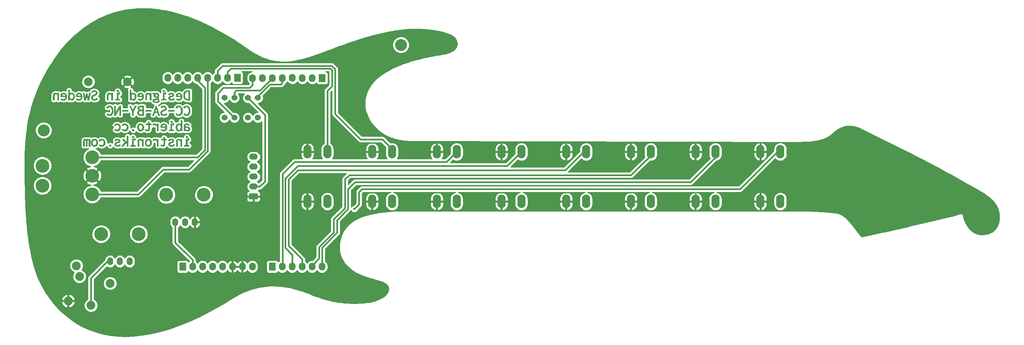
<source format=gbl>
G04 #@! TF.FileFunction,Copper,L2,Bot,Signal*
%FSLAX45Y45*%
G04 Gerber Fmt 4.5, Leading zero omitted, Abs format (unit mm)*
G04 Created by KiCad (PCBNEW 4.0.6-e0-6349~53~ubuntu16.04.1) date Fri May  5 11:32:33 2017*
%MOMM*%
%LPD*%
G01*
G04 APERTURE LIST*
%ADD10C,0.150000*%
%ADD11C,0.002540*%
%ADD12C,3.048000*%
%ADD13O,2.114400X3.435200*%
%ADD14O,2.115500X3.435200*%
%ADD15C,1.524000*%
%ADD16R,1.727200X2.032000*%
%ADD17O,1.727200X2.032000*%
%ADD18C,2.200000*%
%ADD19O,1.500000X2.000000*%
%ADD20C,3.500000*%
%ADD21C,2.250000*%
%ADD22R,2.199640X1.524000*%
%ADD23O,2.199640X1.524000*%
%ADD24C,0.600000*%
%ADD25C,0.400000*%
%ADD26C,0.250000*%
%ADD27C,0.254000*%
G04 APERTURE END LIST*
D10*
D11*
G36*
X-7382630Y2130890D02*
X-7408559Y2107319D01*
X-7438415Y2107319D01*
X-7461397Y2105354D01*
X-7484378Y2093962D01*
X-7498717Y2077051D01*
X-7508048Y2055610D01*
X-7513105Y2031149D01*
X-7514628Y2005178D01*
X-7511927Y1973769D01*
X-7504512Y1949246D01*
X-7493414Y1930985D01*
X-7479664Y1918359D01*
X-7456683Y1909028D01*
X-7433701Y1907359D01*
X-7408559Y1907359D01*
X-7408559Y2107319D01*
X-7382630Y2130890D01*
X-7382630Y1885752D01*
X-7435272Y1885752D01*
X-7453736Y1886291D01*
X-7471153Y1889012D01*
X-7488307Y1895573D01*
X-7504463Y1906518D01*
X-7517901Y1921065D01*
X-7528525Y1938885D01*
X-7536234Y1959651D01*
X-7540932Y1983037D01*
X-7542520Y2008714D01*
X-7540798Y2036172D01*
X-7535530Y2061500D01*
X-7526567Y2083981D01*
X-7513757Y2102897D01*
X-7496949Y2117533D01*
X-7479126Y2126234D01*
X-7460429Y2130046D01*
X-7439986Y2130890D01*
X-7382630Y2130890D01*
X-7382630Y2130890D01*
G37*
X-7382630Y2130890D02*
X-7408559Y2107319D01*
X-7438415Y2107319D01*
X-7461397Y2105354D01*
X-7484378Y2093962D01*
X-7498717Y2077051D01*
X-7508048Y2055610D01*
X-7513105Y2031149D01*
X-7514628Y2005178D01*
X-7511927Y1973769D01*
X-7504512Y1949246D01*
X-7493414Y1930985D01*
X-7479664Y1918359D01*
X-7456683Y1909028D01*
X-7433701Y1907359D01*
X-7408559Y1907359D01*
X-7408559Y2107319D01*
X-7382630Y2130890D01*
X-7382630Y1885752D01*
X-7435272Y1885752D01*
X-7453736Y1886291D01*
X-7471153Y1889012D01*
X-7488307Y1895573D01*
X-7504463Y1906518D01*
X-7517901Y1921065D01*
X-7528525Y1938885D01*
X-7536234Y1959651D01*
X-7540932Y1983037D01*
X-7542520Y2008714D01*
X-7540798Y2036172D01*
X-7535530Y2061500D01*
X-7526567Y2083981D01*
X-7513757Y2102897D01*
X-7496949Y2117533D01*
X-7479126Y2126234D01*
X-7460429Y2130046D01*
X-7439986Y2130890D01*
X-7382630Y2130890D01*
D10*
X-7382630Y2130890D02*
X-7408559Y2107319D01*
X-7408559Y2107319D02*
X-7438415Y2107319D01*
X-7438415Y2107319D02*
X-7461397Y2105354D01*
X-7461397Y2105354D02*
X-7484378Y2093962D01*
X-7484378Y2093962D02*
X-7498717Y2077051D01*
X-7498717Y2077051D02*
X-7508048Y2055610D01*
X-7508048Y2055610D02*
X-7513105Y2031149D01*
X-7513105Y2031149D02*
X-7514628Y2005178D01*
X-7514628Y2005178D02*
X-7511927Y1973769D01*
X-7511927Y1973769D02*
X-7504512Y1949246D01*
X-7504512Y1949246D02*
X-7493414Y1930985D01*
X-7493414Y1930985D02*
X-7479664Y1918359D01*
X-7479664Y1918359D02*
X-7456683Y1909028D01*
X-7456683Y1909028D02*
X-7433701Y1907359D01*
X-7433701Y1907359D02*
X-7408559Y1907359D01*
X-7408559Y1907359D02*
X-7408559Y2107319D01*
X-7408559Y2107319D02*
X-7382630Y2130890D01*
X-7382630Y2130890D02*
X-7382630Y1885752D01*
X-7382630Y1885752D02*
X-7435272Y1885752D01*
X-7435272Y1885752D02*
X-7453736Y1886291D01*
X-7453736Y1886291D02*
X-7471153Y1889012D01*
X-7471153Y1889012D02*
X-7488307Y1895573D01*
X-7488307Y1895573D02*
X-7504463Y1906518D01*
X-7504463Y1906518D02*
X-7517901Y1921065D01*
X-7517901Y1921065D02*
X-7528525Y1938885D01*
X-7528525Y1938885D02*
X-7536234Y1959651D01*
X-7536234Y1959651D02*
X-7540932Y1983037D01*
X-7540932Y1983037D02*
X-7542520Y2008714D01*
X-7542520Y2008714D02*
X-7540798Y2036172D01*
X-7540798Y2036172D02*
X-7535530Y2061500D01*
X-7535530Y2061500D02*
X-7526567Y2083981D01*
X-7526567Y2083981D02*
X-7513757Y2102897D01*
X-7513757Y2102897D02*
X-7496949Y2117533D01*
X-7496949Y2117533D02*
X-7479126Y2126234D01*
X-7479126Y2126234D02*
X-7460429Y2130046D01*
X-7460429Y2130046D02*
X-7439986Y2130890D01*
X-7439986Y2130890D02*
X-7382630Y2130890D01*
D11*
G36*
X-7659589Y2069605D02*
X-7626493Y2036606D01*
X-7642170Y2045433D01*
X-7657626Y2047999D01*
X-7677631Y2043555D01*
X-7693031Y2031597D01*
X-7702319Y2014189D01*
X-7703982Y1993393D01*
X-7605377Y1993393D01*
X-7613320Y2019824D01*
X-7626493Y2036606D01*
X-7659589Y2069605D01*
X-7638610Y2067034D01*
X-7619169Y2059246D01*
X-7602282Y2046133D01*
X-7588964Y2027585D01*
X-7580228Y2003494D01*
X-7577091Y1973750D01*
X-7580081Y1946071D01*
X-7588571Y1923204D01*
X-7601840Y1905247D01*
X-7619169Y1892299D01*
X-7639838Y1884459D01*
X-7663125Y1881823D01*
X-7687947Y1884952D01*
X-7709801Y1894278D01*
X-7727552Y1909716D01*
X-7711838Y1925037D01*
X-7698685Y1913804D01*
X-7682825Y1906937D01*
X-7665482Y1904609D01*
X-7650136Y1906429D01*
X-7634261Y1912755D01*
X-7619971Y1924889D01*
X-7609377Y1944133D01*
X-7604590Y1971786D01*
X-7731873Y1971786D01*
X-7732464Y1989611D01*
X-7730696Y2005964D01*
X-7722962Y2031138D01*
X-7710588Y2049240D01*
X-7694972Y2061120D01*
X-7677507Y2067625D01*
X-7659590Y2069605D01*
X-7659589Y2069605D01*
X-7659589Y2069605D01*
G37*
X-7659589Y2069605D02*
X-7626493Y2036606D01*
X-7642170Y2045433D01*
X-7657626Y2047999D01*
X-7677631Y2043555D01*
X-7693031Y2031597D01*
X-7702319Y2014189D01*
X-7703982Y1993393D01*
X-7605377Y1993393D01*
X-7613320Y2019824D01*
X-7626493Y2036606D01*
X-7659589Y2069605D01*
X-7638610Y2067034D01*
X-7619169Y2059246D01*
X-7602282Y2046133D01*
X-7588964Y2027585D01*
X-7580228Y2003494D01*
X-7577091Y1973750D01*
X-7580081Y1946071D01*
X-7588571Y1923204D01*
X-7601840Y1905247D01*
X-7619169Y1892299D01*
X-7639838Y1884459D01*
X-7663125Y1881823D01*
X-7687947Y1884952D01*
X-7709801Y1894278D01*
X-7727552Y1909716D01*
X-7711838Y1925037D01*
X-7698685Y1913804D01*
X-7682825Y1906937D01*
X-7665482Y1904609D01*
X-7650136Y1906429D01*
X-7634261Y1912755D01*
X-7619971Y1924889D01*
X-7609377Y1944133D01*
X-7604590Y1971786D01*
X-7731873Y1971786D01*
X-7732464Y1989611D01*
X-7730696Y2005964D01*
X-7722962Y2031138D01*
X-7710588Y2049240D01*
X-7694972Y2061120D01*
X-7677507Y2067625D01*
X-7659590Y2069605D01*
X-7659589Y2069605D01*
D10*
X-7659589Y2069605D02*
X-7626493Y2036606D01*
X-7626493Y2036606D02*
X-7642170Y2045433D01*
X-7642170Y2045433D02*
X-7657626Y2047999D01*
X-7657626Y2047999D02*
X-7677631Y2043555D01*
X-7677631Y2043555D02*
X-7693031Y2031597D01*
X-7693031Y2031597D02*
X-7702319Y2014189D01*
X-7702319Y2014189D02*
X-7703982Y1993393D01*
X-7703982Y1993393D02*
X-7605377Y1993393D01*
X-7605377Y1993393D02*
X-7613320Y2019824D01*
X-7613320Y2019824D02*
X-7626493Y2036606D01*
X-7626493Y2036606D02*
X-7659589Y2069605D01*
X-7659589Y2069605D02*
X-7638610Y2067034D01*
X-7638610Y2067034D02*
X-7619169Y2059246D01*
X-7619169Y2059246D02*
X-7602282Y2046133D01*
X-7602282Y2046133D02*
X-7588964Y2027585D01*
X-7588964Y2027585D02*
X-7580228Y2003494D01*
X-7580228Y2003494D02*
X-7577091Y1973750D01*
X-7577091Y1973750D02*
X-7580081Y1946071D01*
X-7580081Y1946071D02*
X-7588571Y1923204D01*
X-7588571Y1923204D02*
X-7601840Y1905247D01*
X-7601840Y1905247D02*
X-7619169Y1892299D01*
X-7619169Y1892299D02*
X-7639838Y1884459D01*
X-7639838Y1884459D02*
X-7663125Y1881823D01*
X-7663125Y1881823D02*
X-7687947Y1884952D01*
X-7687947Y1884952D02*
X-7709801Y1894278D01*
X-7709801Y1894278D02*
X-7727552Y1909716D01*
X-7727552Y1909716D02*
X-7711838Y1925037D01*
X-7711838Y1925037D02*
X-7698685Y1913804D01*
X-7698685Y1913804D02*
X-7682825Y1906937D01*
X-7682825Y1906937D02*
X-7665482Y1904609D01*
X-7665482Y1904609D02*
X-7650136Y1906429D01*
X-7650136Y1906429D02*
X-7634261Y1912755D01*
X-7634261Y1912755D02*
X-7619971Y1924889D01*
X-7619971Y1924889D02*
X-7609377Y1944133D01*
X-7609377Y1944133D02*
X-7604590Y1971786D01*
X-7604590Y1971786D02*
X-7731873Y1971786D01*
X-7731873Y1971786D02*
X-7732464Y1989611D01*
X-7732464Y1989611D02*
X-7730696Y2005964D01*
X-7730696Y2005964D02*
X-7722962Y2031138D01*
X-7722962Y2031138D02*
X-7710588Y2049240D01*
X-7710588Y2049240D02*
X-7694972Y2061120D01*
X-7694972Y2061120D02*
X-7677507Y2067625D01*
X-7677507Y2067625D02*
X-7659590Y2069605D01*
X-7659590Y2069605D02*
X-7659589Y2069605D01*
D11*
G36*
X-7924369Y2041713D02*
X-7905556Y2056976D01*
X-7882815Y2066390D01*
X-7857192Y2069605D01*
X-7828883Y2065566D01*
X-7807202Y2054677D01*
X-7793330Y2038779D01*
X-7788444Y2019714D01*
X-7797566Y1994513D01*
X-7816379Y1979963D01*
X-7832050Y1973357D01*
X-7856947Y1965402D01*
X-7880370Y1956858D01*
X-7894807Y1945170D01*
X-7898048Y1934072D01*
X-7891806Y1919231D01*
X-7875350Y1909367D01*
X-7852085Y1905787D01*
X-7825211Y1910807D01*
X-7806282Y1921327D01*
X-7795908Y1930537D01*
X-7794728Y1934858D01*
X-7793157Y1938394D01*
X-7776658Y1910502D01*
X-7793642Y1897734D01*
X-7812358Y1888797D01*
X-7832178Y1883542D01*
X-7852477Y1881823D01*
X-7879097Y1885064D01*
X-7899965Y1893791D01*
X-7914988Y1906516D01*
X-7924070Y1921750D01*
X-7927119Y1938001D01*
X-7925009Y1951285D01*
X-7917050Y1965442D01*
X-7900798Y1978464D01*
X-7878536Y1987805D01*
X-7854966Y1994789D01*
X-7834799Y2002035D01*
X-7820509Y2013330D01*
X-7817121Y2024035D01*
X-7822446Y2036635D01*
X-7836152Y2045220D01*
X-7854834Y2048391D01*
X-7877809Y2043983D01*
X-7894585Y2034074D01*
X-7904726Y2023642D01*
X-7905513Y2020106D01*
X-7907870Y2016964D01*
X-7924370Y2041713D01*
X-7924369Y2041713D01*
X-7924369Y2041713D01*
G37*
X-7924369Y2041713D02*
X-7905556Y2056976D01*
X-7882815Y2066390D01*
X-7857192Y2069605D01*
X-7828883Y2065566D01*
X-7807202Y2054677D01*
X-7793330Y2038779D01*
X-7788444Y2019714D01*
X-7797566Y1994513D01*
X-7816379Y1979963D01*
X-7832050Y1973357D01*
X-7856947Y1965402D01*
X-7880370Y1956858D01*
X-7894807Y1945170D01*
X-7898048Y1934072D01*
X-7891806Y1919231D01*
X-7875350Y1909367D01*
X-7852085Y1905787D01*
X-7825211Y1910807D01*
X-7806282Y1921327D01*
X-7795908Y1930537D01*
X-7794728Y1934858D01*
X-7793157Y1938394D01*
X-7776658Y1910502D01*
X-7793642Y1897734D01*
X-7812358Y1888797D01*
X-7832178Y1883542D01*
X-7852477Y1881823D01*
X-7879097Y1885064D01*
X-7899965Y1893791D01*
X-7914988Y1906516D01*
X-7924070Y1921750D01*
X-7927119Y1938001D01*
X-7925009Y1951285D01*
X-7917050Y1965442D01*
X-7900798Y1978464D01*
X-7878536Y1987805D01*
X-7854966Y1994789D01*
X-7834799Y2002035D01*
X-7820509Y2013330D01*
X-7817121Y2024035D01*
X-7822446Y2036635D01*
X-7836152Y2045220D01*
X-7854834Y2048391D01*
X-7877809Y2043983D01*
X-7894585Y2034074D01*
X-7904726Y2023642D01*
X-7905513Y2020106D01*
X-7907870Y2016964D01*
X-7924370Y2041713D01*
X-7924369Y2041713D01*
D10*
X-7924369Y2041713D02*
X-7905556Y2056976D01*
X-7905556Y2056976D02*
X-7882815Y2066390D01*
X-7882815Y2066390D02*
X-7857192Y2069605D01*
X-7857192Y2069605D02*
X-7828883Y2065566D01*
X-7828883Y2065566D02*
X-7807202Y2054677D01*
X-7807202Y2054677D02*
X-7793330Y2038779D01*
X-7793330Y2038779D02*
X-7788444Y2019714D01*
X-7788444Y2019714D02*
X-7797566Y1994513D01*
X-7797566Y1994513D02*
X-7816379Y1979963D01*
X-7816379Y1979963D02*
X-7832050Y1973357D01*
X-7832050Y1973357D02*
X-7856947Y1965402D01*
X-7856947Y1965402D02*
X-7880370Y1956858D01*
X-7880370Y1956858D02*
X-7894807Y1945170D01*
X-7894807Y1945170D02*
X-7898048Y1934072D01*
X-7898048Y1934072D02*
X-7891806Y1919231D01*
X-7891806Y1919231D02*
X-7875350Y1909367D01*
X-7875350Y1909367D02*
X-7852085Y1905787D01*
X-7852085Y1905787D02*
X-7825211Y1910807D01*
X-7825211Y1910807D02*
X-7806282Y1921327D01*
X-7806282Y1921327D02*
X-7795908Y1930537D01*
X-7795908Y1930537D02*
X-7794728Y1934858D01*
X-7794728Y1934858D02*
X-7793157Y1938394D01*
X-7793157Y1938394D02*
X-7776658Y1910502D01*
X-7776658Y1910502D02*
X-7793642Y1897734D01*
X-7793642Y1897734D02*
X-7812358Y1888797D01*
X-7812358Y1888797D02*
X-7832178Y1883542D01*
X-7832178Y1883542D02*
X-7852477Y1881823D01*
X-7852477Y1881823D02*
X-7879097Y1885064D01*
X-7879097Y1885064D02*
X-7899965Y1893791D01*
X-7899965Y1893791D02*
X-7914988Y1906516D01*
X-7914988Y1906516D02*
X-7924070Y1921750D01*
X-7924070Y1921750D02*
X-7927119Y1938001D01*
X-7927119Y1938001D02*
X-7925009Y1951285D01*
X-7925009Y1951285D02*
X-7917050Y1965442D01*
X-7917050Y1965442D02*
X-7900798Y1978464D01*
X-7900798Y1978464D02*
X-7878536Y1987805D01*
X-7878536Y1987805D02*
X-7854966Y1994789D01*
X-7854966Y1994789D02*
X-7834799Y2002035D01*
X-7834799Y2002035D02*
X-7820509Y2013330D01*
X-7820509Y2013330D02*
X-7817121Y2024035D01*
X-7817121Y2024035D02*
X-7822446Y2036635D01*
X-7822446Y2036635D02*
X-7836152Y2045220D01*
X-7836152Y2045220D02*
X-7854834Y2048391D01*
X-7854834Y2048391D02*
X-7877809Y2043983D01*
X-7877809Y2043983D02*
X-7894585Y2034074D01*
X-7894585Y2034074D02*
X-7904726Y2023642D01*
X-7904726Y2023642D02*
X-7905513Y2020106D01*
X-7905513Y2020106D02*
X-7907870Y2016964D01*
X-7907870Y2016964D02*
X-7924370Y2041713D01*
X-7924370Y2041713D02*
X-7924369Y2041713D01*
D11*
G36*
X-7992725Y2065677D02*
X-8036380Y2137568D01*
X-8030438Y2123426D01*
X-8036380Y2109283D01*
X-8050867Y2103391D01*
X-8065353Y2109283D01*
X-8071295Y2123426D01*
X-8065353Y2137568D01*
X-8050867Y2143461D01*
X-8036380Y2137568D01*
X-7992725Y2065677D01*
X-7992725Y2042499D01*
X-8035938Y2042499D01*
X-8035938Y1908537D01*
X-7990368Y1908537D01*
X-7990368Y1886145D01*
X-8106651Y1886145D01*
X-8106651Y1908537D01*
X-8064616Y1908537D01*
X-8064616Y2065677D01*
X-7992725Y2065677D01*
X-7992725Y2065677D01*
G37*
X-7992725Y2065677D02*
X-8036380Y2137568D01*
X-8030438Y2123426D01*
X-8036380Y2109283D01*
X-8050867Y2103391D01*
X-8065353Y2109283D01*
X-8071295Y2123426D01*
X-8065353Y2137568D01*
X-8050867Y2143461D01*
X-8036380Y2137568D01*
X-7992725Y2065677D01*
X-7992725Y2042499D01*
X-8035938Y2042499D01*
X-8035938Y1908537D01*
X-7990368Y1908537D01*
X-7990368Y1886145D01*
X-8106651Y1886145D01*
X-8106651Y1908537D01*
X-8064616Y1908537D01*
X-8064616Y2065677D01*
X-7992725Y2065677D01*
D10*
X-7992725Y2065677D02*
X-8036380Y2137568D01*
X-8036380Y2137568D02*
X-8030438Y2123426D01*
X-8030438Y2123426D02*
X-8036380Y2109283D01*
X-8036380Y2109283D02*
X-8050867Y2103391D01*
X-8050867Y2103391D02*
X-8065353Y2109283D01*
X-8065353Y2109283D02*
X-8071295Y2123426D01*
X-8071295Y2123426D02*
X-8065353Y2137568D01*
X-8065353Y2137568D02*
X-8050867Y2143461D01*
X-8050867Y2143461D02*
X-8036380Y2137568D01*
X-8036380Y2137568D02*
X-7992725Y2065677D01*
X-7992725Y2065677D02*
X-7992725Y2042499D01*
X-7992725Y2042499D02*
X-8035938Y2042499D01*
X-8035938Y2042499D02*
X-8035938Y1908537D01*
X-8035938Y1908537D02*
X-7990368Y1908537D01*
X-7990368Y1908537D02*
X-7990368Y1886145D01*
X-7990368Y1886145D02*
X-8106651Y1886145D01*
X-8106651Y1886145D02*
X-8106651Y1908537D01*
X-8106651Y1908537D02*
X-8064616Y1908537D01*
X-8064616Y1908537D02*
X-8064616Y2065677D01*
X-8064616Y2065677D02*
X-7992725Y2065677D01*
D11*
G36*
X-8196614Y2009499D02*
X-8198911Y2058983D01*
X-8184291Y2045296D01*
X-8174592Y2027932D01*
X-8171079Y2007928D01*
X-8174236Y1988926D01*
X-8183242Y1972193D01*
X-8197400Y1959215D01*
X-8182324Y1942077D01*
X-8176971Y1924644D01*
X-8179967Y1912073D01*
X-8191507Y1900680D01*
X-8175414Y1888124D01*
X-8165695Y1874869D01*
X-8162436Y1861002D01*
X-8164818Y1849006D01*
X-8172820Y1837444D01*
X-8187723Y1827598D01*
X-8210810Y1820750D01*
X-8243363Y1818182D01*
X-8275366Y1821601D01*
X-8298846Y1830640D01*
X-8314613Y1843469D01*
X-8323479Y1858259D01*
X-8326254Y1873181D01*
X-8323213Y1888589D01*
X-8313974Y1902164D01*
X-8298362Y1912073D01*
X-8278734Y1916889D01*
X-8258146Y1917602D01*
X-8237470Y1917180D01*
X-8211935Y1919537D01*
X-8200935Y1931323D01*
X-8213899Y1951358D01*
X-8236684Y1947429D01*
X-8256962Y1950635D01*
X-8274637Y1959498D01*
X-8288616Y1972886D01*
X-8297805Y1989669D01*
X-8301112Y2008714D01*
X-8298804Y2024772D01*
X-8292076Y2039356D01*
X-8307201Y2045740D01*
X-8323504Y2047999D01*
X-8333718Y2046819D01*
X-8330575Y2069997D01*
X-8312664Y2069153D01*
X-8295714Y2063770D01*
X-8280684Y2054283D01*
X-8261188Y2066854D01*
X-8237863Y2071176D01*
X-8237863Y2071177D01*
X-8217190Y2067956D01*
X-8198911Y2058983D01*
X-8196614Y2009499D01*
X-8202099Y2029287D01*
X-8216402Y2043401D01*
X-8236292Y2048784D01*
X-8256356Y2043401D01*
X-8270571Y2029287D01*
X-8275969Y2009499D01*
X-8270571Y1989712D01*
X-8256356Y1975598D01*
X-8236292Y1970215D01*
X-8216227Y1975598D01*
X-8202012Y1989712D01*
X-8188364Y1867679D01*
X-8195730Y1884424D01*
X-8210756Y1895571D01*
X-8210756Y1895572D01*
X-8223033Y1894393D01*
X-8240613Y1893215D01*
X-8260845Y1893264D01*
X-8278719Y1892428D01*
X-8295710Y1883933D01*
X-8300326Y1871607D01*
X-8296447Y1859183D01*
X-8283434Y1847643D01*
X-8262760Y1841063D01*
X-8242970Y1839786D01*
X-8226421Y1840670D01*
X-8206042Y1845679D01*
X-8191752Y1856532D01*
X-8188364Y1867679D01*
X-8202012Y1989712D01*
X-8196614Y2009499D01*
X-8196614Y2009499D01*
G37*
X-8196614Y2009499D02*
X-8198911Y2058983D01*
X-8184291Y2045296D01*
X-8174592Y2027932D01*
X-8171079Y2007928D01*
X-8174236Y1988926D01*
X-8183242Y1972193D01*
X-8197400Y1959215D01*
X-8182324Y1942077D01*
X-8176971Y1924644D01*
X-8179967Y1912073D01*
X-8191507Y1900680D01*
X-8175414Y1888124D01*
X-8165695Y1874869D01*
X-8162436Y1861002D01*
X-8164818Y1849006D01*
X-8172820Y1837444D01*
X-8187723Y1827598D01*
X-8210810Y1820750D01*
X-8243363Y1818182D01*
X-8275366Y1821601D01*
X-8298846Y1830640D01*
X-8314613Y1843469D01*
X-8323479Y1858259D01*
X-8326254Y1873181D01*
X-8323213Y1888589D01*
X-8313974Y1902164D01*
X-8298362Y1912073D01*
X-8278734Y1916889D01*
X-8258146Y1917602D01*
X-8237470Y1917180D01*
X-8211935Y1919537D01*
X-8200935Y1931323D01*
X-8213899Y1951358D01*
X-8236684Y1947429D01*
X-8256962Y1950635D01*
X-8274637Y1959498D01*
X-8288616Y1972886D01*
X-8297805Y1989669D01*
X-8301112Y2008714D01*
X-8298804Y2024772D01*
X-8292076Y2039356D01*
X-8307201Y2045740D01*
X-8323504Y2047999D01*
X-8333718Y2046819D01*
X-8330575Y2069997D01*
X-8312664Y2069153D01*
X-8295714Y2063770D01*
X-8280684Y2054283D01*
X-8261188Y2066854D01*
X-8237863Y2071176D01*
X-8237863Y2071177D01*
X-8217190Y2067956D01*
X-8198911Y2058983D01*
X-8196614Y2009499D01*
X-8202099Y2029287D01*
X-8216402Y2043401D01*
X-8236292Y2048784D01*
X-8256356Y2043401D01*
X-8270571Y2029287D01*
X-8275969Y2009499D01*
X-8270571Y1989712D01*
X-8256356Y1975598D01*
X-8236292Y1970215D01*
X-8216227Y1975598D01*
X-8202012Y1989712D01*
X-8188364Y1867679D01*
X-8195730Y1884424D01*
X-8210756Y1895571D01*
X-8210756Y1895572D01*
X-8223033Y1894393D01*
X-8240613Y1893215D01*
X-8260845Y1893264D01*
X-8278719Y1892428D01*
X-8295710Y1883933D01*
X-8300326Y1871607D01*
X-8296447Y1859183D01*
X-8283434Y1847643D01*
X-8262760Y1841063D01*
X-8242970Y1839786D01*
X-8226421Y1840670D01*
X-8206042Y1845679D01*
X-8191752Y1856532D01*
X-8188364Y1867679D01*
X-8202012Y1989712D01*
X-8196614Y2009499D01*
D10*
X-8196614Y2009499D02*
X-8198911Y2058983D01*
X-8198911Y2058983D02*
X-8184291Y2045296D01*
X-8184291Y2045296D02*
X-8174592Y2027932D01*
X-8174592Y2027932D02*
X-8171079Y2007928D01*
X-8171079Y2007928D02*
X-8174236Y1988926D01*
X-8174236Y1988926D02*
X-8183242Y1972193D01*
X-8183242Y1972193D02*
X-8197400Y1959215D01*
X-8197400Y1959215D02*
X-8182324Y1942077D01*
X-8182324Y1942077D02*
X-8176971Y1924644D01*
X-8176971Y1924644D02*
X-8179967Y1912073D01*
X-8179967Y1912073D02*
X-8191507Y1900680D01*
X-8191507Y1900680D02*
X-8175414Y1888124D01*
X-8175414Y1888124D02*
X-8165695Y1874869D01*
X-8165695Y1874869D02*
X-8162436Y1861002D01*
X-8162436Y1861002D02*
X-8164818Y1849006D01*
X-8164818Y1849006D02*
X-8172820Y1837444D01*
X-8172820Y1837444D02*
X-8187723Y1827598D01*
X-8187723Y1827598D02*
X-8210810Y1820750D01*
X-8210810Y1820750D02*
X-8243363Y1818182D01*
X-8243363Y1818182D02*
X-8275366Y1821601D01*
X-8275366Y1821601D02*
X-8298846Y1830640D01*
X-8298846Y1830640D02*
X-8314613Y1843469D01*
X-8314613Y1843469D02*
X-8323479Y1858259D01*
X-8323479Y1858259D02*
X-8326254Y1873181D01*
X-8326254Y1873181D02*
X-8323213Y1888589D01*
X-8323213Y1888589D02*
X-8313974Y1902164D01*
X-8313974Y1902164D02*
X-8298362Y1912073D01*
X-8298362Y1912073D02*
X-8278734Y1916889D01*
X-8278734Y1916889D02*
X-8258146Y1917602D01*
X-8258146Y1917602D02*
X-8237470Y1917180D01*
X-8237470Y1917180D02*
X-8211935Y1919537D01*
X-8211935Y1919537D02*
X-8200935Y1931323D01*
X-8200935Y1931323D02*
X-8213899Y1951358D01*
X-8213899Y1951358D02*
X-8236684Y1947429D01*
X-8236684Y1947429D02*
X-8256962Y1950635D01*
X-8256962Y1950635D02*
X-8274637Y1959498D01*
X-8274637Y1959498D02*
X-8288616Y1972886D01*
X-8288616Y1972886D02*
X-8297805Y1989669D01*
X-8297805Y1989669D02*
X-8301112Y2008714D01*
X-8301112Y2008714D02*
X-8298804Y2024772D01*
X-8298804Y2024772D02*
X-8292076Y2039356D01*
X-8292076Y2039356D02*
X-8307201Y2045740D01*
X-8307201Y2045740D02*
X-8323504Y2047999D01*
X-8323504Y2047999D02*
X-8333718Y2046819D01*
X-8333718Y2046819D02*
X-8330575Y2069997D01*
X-8330575Y2069997D02*
X-8312664Y2069153D01*
X-8312664Y2069153D02*
X-8295714Y2063770D01*
X-8295714Y2063770D02*
X-8280684Y2054283D01*
X-8280684Y2054283D02*
X-8261188Y2066854D01*
X-8261188Y2066854D02*
X-8237863Y2071176D01*
X-8237863Y2071176D02*
X-8237863Y2071177D01*
X-8237863Y2071177D02*
X-8217190Y2067956D01*
X-8217190Y2067956D02*
X-8198911Y2058983D01*
X-8198911Y2058983D02*
X-8196614Y2009499D01*
X-8196614Y2009499D02*
X-8202099Y2029287D01*
X-8202099Y2029287D02*
X-8216402Y2043401D01*
X-8216402Y2043401D02*
X-8236292Y2048784D01*
X-8236292Y2048784D02*
X-8256356Y2043401D01*
X-8256356Y2043401D02*
X-8270571Y2029287D01*
X-8270571Y2029287D02*
X-8275969Y2009499D01*
X-8275969Y2009499D02*
X-8270571Y1989712D01*
X-8270571Y1989712D02*
X-8256356Y1975598D01*
X-8256356Y1975598D02*
X-8236292Y1970215D01*
X-8236292Y1970215D02*
X-8216227Y1975598D01*
X-8216227Y1975598D02*
X-8202012Y1989712D01*
X-8202012Y1989712D02*
X-8188364Y1867679D01*
X-8188364Y1867679D02*
X-8195730Y1884424D01*
X-8195730Y1884424D02*
X-8210756Y1895571D01*
X-8210756Y1895571D02*
X-8210756Y1895572D01*
X-8210756Y1895572D02*
X-8223033Y1894393D01*
X-8223033Y1894393D02*
X-8240613Y1893215D01*
X-8240613Y1893215D02*
X-8260845Y1893264D01*
X-8260845Y1893264D02*
X-8278719Y1892428D01*
X-8278719Y1892428D02*
X-8295710Y1883933D01*
X-8295710Y1883933D02*
X-8300326Y1871607D01*
X-8300326Y1871607D02*
X-8296447Y1859183D01*
X-8296447Y1859183D02*
X-8283434Y1847643D01*
X-8283434Y1847643D02*
X-8262760Y1841063D01*
X-8262760Y1841063D02*
X-8242970Y1839786D01*
X-8242970Y1839786D02*
X-8226421Y1840670D01*
X-8226421Y1840670D02*
X-8206042Y1845679D01*
X-8206042Y1845679D02*
X-8191752Y1856532D01*
X-8191752Y1856532D02*
X-8188364Y1867679D01*
X-8188364Y1867679D02*
X-8202012Y1989712D01*
X-8202012Y1989712D02*
X-8196614Y2009499D01*
D11*
G36*
X-8370646Y1886145D02*
X-8399324Y1886145D01*
X-8399324Y1989464D01*
X-8401042Y2005522D01*
X-8408360Y2020106D01*
X-8418239Y2030641D01*
X-8433182Y2040738D01*
X-8451180Y2045249D01*
X-8464390Y2042351D01*
X-8475537Y2033856D01*
X-8484130Y2014312D01*
X-8485358Y1994178D01*
X-8485358Y1886145D01*
X-8513250Y1886145D01*
X-8513250Y1994964D01*
X-8512465Y2016276D01*
X-8506965Y2038178D01*
X-8495063Y2055230D01*
X-8478534Y2065910D01*
X-8459037Y2069605D01*
X-8435699Y2064789D01*
X-8415329Y2052029D01*
X-8399324Y2033856D01*
X-8399324Y2065284D01*
X-8370646Y2065284D01*
X-8370646Y1886145D01*
X-8370646Y1886145D01*
G37*
X-8370646Y1886145D02*
X-8399324Y1886145D01*
X-8399324Y1989464D01*
X-8401042Y2005522D01*
X-8408360Y2020106D01*
X-8418239Y2030641D01*
X-8433182Y2040738D01*
X-8451180Y2045249D01*
X-8464390Y2042351D01*
X-8475537Y2033856D01*
X-8484130Y2014312D01*
X-8485358Y1994178D01*
X-8485358Y1886145D01*
X-8513250Y1886145D01*
X-8513250Y1994964D01*
X-8512465Y2016276D01*
X-8506965Y2038178D01*
X-8495063Y2055230D01*
X-8478534Y2065910D01*
X-8459037Y2069605D01*
X-8435699Y2064789D01*
X-8415329Y2052029D01*
X-8399324Y2033856D01*
X-8399324Y2065284D01*
X-8370646Y2065284D01*
X-8370646Y1886145D01*
D10*
X-8370646Y1886145D02*
X-8399324Y1886145D01*
X-8399324Y1886145D02*
X-8399324Y1989464D01*
X-8399324Y1989464D02*
X-8401042Y2005522D01*
X-8401042Y2005522D02*
X-8408360Y2020106D01*
X-8408360Y2020106D02*
X-8418239Y2030641D01*
X-8418239Y2030641D02*
X-8433182Y2040738D01*
X-8433182Y2040738D02*
X-8451180Y2045249D01*
X-8451180Y2045249D02*
X-8464390Y2042351D01*
X-8464390Y2042351D02*
X-8475537Y2033856D01*
X-8475537Y2033856D02*
X-8484130Y2014312D01*
X-8484130Y2014312D02*
X-8485358Y1994178D01*
X-8485358Y1994178D02*
X-8485358Y1886145D01*
X-8485358Y1886145D02*
X-8513250Y1886145D01*
X-8513250Y1886145D02*
X-8513250Y1994964D01*
X-8513250Y1994964D02*
X-8512465Y2016276D01*
X-8512465Y2016276D02*
X-8506965Y2038178D01*
X-8506965Y2038178D02*
X-8495063Y2055230D01*
X-8495063Y2055230D02*
X-8478534Y2065910D01*
X-8478534Y2065910D02*
X-8459037Y2069605D01*
X-8459037Y2069605D02*
X-8435699Y2064789D01*
X-8435699Y2064789D02*
X-8415329Y2052029D01*
X-8415329Y2052029D02*
X-8399324Y2033856D01*
X-8399324Y2033856D02*
X-8399324Y2065284D01*
X-8399324Y2065284D02*
X-8370646Y2065284D01*
X-8370646Y2065284D02*
X-8370646Y1886145D01*
D11*
G36*
X-8641712Y2069605D02*
X-8620733Y2067034D01*
X-8595440Y2019824D01*
X-8608613Y2036606D01*
X-8624290Y2045433D01*
X-8639746Y2047999D01*
X-8659751Y2043555D01*
X-8675152Y2031597D01*
X-8684439Y2014189D01*
X-8686103Y1993393D01*
X-8587497Y1993393D01*
X-8595440Y2019824D01*
X-8620733Y2067034D01*
X-8601292Y2059246D01*
X-8584405Y2046133D01*
X-8571086Y2027585D01*
X-8562351Y2003494D01*
X-8559214Y1973750D01*
X-8562204Y1946071D01*
X-8570693Y1923204D01*
X-8583963Y1905247D01*
X-8601292Y1892299D01*
X-8621960Y1884459D01*
X-8645247Y1881823D01*
X-8670070Y1884952D01*
X-8691924Y1894278D01*
X-8709675Y1909716D01*
X-8693961Y1925037D01*
X-8680808Y1913804D01*
X-8664948Y1906937D01*
X-8647605Y1904609D01*
X-8632258Y1906429D01*
X-8616384Y1912755D01*
X-8602094Y1924889D01*
X-8591499Y1944133D01*
X-8586713Y1971786D01*
X-8713996Y1971786D01*
X-8714586Y1989611D01*
X-8712816Y2005964D01*
X-8705082Y2031138D01*
X-8692709Y2049240D01*
X-8677092Y2061120D01*
X-8659628Y2067625D01*
X-8641711Y2069605D01*
X-8641712Y2069605D01*
X-8641712Y2069605D01*
G37*
X-8641712Y2069605D02*
X-8620733Y2067034D01*
X-8595440Y2019824D01*
X-8608613Y2036606D01*
X-8624290Y2045433D01*
X-8639746Y2047999D01*
X-8659751Y2043555D01*
X-8675152Y2031597D01*
X-8684439Y2014189D01*
X-8686103Y1993393D01*
X-8587497Y1993393D01*
X-8595440Y2019824D01*
X-8620733Y2067034D01*
X-8601292Y2059246D01*
X-8584405Y2046133D01*
X-8571086Y2027585D01*
X-8562351Y2003494D01*
X-8559214Y1973750D01*
X-8562204Y1946071D01*
X-8570693Y1923204D01*
X-8583963Y1905247D01*
X-8601292Y1892299D01*
X-8621960Y1884459D01*
X-8645247Y1881823D01*
X-8670070Y1884952D01*
X-8691924Y1894278D01*
X-8709675Y1909716D01*
X-8693961Y1925037D01*
X-8680808Y1913804D01*
X-8664948Y1906937D01*
X-8647605Y1904609D01*
X-8632258Y1906429D01*
X-8616384Y1912755D01*
X-8602094Y1924889D01*
X-8591499Y1944133D01*
X-8586713Y1971786D01*
X-8713996Y1971786D01*
X-8714586Y1989611D01*
X-8712816Y2005964D01*
X-8705082Y2031138D01*
X-8692709Y2049240D01*
X-8677092Y2061120D01*
X-8659628Y2067625D01*
X-8641711Y2069605D01*
X-8641712Y2069605D01*
D10*
X-8641712Y2069605D02*
X-8620733Y2067034D01*
X-8620733Y2067034D02*
X-8595440Y2019824D01*
X-8595440Y2019824D02*
X-8608613Y2036606D01*
X-8608613Y2036606D02*
X-8624290Y2045433D01*
X-8624290Y2045433D02*
X-8639746Y2047999D01*
X-8639746Y2047999D02*
X-8659751Y2043555D01*
X-8659751Y2043555D02*
X-8675152Y2031597D01*
X-8675152Y2031597D02*
X-8684439Y2014189D01*
X-8684439Y2014189D02*
X-8686103Y1993393D01*
X-8686103Y1993393D02*
X-8587497Y1993393D01*
X-8587497Y1993393D02*
X-8595440Y2019824D01*
X-8595440Y2019824D02*
X-8620733Y2067034D01*
X-8620733Y2067034D02*
X-8601292Y2059246D01*
X-8601292Y2059246D02*
X-8584405Y2046133D01*
X-8584405Y2046133D02*
X-8571086Y2027585D01*
X-8571086Y2027585D02*
X-8562351Y2003494D01*
X-8562351Y2003494D02*
X-8559214Y1973750D01*
X-8559214Y1973750D02*
X-8562204Y1946071D01*
X-8562204Y1946071D02*
X-8570693Y1923204D01*
X-8570693Y1923204D02*
X-8583963Y1905247D01*
X-8583963Y1905247D02*
X-8601292Y1892299D01*
X-8601292Y1892299D02*
X-8621960Y1884459D01*
X-8621960Y1884459D02*
X-8645247Y1881823D01*
X-8645247Y1881823D02*
X-8670070Y1884952D01*
X-8670070Y1884952D02*
X-8691924Y1894278D01*
X-8691924Y1894278D02*
X-8709675Y1909716D01*
X-8709675Y1909716D02*
X-8693961Y1925037D01*
X-8693961Y1925037D02*
X-8680808Y1913804D01*
X-8680808Y1913804D02*
X-8664948Y1906937D01*
X-8664948Y1906937D02*
X-8647605Y1904609D01*
X-8647605Y1904609D02*
X-8632258Y1906429D01*
X-8632258Y1906429D02*
X-8616384Y1912755D01*
X-8616384Y1912755D02*
X-8602094Y1924889D01*
X-8602094Y1924889D02*
X-8591499Y1944133D01*
X-8591499Y1944133D02*
X-8586713Y1971786D01*
X-8586713Y1971786D02*
X-8713996Y1971786D01*
X-8713996Y1971786D02*
X-8714586Y1989611D01*
X-8714586Y1989611D02*
X-8712816Y2005964D01*
X-8712816Y2005964D02*
X-8705082Y2031138D01*
X-8705082Y2031138D02*
X-8692709Y2049240D01*
X-8692709Y2049240D02*
X-8677092Y2061120D01*
X-8677092Y2061120D02*
X-8659628Y2067625D01*
X-8659628Y2067625D02*
X-8641711Y2069605D01*
X-8641711Y2069605D02*
X-8641712Y2069605D01*
D11*
G36*
X-8882528Y2039356D02*
X-8865460Y2032794D01*
X-8877027Y2011857D01*
X-8879482Y1997223D01*
X-8880169Y1973750D01*
X-8879383Y1955630D01*
X-8876241Y1940751D01*
X-8865969Y1922563D01*
X-8850371Y1911011D01*
X-8832242Y1906966D01*
X-8819127Y1909071D01*
X-8805579Y1916268D01*
X-8793520Y1929877D01*
X-8784874Y1951216D01*
X-8781564Y1981607D01*
X-8786371Y2013508D01*
X-8798506Y2033512D01*
X-8814545Y2043868D01*
X-8831063Y2046820D01*
X-8848392Y2043692D01*
X-8865460Y2032794D01*
X-8882528Y2039356D01*
X-8870539Y2055507D01*
X-8852614Y2066157D01*
X-8829887Y2069998D01*
X-8812403Y2067878D01*
X-8795039Y2061152D01*
X-8779160Y2049275D01*
X-8766129Y2031703D01*
X-8757309Y2007888D01*
X-8754067Y1977286D01*
X-8756962Y1947162D01*
X-8764921Y1923029D01*
X-8776852Y1904658D01*
X-8791664Y1891819D01*
X-8808265Y1884284D01*
X-8825565Y1881823D01*
X-8847521Y1885927D01*
X-8866596Y1897363D01*
X-8880957Y1914823D01*
X-8880957Y1899109D01*
X-8882528Y1886145D01*
X-8910813Y1886145D01*
X-8909242Y1902644D01*
X-8908849Y2135997D01*
X-8910419Y2141497D01*
X-8912383Y2147389D01*
X-8882527Y2147389D01*
X-8882527Y2039356D01*
X-8882528Y2039356D01*
X-8882528Y2039356D01*
G37*
X-8882528Y2039356D02*
X-8865460Y2032794D01*
X-8877027Y2011857D01*
X-8879482Y1997223D01*
X-8880169Y1973750D01*
X-8879383Y1955630D01*
X-8876241Y1940751D01*
X-8865969Y1922563D01*
X-8850371Y1911011D01*
X-8832242Y1906966D01*
X-8819127Y1909071D01*
X-8805579Y1916268D01*
X-8793520Y1929877D01*
X-8784874Y1951216D01*
X-8781564Y1981607D01*
X-8786371Y2013508D01*
X-8798506Y2033512D01*
X-8814545Y2043868D01*
X-8831063Y2046820D01*
X-8848392Y2043692D01*
X-8865460Y2032794D01*
X-8882528Y2039356D01*
X-8870539Y2055507D01*
X-8852614Y2066157D01*
X-8829887Y2069998D01*
X-8812403Y2067878D01*
X-8795039Y2061152D01*
X-8779160Y2049275D01*
X-8766129Y2031703D01*
X-8757309Y2007888D01*
X-8754067Y1977286D01*
X-8756962Y1947162D01*
X-8764921Y1923029D01*
X-8776852Y1904658D01*
X-8791664Y1891819D01*
X-8808265Y1884284D01*
X-8825565Y1881823D01*
X-8847521Y1885927D01*
X-8866596Y1897363D01*
X-8880957Y1914823D01*
X-8880957Y1899109D01*
X-8882528Y1886145D01*
X-8910813Y1886145D01*
X-8909242Y1902644D01*
X-8908849Y2135997D01*
X-8910419Y2141497D01*
X-8912383Y2147389D01*
X-8882527Y2147389D01*
X-8882527Y2039356D01*
X-8882528Y2039356D01*
D10*
X-8882528Y2039356D02*
X-8865460Y2032794D01*
X-8865460Y2032794D02*
X-8877027Y2011857D01*
X-8877027Y2011857D02*
X-8879482Y1997223D01*
X-8879482Y1997223D02*
X-8880169Y1973750D01*
X-8880169Y1973750D02*
X-8879383Y1955630D01*
X-8879383Y1955630D02*
X-8876241Y1940751D01*
X-8876241Y1940751D02*
X-8865969Y1922563D01*
X-8865969Y1922563D02*
X-8850371Y1911011D01*
X-8850371Y1911011D02*
X-8832242Y1906966D01*
X-8832242Y1906966D02*
X-8819127Y1909071D01*
X-8819127Y1909071D02*
X-8805579Y1916268D01*
X-8805579Y1916268D02*
X-8793520Y1929877D01*
X-8793520Y1929877D02*
X-8784874Y1951216D01*
X-8784874Y1951216D02*
X-8781564Y1981607D01*
X-8781564Y1981607D02*
X-8786371Y2013508D01*
X-8786371Y2013508D02*
X-8798506Y2033512D01*
X-8798506Y2033512D02*
X-8814545Y2043868D01*
X-8814545Y2043868D02*
X-8831063Y2046820D01*
X-8831063Y2046820D02*
X-8848392Y2043692D01*
X-8848392Y2043692D02*
X-8865460Y2032794D01*
X-8865460Y2032794D02*
X-8882528Y2039356D01*
X-8882528Y2039356D02*
X-8870539Y2055507D01*
X-8870539Y2055507D02*
X-8852614Y2066157D01*
X-8852614Y2066157D02*
X-8829887Y2069998D01*
X-8829887Y2069998D02*
X-8812403Y2067878D01*
X-8812403Y2067878D02*
X-8795039Y2061152D01*
X-8795039Y2061152D02*
X-8779160Y2049275D01*
X-8779160Y2049275D02*
X-8766129Y2031703D01*
X-8766129Y2031703D02*
X-8757309Y2007888D01*
X-8757309Y2007888D02*
X-8754067Y1977286D01*
X-8754067Y1977286D02*
X-8756962Y1947162D01*
X-8756962Y1947162D02*
X-8764921Y1923029D01*
X-8764921Y1923029D02*
X-8776852Y1904658D01*
X-8776852Y1904658D02*
X-8791664Y1891819D01*
X-8791664Y1891819D02*
X-8808265Y1884284D01*
X-8808265Y1884284D02*
X-8825565Y1881823D01*
X-8825565Y1881823D02*
X-8847521Y1885927D01*
X-8847521Y1885927D02*
X-8866596Y1897363D01*
X-8866596Y1897363D02*
X-8880957Y1914823D01*
X-8880957Y1914823D02*
X-8880957Y1899109D01*
X-8880957Y1899109D02*
X-8882528Y1886145D01*
X-8882528Y1886145D02*
X-8910813Y1886145D01*
X-8910813Y1886145D02*
X-8909242Y1902644D01*
X-8909242Y1902644D02*
X-8908849Y2135997D01*
X-8908849Y2135997D02*
X-8910419Y2141497D01*
X-8910419Y2141497D02*
X-8912383Y2147389D01*
X-8912383Y2147389D02*
X-8882527Y2147389D01*
X-8882527Y2147389D02*
X-8882527Y2039356D01*
X-8882527Y2039356D02*
X-8882528Y2039356D01*
D11*
G36*
X-9171272Y2065677D02*
X-9214928Y2137568D01*
X-9208986Y2123426D01*
X-9214928Y2109283D01*
X-9229414Y2103391D01*
X-9243900Y2109283D01*
X-9249842Y2123426D01*
X-9243900Y2137568D01*
X-9229414Y2143461D01*
X-9214928Y2137568D01*
X-9171272Y2065677D01*
X-9171272Y2042499D01*
X-9214486Y2042499D01*
X-9214486Y1908537D01*
X-9168915Y1908537D01*
X-9168915Y1886145D01*
X-9285199Y1886145D01*
X-9285199Y1908537D01*
X-9243164Y1908537D01*
X-9243164Y2065677D01*
X-9171272Y2065677D01*
X-9171272Y2065677D01*
G37*
X-9171272Y2065677D02*
X-9214928Y2137568D01*
X-9208986Y2123426D01*
X-9214928Y2109283D01*
X-9229414Y2103391D01*
X-9243900Y2109283D01*
X-9249842Y2123426D01*
X-9243900Y2137568D01*
X-9229414Y2143461D01*
X-9214928Y2137568D01*
X-9171272Y2065677D01*
X-9171272Y2042499D01*
X-9214486Y2042499D01*
X-9214486Y1908537D01*
X-9168915Y1908537D01*
X-9168915Y1886145D01*
X-9285199Y1886145D01*
X-9285199Y1908537D01*
X-9243164Y1908537D01*
X-9243164Y2065677D01*
X-9171272Y2065677D01*
D10*
X-9171272Y2065677D02*
X-9214928Y2137568D01*
X-9214928Y2137568D02*
X-9208986Y2123426D01*
X-9208986Y2123426D02*
X-9214928Y2109283D01*
X-9214928Y2109283D02*
X-9229414Y2103391D01*
X-9229414Y2103391D02*
X-9243900Y2109283D01*
X-9243900Y2109283D02*
X-9249842Y2123426D01*
X-9249842Y2123426D02*
X-9243900Y2137568D01*
X-9243900Y2137568D02*
X-9229414Y2143461D01*
X-9229414Y2143461D02*
X-9214928Y2137568D01*
X-9214928Y2137568D02*
X-9171272Y2065677D01*
X-9171272Y2065677D02*
X-9171272Y2042499D01*
X-9171272Y2042499D02*
X-9214486Y2042499D01*
X-9214486Y2042499D02*
X-9214486Y1908537D01*
X-9214486Y1908537D02*
X-9168915Y1908537D01*
X-9168915Y1908537D02*
X-9168915Y1886145D01*
X-9168915Y1886145D02*
X-9285199Y1886145D01*
X-9285199Y1886145D02*
X-9285199Y1908537D01*
X-9285199Y1908537D02*
X-9243164Y1908537D01*
X-9243164Y1908537D02*
X-9243164Y2065677D01*
X-9243164Y2065677D02*
X-9171272Y2065677D01*
D11*
G36*
X-9352769Y1886145D02*
X-9381447Y1886145D01*
X-9381447Y1989464D01*
X-9383165Y2005522D01*
X-9390482Y2020106D01*
X-9400362Y2030641D01*
X-9415305Y2040738D01*
X-9433303Y2045249D01*
X-9446512Y2042351D01*
X-9457659Y2033856D01*
X-9466253Y2014312D01*
X-9467481Y1994178D01*
X-9467481Y1886145D01*
X-9495373Y1886145D01*
X-9495373Y1994964D01*
X-9494587Y2016276D01*
X-9489087Y2038178D01*
X-9477185Y2055230D01*
X-9460657Y2065910D01*
X-9441160Y2069605D01*
X-9417822Y2064789D01*
X-9397452Y2052029D01*
X-9381447Y2033856D01*
X-9381447Y2065284D01*
X-9352769Y2065284D01*
X-9352769Y1886145D01*
X-9352769Y1886145D01*
G37*
X-9352769Y1886145D02*
X-9381447Y1886145D01*
X-9381447Y1989464D01*
X-9383165Y2005522D01*
X-9390482Y2020106D01*
X-9400362Y2030641D01*
X-9415305Y2040738D01*
X-9433303Y2045249D01*
X-9446512Y2042351D01*
X-9457659Y2033856D01*
X-9466253Y2014312D01*
X-9467481Y1994178D01*
X-9467481Y1886145D01*
X-9495373Y1886145D01*
X-9495373Y1994964D01*
X-9494587Y2016276D01*
X-9489087Y2038178D01*
X-9477185Y2055230D01*
X-9460657Y2065910D01*
X-9441160Y2069605D01*
X-9417822Y2064789D01*
X-9397452Y2052029D01*
X-9381447Y2033856D01*
X-9381447Y2065284D01*
X-9352769Y2065284D01*
X-9352769Y1886145D01*
D10*
X-9352769Y1886145D02*
X-9381447Y1886145D01*
X-9381447Y1886145D02*
X-9381447Y1989464D01*
X-9381447Y1989464D02*
X-9383165Y2005522D01*
X-9383165Y2005522D02*
X-9390482Y2020106D01*
X-9390482Y2020106D02*
X-9400362Y2030641D01*
X-9400362Y2030641D02*
X-9415305Y2040738D01*
X-9415305Y2040738D02*
X-9433303Y2045249D01*
X-9433303Y2045249D02*
X-9446512Y2042351D01*
X-9446512Y2042351D02*
X-9457659Y2033856D01*
X-9457659Y2033856D02*
X-9466253Y2014312D01*
X-9466253Y2014312D02*
X-9467481Y1994178D01*
X-9467481Y1994178D02*
X-9467481Y1886145D01*
X-9467481Y1886145D02*
X-9495373Y1886145D01*
X-9495373Y1886145D02*
X-9495373Y1994964D01*
X-9495373Y1994964D02*
X-9494587Y2016276D01*
X-9494587Y2016276D02*
X-9489087Y2038178D01*
X-9489087Y2038178D02*
X-9477185Y2055230D01*
X-9477185Y2055230D02*
X-9460657Y2065910D01*
X-9460657Y2065910D02*
X-9441160Y2069605D01*
X-9441160Y2069605D02*
X-9417822Y2064789D01*
X-9417822Y2064789D02*
X-9397452Y2052029D01*
X-9397452Y2052029D02*
X-9381447Y2033856D01*
X-9381447Y2033856D02*
X-9381447Y2065284D01*
X-9381447Y2065284D02*
X-9352769Y2065284D01*
X-9352769Y2065284D02*
X-9352769Y1886145D01*
D11*
G36*
X-9889401Y2101426D02*
X-9870486Y2118275D01*
X-9847555Y2128576D01*
X-9821830Y2132068D01*
X-9797021Y2128775D01*
X-9776380Y2119673D01*
X-9760678Y2105933D01*
X-9750690Y2088723D01*
X-9747189Y2069212D01*
X-9749372Y2053921D01*
X-9757316Y2037494D01*
X-9773117Y2021678D01*
X-9792103Y2010439D01*
X-9813041Y2001299D01*
X-9833168Y1993116D01*
X-9849723Y1984750D01*
X-9865977Y1968299D01*
X-9870151Y1950965D01*
X-9866775Y1935079D01*
X-9856696Y1920814D01*
X-9839988Y1910526D01*
X-9816724Y1906573D01*
X-9792120Y1910545D01*
X-9772317Y1920541D01*
X-9758189Y1933680D01*
X-9757009Y1937608D01*
X-9755439Y1941537D01*
X-9738939Y1913251D01*
X-9754837Y1899557D01*
X-9773313Y1889730D01*
X-9793852Y1883806D01*
X-9815937Y1881823D01*
X-9842724Y1884934D01*
X-9863661Y1893347D01*
X-9879186Y1905689D01*
X-9889735Y1920585D01*
X-9895744Y1936659D01*
X-9897650Y1952536D01*
X-9893770Y1974143D01*
X-9878400Y1996928D01*
X-9860384Y2009819D01*
X-9839754Y2019615D01*
X-9818902Y2028086D01*
X-9800223Y2036999D01*
X-9780188Y2056150D01*
X-9775474Y2073534D01*
X-9780683Y2091183D01*
X-9795669Y2104205D01*
X-9819473Y2109283D01*
X-9840439Y2106126D01*
X-9857303Y2097643D01*
X-9869365Y2085319D01*
X-9870152Y2081391D01*
X-9872115Y2078248D01*
X-9889401Y2101426D01*
X-9889401Y2101426D01*
G37*
X-9889401Y2101426D02*
X-9870486Y2118275D01*
X-9847555Y2128576D01*
X-9821830Y2132068D01*
X-9797021Y2128775D01*
X-9776380Y2119673D01*
X-9760678Y2105933D01*
X-9750690Y2088723D01*
X-9747189Y2069212D01*
X-9749372Y2053921D01*
X-9757316Y2037494D01*
X-9773117Y2021678D01*
X-9792103Y2010439D01*
X-9813041Y2001299D01*
X-9833168Y1993116D01*
X-9849723Y1984750D01*
X-9865977Y1968299D01*
X-9870151Y1950965D01*
X-9866775Y1935079D01*
X-9856696Y1920814D01*
X-9839988Y1910526D01*
X-9816724Y1906573D01*
X-9792120Y1910545D01*
X-9772317Y1920541D01*
X-9758189Y1933680D01*
X-9757009Y1937608D01*
X-9755439Y1941537D01*
X-9738939Y1913251D01*
X-9754837Y1899557D01*
X-9773313Y1889730D01*
X-9793852Y1883806D01*
X-9815937Y1881823D01*
X-9842724Y1884934D01*
X-9863661Y1893347D01*
X-9879186Y1905689D01*
X-9889735Y1920585D01*
X-9895744Y1936659D01*
X-9897650Y1952536D01*
X-9893770Y1974143D01*
X-9878400Y1996928D01*
X-9860384Y2009819D01*
X-9839754Y2019615D01*
X-9818902Y2028086D01*
X-9800223Y2036999D01*
X-9780188Y2056150D01*
X-9775474Y2073534D01*
X-9780683Y2091183D01*
X-9795669Y2104205D01*
X-9819473Y2109283D01*
X-9840439Y2106126D01*
X-9857303Y2097643D01*
X-9869365Y2085319D01*
X-9870152Y2081391D01*
X-9872115Y2078248D01*
X-9889401Y2101426D01*
D10*
X-9889401Y2101426D02*
X-9870486Y2118275D01*
X-9870486Y2118275D02*
X-9847555Y2128576D01*
X-9847555Y2128576D02*
X-9821830Y2132068D01*
X-9821830Y2132068D02*
X-9797021Y2128775D01*
X-9797021Y2128775D02*
X-9776380Y2119673D01*
X-9776380Y2119673D02*
X-9760678Y2105933D01*
X-9760678Y2105933D02*
X-9750690Y2088723D01*
X-9750690Y2088723D02*
X-9747189Y2069212D01*
X-9747189Y2069212D02*
X-9749372Y2053921D01*
X-9749372Y2053921D02*
X-9757316Y2037494D01*
X-9757316Y2037494D02*
X-9773117Y2021678D01*
X-9773117Y2021678D02*
X-9792103Y2010439D01*
X-9792103Y2010439D02*
X-9813041Y2001299D01*
X-9813041Y2001299D02*
X-9833168Y1993116D01*
X-9833168Y1993116D02*
X-9849723Y1984750D01*
X-9849723Y1984750D02*
X-9865977Y1968299D01*
X-9865977Y1968299D02*
X-9870151Y1950965D01*
X-9870151Y1950965D02*
X-9866775Y1935079D01*
X-9866775Y1935079D02*
X-9856696Y1920814D01*
X-9856696Y1920814D02*
X-9839988Y1910526D01*
X-9839988Y1910526D02*
X-9816724Y1906573D01*
X-9816724Y1906573D02*
X-9792120Y1910545D01*
X-9792120Y1910545D02*
X-9772317Y1920541D01*
X-9772317Y1920541D02*
X-9758189Y1933680D01*
X-9758189Y1933680D02*
X-9757009Y1937608D01*
X-9757009Y1937608D02*
X-9755439Y1941537D01*
X-9755439Y1941537D02*
X-9738939Y1913251D01*
X-9738939Y1913251D02*
X-9754837Y1899557D01*
X-9754837Y1899557D02*
X-9773313Y1889730D01*
X-9773313Y1889730D02*
X-9793852Y1883806D01*
X-9793852Y1883806D02*
X-9815937Y1881823D01*
X-9815937Y1881823D02*
X-9842724Y1884934D01*
X-9842724Y1884934D02*
X-9863661Y1893347D01*
X-9863661Y1893347D02*
X-9879186Y1905689D01*
X-9879186Y1905689D02*
X-9889735Y1920585D01*
X-9889735Y1920585D02*
X-9895744Y1936659D01*
X-9895744Y1936659D02*
X-9897650Y1952536D01*
X-9897650Y1952536D02*
X-9893770Y1974143D01*
X-9893770Y1974143D02*
X-9878400Y1996928D01*
X-9878400Y1996928D02*
X-9860384Y2009819D01*
X-9860384Y2009819D02*
X-9839754Y2019615D01*
X-9839754Y2019615D02*
X-9818902Y2028086D01*
X-9818902Y2028086D02*
X-9800223Y2036999D01*
X-9800223Y2036999D02*
X-9780188Y2056150D01*
X-9780188Y2056150D02*
X-9775474Y2073534D01*
X-9775474Y2073534D02*
X-9780683Y2091183D01*
X-9780683Y2091183D02*
X-9795669Y2104205D01*
X-9795669Y2104205D02*
X-9819473Y2109283D01*
X-9819473Y2109283D02*
X-9840439Y2106126D01*
X-9840439Y2106126D02*
X-9857303Y2097643D01*
X-9857303Y2097643D02*
X-9869365Y2085319D01*
X-9869365Y2085319D02*
X-9870152Y2081391D01*
X-9870152Y2081391D02*
X-9872115Y2078248D01*
X-9872115Y2078248D02*
X-9889401Y2101426D01*
D11*
G36*
X-9921221Y2065677D02*
X-9957364Y1885752D01*
X-9982899Y1885752D01*
X-10014327Y2002035D01*
X-10047719Y1885752D01*
X-10074040Y1885752D01*
X-10079136Y1911221D01*
X-10083979Y1936772D01*
X-10088553Y1962392D01*
X-10092846Y1988067D01*
X-10096843Y2013783D01*
X-10100531Y2039527D01*
X-10103896Y2065284D01*
X-10077968Y2065284D01*
X-10078081Y2054224D01*
X-10077430Y2041102D01*
X-10075709Y2023593D01*
X-10072613Y1999373D01*
X-10067837Y1966117D01*
X-10061076Y1921501D01*
X-10023362Y2048784D01*
X-10006077Y2048784D01*
X-9975042Y1921109D01*
X-9949114Y2050749D01*
X-9949507Y2057820D01*
X-9949900Y2065677D01*
X-9921222Y2065677D01*
X-9921221Y2065677D01*
X-9921221Y2065677D01*
G37*
X-9921221Y2065677D02*
X-9957364Y1885752D01*
X-9982899Y1885752D01*
X-10014327Y2002035D01*
X-10047719Y1885752D01*
X-10074040Y1885752D01*
X-10079136Y1911221D01*
X-10083979Y1936772D01*
X-10088553Y1962392D01*
X-10092846Y1988067D01*
X-10096843Y2013783D01*
X-10100531Y2039527D01*
X-10103896Y2065284D01*
X-10077968Y2065284D01*
X-10078081Y2054224D01*
X-10077430Y2041102D01*
X-10075709Y2023593D01*
X-10072613Y1999373D01*
X-10067837Y1966117D01*
X-10061076Y1921501D01*
X-10023362Y2048784D01*
X-10006077Y2048784D01*
X-9975042Y1921109D01*
X-9949114Y2050749D01*
X-9949507Y2057820D01*
X-9949900Y2065677D01*
X-9921222Y2065677D01*
X-9921221Y2065677D01*
D10*
X-9921221Y2065677D02*
X-9957364Y1885752D01*
X-9957364Y1885752D02*
X-9982899Y1885752D01*
X-9982899Y1885752D02*
X-10014327Y2002035D01*
X-10014327Y2002035D02*
X-10047719Y1885752D01*
X-10047719Y1885752D02*
X-10074040Y1885752D01*
X-10074040Y1885752D02*
X-10079136Y1911221D01*
X-10079136Y1911221D02*
X-10083979Y1936772D01*
X-10083979Y1936772D02*
X-10088553Y1962392D01*
X-10088553Y1962392D02*
X-10092846Y1988067D01*
X-10092846Y1988067D02*
X-10096843Y2013783D01*
X-10096843Y2013783D02*
X-10100531Y2039527D01*
X-10100531Y2039527D02*
X-10103896Y2065284D01*
X-10103896Y2065284D02*
X-10077968Y2065284D01*
X-10077968Y2065284D02*
X-10078081Y2054224D01*
X-10078081Y2054224D02*
X-10077430Y2041102D01*
X-10077430Y2041102D02*
X-10075709Y2023593D01*
X-10075709Y2023593D02*
X-10072613Y1999373D01*
X-10072613Y1999373D02*
X-10067837Y1966117D01*
X-10067837Y1966117D02*
X-10061076Y1921501D01*
X-10061076Y1921501D02*
X-10023362Y2048784D01*
X-10023362Y2048784D02*
X-10006077Y2048784D01*
X-10006077Y2048784D02*
X-9975042Y1921109D01*
X-9975042Y1921109D02*
X-9949114Y2050749D01*
X-9949114Y2050749D02*
X-9949507Y2057820D01*
X-9949507Y2057820D02*
X-9949900Y2065677D01*
X-9949900Y2065677D02*
X-9921222Y2065677D01*
X-9921222Y2065677D02*
X-9921221Y2065677D01*
D11*
G36*
X-10213108Y2069605D02*
X-10192129Y2067034D01*
X-10166837Y2019824D01*
X-10180009Y2036606D01*
X-10195686Y2045433D01*
X-10211143Y2047999D01*
X-10231147Y2043555D01*
X-10246548Y2031597D01*
X-10255835Y2014189D01*
X-10257499Y1993393D01*
X-10158894Y1993393D01*
X-10166837Y2019824D01*
X-10192129Y2067034D01*
X-10172688Y2059246D01*
X-10155801Y2046133D01*
X-10142483Y2027585D01*
X-10133747Y2003494D01*
X-10130610Y1973750D01*
X-10133600Y1946071D01*
X-10142090Y1923204D01*
X-10155360Y1905247D01*
X-10172689Y1892299D01*
X-10193357Y1884459D01*
X-10216644Y1881823D01*
X-10241466Y1884952D01*
X-10263320Y1894278D01*
X-10281071Y1909716D01*
X-10265357Y1925037D01*
X-10252204Y1913804D01*
X-10236345Y1906937D01*
X-10219001Y1904609D01*
X-10203655Y1906429D01*
X-10187780Y1912755D01*
X-10173490Y1924889D01*
X-10162896Y1944133D01*
X-10158110Y1971786D01*
X-10285392Y1971786D01*
X-10285982Y1989611D01*
X-10284212Y2005964D01*
X-10276478Y2031138D01*
X-10264105Y2049240D01*
X-10248488Y2061120D01*
X-10231024Y2067625D01*
X-10213107Y2069605D01*
X-10213108Y2069605D01*
X-10213108Y2069605D01*
G37*
X-10213108Y2069605D02*
X-10192129Y2067034D01*
X-10166837Y2019824D01*
X-10180009Y2036606D01*
X-10195686Y2045433D01*
X-10211143Y2047999D01*
X-10231147Y2043555D01*
X-10246548Y2031597D01*
X-10255835Y2014189D01*
X-10257499Y1993393D01*
X-10158894Y1993393D01*
X-10166837Y2019824D01*
X-10192129Y2067034D01*
X-10172688Y2059246D01*
X-10155801Y2046133D01*
X-10142483Y2027585D01*
X-10133747Y2003494D01*
X-10130610Y1973750D01*
X-10133600Y1946071D01*
X-10142090Y1923204D01*
X-10155360Y1905247D01*
X-10172689Y1892299D01*
X-10193357Y1884459D01*
X-10216644Y1881823D01*
X-10241466Y1884952D01*
X-10263320Y1894278D01*
X-10281071Y1909716D01*
X-10265357Y1925037D01*
X-10252204Y1913804D01*
X-10236345Y1906937D01*
X-10219001Y1904609D01*
X-10203655Y1906429D01*
X-10187780Y1912755D01*
X-10173490Y1924889D01*
X-10162896Y1944133D01*
X-10158110Y1971786D01*
X-10285392Y1971786D01*
X-10285982Y1989611D01*
X-10284212Y2005964D01*
X-10276478Y2031138D01*
X-10264105Y2049240D01*
X-10248488Y2061120D01*
X-10231024Y2067625D01*
X-10213107Y2069605D01*
X-10213108Y2069605D01*
D10*
X-10213108Y2069605D02*
X-10192129Y2067034D01*
X-10192129Y2067034D02*
X-10166837Y2019824D01*
X-10166837Y2019824D02*
X-10180009Y2036606D01*
X-10180009Y2036606D02*
X-10195686Y2045433D01*
X-10195686Y2045433D02*
X-10211143Y2047999D01*
X-10211143Y2047999D02*
X-10231147Y2043555D01*
X-10231147Y2043555D02*
X-10246548Y2031597D01*
X-10246548Y2031597D02*
X-10255835Y2014189D01*
X-10255835Y2014189D02*
X-10257499Y1993393D01*
X-10257499Y1993393D02*
X-10158894Y1993393D01*
X-10158894Y1993393D02*
X-10166837Y2019824D01*
X-10166837Y2019824D02*
X-10192129Y2067034D01*
X-10192129Y2067034D02*
X-10172688Y2059246D01*
X-10172688Y2059246D02*
X-10155801Y2046133D01*
X-10155801Y2046133D02*
X-10142483Y2027585D01*
X-10142483Y2027585D02*
X-10133747Y2003494D01*
X-10133747Y2003494D02*
X-10130610Y1973750D01*
X-10130610Y1973750D02*
X-10133600Y1946071D01*
X-10133600Y1946071D02*
X-10142090Y1923204D01*
X-10142090Y1923204D02*
X-10155360Y1905247D01*
X-10155360Y1905247D02*
X-10172689Y1892299D01*
X-10172689Y1892299D02*
X-10193357Y1884459D01*
X-10193357Y1884459D02*
X-10216644Y1881823D01*
X-10216644Y1881823D02*
X-10241466Y1884952D01*
X-10241466Y1884952D02*
X-10263320Y1894278D01*
X-10263320Y1894278D02*
X-10281071Y1909716D01*
X-10281071Y1909716D02*
X-10265357Y1925037D01*
X-10265357Y1925037D02*
X-10252204Y1913804D01*
X-10252204Y1913804D02*
X-10236345Y1906937D01*
X-10236345Y1906937D02*
X-10219001Y1904609D01*
X-10219001Y1904609D02*
X-10203655Y1906429D01*
X-10203655Y1906429D02*
X-10187780Y1912755D01*
X-10187780Y1912755D02*
X-10173490Y1924889D01*
X-10173490Y1924889D02*
X-10162896Y1944133D01*
X-10162896Y1944133D02*
X-10158110Y1971786D01*
X-10158110Y1971786D02*
X-10285392Y1971786D01*
X-10285392Y1971786D02*
X-10285982Y1989611D01*
X-10285982Y1989611D02*
X-10284212Y2005964D01*
X-10284212Y2005964D02*
X-10276478Y2031138D01*
X-10276478Y2031138D02*
X-10264105Y2049240D01*
X-10264105Y2049240D02*
X-10248488Y2061120D01*
X-10248488Y2061120D02*
X-10231024Y2067625D01*
X-10231024Y2067625D02*
X-10213107Y2069605D01*
X-10213107Y2069605D02*
X-10213108Y2069605D01*
D11*
G36*
X-10453925Y2039356D02*
X-10436856Y2032794D01*
X-10448423Y2011857D01*
X-10450879Y1997223D01*
X-10451566Y1973750D01*
X-10450780Y1955630D01*
X-10447637Y1940751D01*
X-10437365Y1922563D01*
X-10421768Y1911011D01*
X-10403638Y1906966D01*
X-10390523Y1909071D01*
X-10376975Y1916268D01*
X-10364916Y1929877D01*
X-10356270Y1951216D01*
X-10352961Y1981607D01*
X-10357767Y2013508D01*
X-10369902Y2033512D01*
X-10385942Y2043868D01*
X-10402460Y2046820D01*
X-10419789Y2043692D01*
X-10436856Y2032794D01*
X-10453925Y2039356D01*
X-10441935Y2055507D01*
X-10424010Y2066157D01*
X-10401283Y2069998D01*
X-10383799Y2067878D01*
X-10366436Y2061152D01*
X-10350556Y2049275D01*
X-10337525Y2031703D01*
X-10328706Y2007888D01*
X-10325463Y1977286D01*
X-10328359Y1947162D01*
X-10336317Y1923029D01*
X-10348248Y1904658D01*
X-10363060Y1891819D01*
X-10379662Y1884284D01*
X-10396961Y1881823D01*
X-10418917Y1885927D01*
X-10437992Y1897363D01*
X-10452353Y1914823D01*
X-10452353Y1899109D01*
X-10453924Y1886145D01*
X-10482209Y1886145D01*
X-10480639Y1902644D01*
X-10480245Y2135997D01*
X-10481816Y2141497D01*
X-10483780Y2147389D01*
X-10453923Y2147389D01*
X-10453923Y2039356D01*
X-10453925Y2039356D01*
X-10453925Y2039356D01*
G37*
X-10453925Y2039356D02*
X-10436856Y2032794D01*
X-10448423Y2011857D01*
X-10450879Y1997223D01*
X-10451566Y1973750D01*
X-10450780Y1955630D01*
X-10447637Y1940751D01*
X-10437365Y1922563D01*
X-10421768Y1911011D01*
X-10403638Y1906966D01*
X-10390523Y1909071D01*
X-10376975Y1916268D01*
X-10364916Y1929877D01*
X-10356270Y1951216D01*
X-10352961Y1981607D01*
X-10357767Y2013508D01*
X-10369902Y2033512D01*
X-10385942Y2043868D01*
X-10402460Y2046820D01*
X-10419789Y2043692D01*
X-10436856Y2032794D01*
X-10453925Y2039356D01*
X-10441935Y2055507D01*
X-10424010Y2066157D01*
X-10401283Y2069998D01*
X-10383799Y2067878D01*
X-10366436Y2061152D01*
X-10350556Y2049275D01*
X-10337525Y2031703D01*
X-10328706Y2007888D01*
X-10325463Y1977286D01*
X-10328359Y1947162D01*
X-10336317Y1923029D01*
X-10348248Y1904658D01*
X-10363060Y1891819D01*
X-10379662Y1884284D01*
X-10396961Y1881823D01*
X-10418917Y1885927D01*
X-10437992Y1897363D01*
X-10452353Y1914823D01*
X-10452353Y1899109D01*
X-10453924Y1886145D01*
X-10482209Y1886145D01*
X-10480639Y1902644D01*
X-10480245Y2135997D01*
X-10481816Y2141497D01*
X-10483780Y2147389D01*
X-10453923Y2147389D01*
X-10453923Y2039356D01*
X-10453925Y2039356D01*
D10*
X-10453925Y2039356D02*
X-10436856Y2032794D01*
X-10436856Y2032794D02*
X-10448423Y2011857D01*
X-10448423Y2011857D02*
X-10450879Y1997223D01*
X-10450879Y1997223D02*
X-10451566Y1973750D01*
X-10451566Y1973750D02*
X-10450780Y1955630D01*
X-10450780Y1955630D02*
X-10447637Y1940751D01*
X-10447637Y1940751D02*
X-10437365Y1922563D01*
X-10437365Y1922563D02*
X-10421768Y1911011D01*
X-10421768Y1911011D02*
X-10403638Y1906966D01*
X-10403638Y1906966D02*
X-10390523Y1909071D01*
X-10390523Y1909071D02*
X-10376975Y1916268D01*
X-10376975Y1916268D02*
X-10364916Y1929877D01*
X-10364916Y1929877D02*
X-10356270Y1951216D01*
X-10356270Y1951216D02*
X-10352961Y1981607D01*
X-10352961Y1981607D02*
X-10357767Y2013508D01*
X-10357767Y2013508D02*
X-10369902Y2033512D01*
X-10369902Y2033512D02*
X-10385942Y2043868D01*
X-10385942Y2043868D02*
X-10402460Y2046820D01*
X-10402460Y2046820D02*
X-10419789Y2043692D01*
X-10419789Y2043692D02*
X-10436856Y2032794D01*
X-10436856Y2032794D02*
X-10453925Y2039356D01*
X-10453925Y2039356D02*
X-10441935Y2055507D01*
X-10441935Y2055507D02*
X-10424010Y2066157D01*
X-10424010Y2066157D02*
X-10401283Y2069998D01*
X-10401283Y2069998D02*
X-10383799Y2067878D01*
X-10383799Y2067878D02*
X-10366436Y2061152D01*
X-10366436Y2061152D02*
X-10350556Y2049275D01*
X-10350556Y2049275D02*
X-10337525Y2031703D01*
X-10337525Y2031703D02*
X-10328706Y2007888D01*
X-10328706Y2007888D02*
X-10325463Y1977286D01*
X-10325463Y1977286D02*
X-10328359Y1947162D01*
X-10328359Y1947162D02*
X-10336317Y1923029D01*
X-10336317Y1923029D02*
X-10348248Y1904658D01*
X-10348248Y1904658D02*
X-10363060Y1891819D01*
X-10363060Y1891819D02*
X-10379662Y1884284D01*
X-10379662Y1884284D02*
X-10396961Y1881823D01*
X-10396961Y1881823D02*
X-10418917Y1885927D01*
X-10418917Y1885927D02*
X-10437992Y1897363D01*
X-10437992Y1897363D02*
X-10452353Y1914823D01*
X-10452353Y1914823D02*
X-10452353Y1899109D01*
X-10452353Y1899109D02*
X-10453924Y1886145D01*
X-10453924Y1886145D02*
X-10482209Y1886145D01*
X-10482209Y1886145D02*
X-10480639Y1902644D01*
X-10480639Y1902644D02*
X-10480245Y2135997D01*
X-10480245Y2135997D02*
X-10481816Y2141497D01*
X-10481816Y2141497D02*
X-10483780Y2147389D01*
X-10483780Y2147389D02*
X-10453923Y2147389D01*
X-10453923Y2147389D02*
X-10453923Y2039356D01*
X-10453923Y2039356D02*
X-10453925Y2039356D01*
D11*
G36*
X-10605957Y2069605D02*
X-10584978Y2067034D01*
X-10559687Y2019824D01*
X-10572860Y2036606D01*
X-10588537Y2045433D01*
X-10603993Y2047999D01*
X-10623998Y2043555D01*
X-10639398Y2031597D01*
X-10648686Y2014189D01*
X-10650349Y1993393D01*
X-10551744Y1993393D01*
X-10559687Y2019824D01*
X-10584978Y2067034D01*
X-10565537Y2059246D01*
X-10548650Y2046133D01*
X-10535332Y2027585D01*
X-10526596Y2003494D01*
X-10523459Y1973750D01*
X-10526449Y1946071D01*
X-10534939Y1923204D01*
X-10548208Y1905247D01*
X-10565537Y1892299D01*
X-10586206Y1884459D01*
X-10609493Y1881823D01*
X-10634315Y1884952D01*
X-10656169Y1894278D01*
X-10673920Y1909716D01*
X-10658206Y1925037D01*
X-10645053Y1913804D01*
X-10629194Y1906937D01*
X-10611850Y1904609D01*
X-10596504Y1906429D01*
X-10580630Y1912755D01*
X-10566339Y1924889D01*
X-10555745Y1944133D01*
X-10550958Y1971786D01*
X-10678242Y1971786D01*
X-10678832Y1989611D01*
X-10677062Y2005964D01*
X-10669327Y2031138D01*
X-10656954Y2049240D01*
X-10641337Y2061120D01*
X-10623873Y2067625D01*
X-10605956Y2069605D01*
X-10605957Y2069605D01*
X-10605957Y2069605D01*
G37*
X-10605957Y2069605D02*
X-10584978Y2067034D01*
X-10559687Y2019824D01*
X-10572860Y2036606D01*
X-10588537Y2045433D01*
X-10603993Y2047999D01*
X-10623998Y2043555D01*
X-10639398Y2031597D01*
X-10648686Y2014189D01*
X-10650349Y1993393D01*
X-10551744Y1993393D01*
X-10559687Y2019824D01*
X-10584978Y2067034D01*
X-10565537Y2059246D01*
X-10548650Y2046133D01*
X-10535332Y2027585D01*
X-10526596Y2003494D01*
X-10523459Y1973750D01*
X-10526449Y1946071D01*
X-10534939Y1923204D01*
X-10548208Y1905247D01*
X-10565537Y1892299D01*
X-10586206Y1884459D01*
X-10609493Y1881823D01*
X-10634315Y1884952D01*
X-10656169Y1894278D01*
X-10673920Y1909716D01*
X-10658206Y1925037D01*
X-10645053Y1913804D01*
X-10629194Y1906937D01*
X-10611850Y1904609D01*
X-10596504Y1906429D01*
X-10580630Y1912755D01*
X-10566339Y1924889D01*
X-10555745Y1944133D01*
X-10550958Y1971786D01*
X-10678242Y1971786D01*
X-10678832Y1989611D01*
X-10677062Y2005964D01*
X-10669327Y2031138D01*
X-10656954Y2049240D01*
X-10641337Y2061120D01*
X-10623873Y2067625D01*
X-10605956Y2069605D01*
X-10605957Y2069605D01*
D10*
X-10605957Y2069605D02*
X-10584978Y2067034D01*
X-10584978Y2067034D02*
X-10559687Y2019824D01*
X-10559687Y2019824D02*
X-10572860Y2036606D01*
X-10572860Y2036606D02*
X-10588537Y2045433D01*
X-10588537Y2045433D02*
X-10603993Y2047999D01*
X-10603993Y2047999D02*
X-10623998Y2043555D01*
X-10623998Y2043555D02*
X-10639398Y2031597D01*
X-10639398Y2031597D02*
X-10648686Y2014189D01*
X-10648686Y2014189D02*
X-10650349Y1993393D01*
X-10650349Y1993393D02*
X-10551744Y1993393D01*
X-10551744Y1993393D02*
X-10559687Y2019824D01*
X-10559687Y2019824D02*
X-10584978Y2067034D01*
X-10584978Y2067034D02*
X-10565537Y2059246D01*
X-10565537Y2059246D02*
X-10548650Y2046133D01*
X-10548650Y2046133D02*
X-10535332Y2027585D01*
X-10535332Y2027585D02*
X-10526596Y2003494D01*
X-10526596Y2003494D02*
X-10523459Y1973750D01*
X-10523459Y1973750D02*
X-10526449Y1946071D01*
X-10526449Y1946071D02*
X-10534939Y1923204D01*
X-10534939Y1923204D02*
X-10548208Y1905247D01*
X-10548208Y1905247D02*
X-10565537Y1892299D01*
X-10565537Y1892299D02*
X-10586206Y1884459D01*
X-10586206Y1884459D02*
X-10609493Y1881823D01*
X-10609493Y1881823D02*
X-10634315Y1884952D01*
X-10634315Y1884952D02*
X-10656169Y1894278D01*
X-10656169Y1894278D02*
X-10673920Y1909716D01*
X-10673920Y1909716D02*
X-10658206Y1925037D01*
X-10658206Y1925037D02*
X-10645053Y1913804D01*
X-10645053Y1913804D02*
X-10629194Y1906937D01*
X-10629194Y1906937D02*
X-10611850Y1904609D01*
X-10611850Y1904609D02*
X-10596504Y1906429D01*
X-10596504Y1906429D02*
X-10580630Y1912755D01*
X-10580630Y1912755D02*
X-10566339Y1924889D01*
X-10566339Y1924889D02*
X-10555745Y1944133D01*
X-10555745Y1944133D02*
X-10550958Y1971786D01*
X-10550958Y1971786D02*
X-10678242Y1971786D01*
X-10678242Y1971786D02*
X-10678832Y1989611D01*
X-10678832Y1989611D02*
X-10677062Y2005964D01*
X-10677062Y2005964D02*
X-10669327Y2031138D01*
X-10669327Y2031138D02*
X-10656954Y2049240D01*
X-10656954Y2049240D02*
X-10641337Y2061120D01*
X-10641337Y2061120D02*
X-10623873Y2067625D01*
X-10623873Y2067625D02*
X-10605956Y2069605D01*
X-10605956Y2069605D02*
X-10605957Y2069605D01*
D11*
G36*
X-10727741Y1886145D02*
X-10756418Y1886145D01*
X-10756418Y1989464D01*
X-10758137Y2005522D01*
X-10765454Y2020106D01*
X-10775334Y2030641D01*
X-10790276Y2040738D01*
X-10808275Y2045249D01*
X-10821484Y2042351D01*
X-10832631Y2033856D01*
X-10841225Y2014312D01*
X-10842452Y1994178D01*
X-10842452Y1886145D01*
X-10870345Y1886145D01*
X-10870345Y1994964D01*
X-10869559Y2016276D01*
X-10864059Y2038178D01*
X-10852157Y2055230D01*
X-10835629Y2065910D01*
X-10816132Y2069605D01*
X-10792793Y2064789D01*
X-10772423Y2052029D01*
X-10756418Y2033856D01*
X-10756418Y2065284D01*
X-10727741Y2065284D01*
X-10727741Y1886145D01*
X-10727741Y1886145D01*
G37*
X-10727741Y1886145D02*
X-10756418Y1886145D01*
X-10756418Y1989464D01*
X-10758137Y2005522D01*
X-10765454Y2020106D01*
X-10775334Y2030641D01*
X-10790276Y2040738D01*
X-10808275Y2045249D01*
X-10821484Y2042351D01*
X-10832631Y2033856D01*
X-10841225Y2014312D01*
X-10842452Y1994178D01*
X-10842452Y1886145D01*
X-10870345Y1886145D01*
X-10870345Y1994964D01*
X-10869559Y2016276D01*
X-10864059Y2038178D01*
X-10852157Y2055230D01*
X-10835629Y2065910D01*
X-10816132Y2069605D01*
X-10792793Y2064789D01*
X-10772423Y2052029D01*
X-10756418Y2033856D01*
X-10756418Y2065284D01*
X-10727741Y2065284D01*
X-10727741Y1886145D01*
D10*
X-10727741Y1886145D02*
X-10756418Y1886145D01*
X-10756418Y1886145D02*
X-10756418Y1989464D01*
X-10756418Y1989464D02*
X-10758137Y2005522D01*
X-10758137Y2005522D02*
X-10765454Y2020106D01*
X-10765454Y2020106D02*
X-10775334Y2030641D01*
X-10775334Y2030641D02*
X-10790276Y2040738D01*
X-10790276Y2040738D02*
X-10808275Y2045249D01*
X-10808275Y2045249D02*
X-10821484Y2042351D01*
X-10821484Y2042351D02*
X-10832631Y2033856D01*
X-10832631Y2033856D02*
X-10841225Y2014312D01*
X-10841225Y2014312D02*
X-10842452Y1994178D01*
X-10842452Y1994178D02*
X-10842452Y1886145D01*
X-10842452Y1886145D02*
X-10870345Y1886145D01*
X-10870345Y1886145D02*
X-10870345Y1994964D01*
X-10870345Y1994964D02*
X-10869559Y2016276D01*
X-10869559Y2016276D02*
X-10864059Y2038178D01*
X-10864059Y2038178D02*
X-10852157Y2055230D01*
X-10852157Y2055230D02*
X-10835629Y2065910D01*
X-10835629Y2065910D02*
X-10816132Y2069605D01*
X-10816132Y2069605D02*
X-10792793Y2064789D01*
X-10792793Y2064789D02*
X-10772423Y2052029D01*
X-10772423Y2052029D02*
X-10756418Y2033856D01*
X-10756418Y2033856D02*
X-10756418Y2065284D01*
X-10756418Y2065284D02*
X-10727741Y2065284D01*
X-10727741Y2065284D02*
X-10727741Y1886145D01*
D11*
G36*
X-7470629Y1740005D02*
X-7455687Y1738615D01*
X-7440005Y1734112D01*
X-7424424Y1726001D01*
X-7409786Y1713782D01*
X-7396935Y1696960D01*
X-7386712Y1675038D01*
X-7379961Y1647517D01*
X-7377523Y1613900D01*
X-7379864Y1581463D01*
X-7386381Y1554605D01*
X-7396313Y1532940D01*
X-7408902Y1516081D01*
X-7423388Y1503642D01*
X-7439010Y1495235D01*
X-7455011Y1490475D01*
X-7470629Y1488974D01*
X-7491910Y1491761D01*
X-7511534Y1499778D01*
X-7528580Y1512508D01*
X-7542127Y1529438D01*
X-7522092Y1542402D01*
X-7508284Y1526557D01*
X-7490984Y1516474D01*
X-7472200Y1512938D01*
X-7454616Y1516010D01*
X-7438517Y1525073D01*
X-7424665Y1539897D01*
X-7413825Y1560255D01*
X-7406761Y1585915D01*
X-7404237Y1616650D01*
X-7406696Y1646665D01*
X-7413564Y1671737D01*
X-7424076Y1691635D01*
X-7437469Y1706133D01*
X-7452980Y1714999D01*
X-7469843Y1718005D01*
X-7488161Y1714412D01*
X-7504297Y1704445D01*
X-7516592Y1689328D01*
X-7518162Y1685399D01*
X-7517769Y1682256D01*
X-7519733Y1678721D01*
X-7545661Y1691292D01*
X-7533053Y1711333D01*
X-7515510Y1726697D01*
X-7494284Y1736537D01*
X-7470627Y1740005D01*
X-7470629Y1740005D01*
X-7470629Y1740005D01*
G37*
X-7470629Y1740005D02*
X-7455687Y1738615D01*
X-7440005Y1734112D01*
X-7424424Y1726001D01*
X-7409786Y1713782D01*
X-7396935Y1696960D01*
X-7386712Y1675038D01*
X-7379961Y1647517D01*
X-7377523Y1613900D01*
X-7379864Y1581463D01*
X-7386381Y1554605D01*
X-7396313Y1532940D01*
X-7408902Y1516081D01*
X-7423388Y1503642D01*
X-7439010Y1495235D01*
X-7455011Y1490475D01*
X-7470629Y1488974D01*
X-7491910Y1491761D01*
X-7511534Y1499778D01*
X-7528580Y1512508D01*
X-7542127Y1529438D01*
X-7522092Y1542402D01*
X-7508284Y1526557D01*
X-7490984Y1516474D01*
X-7472200Y1512938D01*
X-7454616Y1516010D01*
X-7438517Y1525073D01*
X-7424665Y1539897D01*
X-7413825Y1560255D01*
X-7406761Y1585915D01*
X-7404237Y1616650D01*
X-7406696Y1646665D01*
X-7413564Y1671737D01*
X-7424076Y1691635D01*
X-7437469Y1706133D01*
X-7452980Y1714999D01*
X-7469843Y1718005D01*
X-7488161Y1714412D01*
X-7504297Y1704445D01*
X-7516592Y1689328D01*
X-7518162Y1685399D01*
X-7517769Y1682256D01*
X-7519733Y1678721D01*
X-7545661Y1691292D01*
X-7533053Y1711333D01*
X-7515510Y1726697D01*
X-7494284Y1736537D01*
X-7470627Y1740005D01*
X-7470629Y1740005D01*
D10*
X-7470629Y1740005D02*
X-7455687Y1738615D01*
X-7455687Y1738615D02*
X-7440005Y1734112D01*
X-7440005Y1734112D02*
X-7424424Y1726001D01*
X-7424424Y1726001D02*
X-7409786Y1713782D01*
X-7409786Y1713782D02*
X-7396935Y1696960D01*
X-7396935Y1696960D02*
X-7386712Y1675038D01*
X-7386712Y1675038D02*
X-7379961Y1647517D01*
X-7379961Y1647517D02*
X-7377523Y1613900D01*
X-7377523Y1613900D02*
X-7379864Y1581463D01*
X-7379864Y1581463D02*
X-7386381Y1554605D01*
X-7386381Y1554605D02*
X-7396313Y1532940D01*
X-7396313Y1532940D02*
X-7408902Y1516081D01*
X-7408902Y1516081D02*
X-7423388Y1503642D01*
X-7423388Y1503642D02*
X-7439010Y1495235D01*
X-7439010Y1495235D02*
X-7455011Y1490475D01*
X-7455011Y1490475D02*
X-7470629Y1488974D01*
X-7470629Y1488974D02*
X-7491910Y1491761D01*
X-7491910Y1491761D02*
X-7511534Y1499778D01*
X-7511534Y1499778D02*
X-7528580Y1512508D01*
X-7528580Y1512508D02*
X-7542127Y1529438D01*
X-7542127Y1529438D02*
X-7522092Y1542402D01*
X-7522092Y1542402D02*
X-7508284Y1526557D01*
X-7508284Y1526557D02*
X-7490984Y1516474D01*
X-7490984Y1516474D02*
X-7472200Y1512938D01*
X-7472200Y1512938D02*
X-7454616Y1516010D01*
X-7454616Y1516010D02*
X-7438517Y1525073D01*
X-7438517Y1525073D02*
X-7424665Y1539897D01*
X-7424665Y1539897D02*
X-7413825Y1560255D01*
X-7413825Y1560255D02*
X-7406761Y1585915D01*
X-7406761Y1585915D02*
X-7404237Y1616650D01*
X-7404237Y1616650D02*
X-7406696Y1646665D01*
X-7406696Y1646665D02*
X-7413564Y1671737D01*
X-7413564Y1671737D02*
X-7424076Y1691635D01*
X-7424076Y1691635D02*
X-7437469Y1706133D01*
X-7437469Y1706133D02*
X-7452980Y1714999D01*
X-7452980Y1714999D02*
X-7469843Y1718005D01*
X-7469843Y1718005D02*
X-7488161Y1714412D01*
X-7488161Y1714412D02*
X-7504297Y1704445D01*
X-7504297Y1704445D02*
X-7516592Y1689328D01*
X-7516592Y1689328D02*
X-7518162Y1685399D01*
X-7518162Y1685399D02*
X-7517769Y1682256D01*
X-7517769Y1682256D02*
X-7519733Y1678721D01*
X-7519733Y1678721D02*
X-7545661Y1691292D01*
X-7545661Y1691292D02*
X-7533053Y1711333D01*
X-7533053Y1711333D02*
X-7515510Y1726697D01*
X-7515510Y1726697D02*
X-7494284Y1736537D01*
X-7494284Y1736537D02*
X-7470627Y1740005D01*
X-7470627Y1740005D02*
X-7470629Y1740005D01*
D11*
G36*
X-7667053Y1740005D02*
X-7652112Y1738615D01*
X-7636429Y1734112D01*
X-7620848Y1726001D01*
X-7606211Y1713782D01*
X-7593359Y1696960D01*
X-7583137Y1675038D01*
X-7576386Y1647517D01*
X-7573948Y1613900D01*
X-7576289Y1581463D01*
X-7582806Y1554605D01*
X-7592738Y1532940D01*
X-7605327Y1516081D01*
X-7619812Y1503642D01*
X-7635435Y1495235D01*
X-7651435Y1490475D01*
X-7667053Y1488974D01*
X-7688335Y1491761D01*
X-7707959Y1499778D01*
X-7725005Y1512508D01*
X-7738552Y1529438D01*
X-7718516Y1542402D01*
X-7704709Y1526557D01*
X-7687409Y1516474D01*
X-7668625Y1512938D01*
X-7651041Y1516010D01*
X-7634941Y1525073D01*
X-7621090Y1539897D01*
X-7610250Y1560255D01*
X-7603186Y1585915D01*
X-7600662Y1616650D01*
X-7603121Y1646665D01*
X-7609988Y1671737D01*
X-7620501Y1691635D01*
X-7633894Y1706133D01*
X-7649404Y1714999D01*
X-7666267Y1718005D01*
X-7684586Y1714412D01*
X-7700722Y1704445D01*
X-7713017Y1689328D01*
X-7714587Y1685399D01*
X-7714194Y1682256D01*
X-7716158Y1678721D01*
X-7742086Y1691292D01*
X-7729478Y1711333D01*
X-7711934Y1726697D01*
X-7690708Y1736537D01*
X-7667052Y1740005D01*
X-7667053Y1740005D01*
X-7667053Y1740005D01*
G37*
X-7667053Y1740005D02*
X-7652112Y1738615D01*
X-7636429Y1734112D01*
X-7620848Y1726001D01*
X-7606211Y1713782D01*
X-7593359Y1696960D01*
X-7583137Y1675038D01*
X-7576386Y1647517D01*
X-7573948Y1613900D01*
X-7576289Y1581463D01*
X-7582806Y1554605D01*
X-7592738Y1532940D01*
X-7605327Y1516081D01*
X-7619812Y1503642D01*
X-7635435Y1495235D01*
X-7651435Y1490475D01*
X-7667053Y1488974D01*
X-7688335Y1491761D01*
X-7707959Y1499778D01*
X-7725005Y1512508D01*
X-7738552Y1529438D01*
X-7718516Y1542402D01*
X-7704709Y1526557D01*
X-7687409Y1516474D01*
X-7668625Y1512938D01*
X-7651041Y1516010D01*
X-7634941Y1525073D01*
X-7621090Y1539897D01*
X-7610250Y1560255D01*
X-7603186Y1585915D01*
X-7600662Y1616650D01*
X-7603121Y1646665D01*
X-7609988Y1671737D01*
X-7620501Y1691635D01*
X-7633894Y1706133D01*
X-7649404Y1714999D01*
X-7666267Y1718005D01*
X-7684586Y1714412D01*
X-7700722Y1704445D01*
X-7713017Y1689328D01*
X-7714587Y1685399D01*
X-7714194Y1682256D01*
X-7716158Y1678721D01*
X-7742086Y1691292D01*
X-7729478Y1711333D01*
X-7711934Y1726697D01*
X-7690708Y1736537D01*
X-7667052Y1740005D01*
X-7667053Y1740005D01*
D10*
X-7667053Y1740005D02*
X-7652112Y1738615D01*
X-7652112Y1738615D02*
X-7636429Y1734112D01*
X-7636429Y1734112D02*
X-7620848Y1726001D01*
X-7620848Y1726001D02*
X-7606211Y1713782D01*
X-7606211Y1713782D02*
X-7593359Y1696960D01*
X-7593359Y1696960D02*
X-7583137Y1675038D01*
X-7583137Y1675038D02*
X-7576386Y1647517D01*
X-7576386Y1647517D02*
X-7573948Y1613900D01*
X-7573948Y1613900D02*
X-7576289Y1581463D01*
X-7576289Y1581463D02*
X-7582806Y1554605D01*
X-7582806Y1554605D02*
X-7592738Y1532940D01*
X-7592738Y1532940D02*
X-7605327Y1516081D01*
X-7605327Y1516081D02*
X-7619812Y1503642D01*
X-7619812Y1503642D02*
X-7635435Y1495235D01*
X-7635435Y1495235D02*
X-7651435Y1490475D01*
X-7651435Y1490475D02*
X-7667053Y1488974D01*
X-7667053Y1488974D02*
X-7688335Y1491761D01*
X-7688335Y1491761D02*
X-7707959Y1499778D01*
X-7707959Y1499778D02*
X-7725005Y1512508D01*
X-7725005Y1512508D02*
X-7738552Y1529438D01*
X-7738552Y1529438D02*
X-7718516Y1542402D01*
X-7718516Y1542402D02*
X-7704709Y1526557D01*
X-7704709Y1526557D02*
X-7687409Y1516474D01*
X-7687409Y1516474D02*
X-7668625Y1512938D01*
X-7668625Y1512938D02*
X-7651041Y1516010D01*
X-7651041Y1516010D02*
X-7634941Y1525073D01*
X-7634941Y1525073D02*
X-7621090Y1539897D01*
X-7621090Y1539897D02*
X-7610250Y1560255D01*
X-7610250Y1560255D02*
X-7603186Y1585915D01*
X-7603186Y1585915D02*
X-7600662Y1616650D01*
X-7600662Y1616650D02*
X-7603121Y1646665D01*
X-7603121Y1646665D02*
X-7609988Y1671737D01*
X-7609988Y1671737D02*
X-7620501Y1691635D01*
X-7620501Y1691635D02*
X-7633894Y1706133D01*
X-7633894Y1706133D02*
X-7649404Y1714999D01*
X-7649404Y1714999D02*
X-7666267Y1718005D01*
X-7666267Y1718005D02*
X-7684586Y1714412D01*
X-7684586Y1714412D02*
X-7700722Y1704445D01*
X-7700722Y1704445D02*
X-7713017Y1689328D01*
X-7713017Y1689328D02*
X-7714587Y1685399D01*
X-7714587Y1685399D02*
X-7714194Y1682256D01*
X-7714194Y1682256D02*
X-7716158Y1678721D01*
X-7716158Y1678721D02*
X-7742086Y1691292D01*
X-7742086Y1691292D02*
X-7729478Y1711333D01*
X-7729478Y1711333D02*
X-7711934Y1726697D01*
X-7711934Y1726697D02*
X-7690708Y1736537D01*
X-7690708Y1736537D02*
X-7667052Y1740005D01*
X-7667052Y1740005D02*
X-7667053Y1740005D01*
D11*
G36*
X-7782158Y1629615D02*
X-7782158Y1603686D01*
X-7923584Y1603686D01*
X-7923584Y1629615D01*
X-7782158Y1629615D01*
X-7782158Y1629615D01*
G37*
X-7782158Y1629615D02*
X-7782158Y1603686D01*
X-7923584Y1603686D01*
X-7923584Y1629615D01*
X-7782158Y1629615D01*
D10*
X-7782158Y1629615D02*
X-7782158Y1603686D01*
X-7782158Y1603686D02*
X-7923584Y1603686D01*
X-7923584Y1603686D02*
X-7923584Y1629615D01*
X-7923584Y1629615D02*
X-7782158Y1629615D01*
D11*
G36*
X-8121580Y1708577D02*
X-8102665Y1725426D01*
X-8079734Y1735727D01*
X-8054009Y1739219D01*
X-8029200Y1735926D01*
X-8008558Y1726824D01*
X-7992857Y1713084D01*
X-7982869Y1695874D01*
X-7979368Y1676363D01*
X-7981551Y1661071D01*
X-7989495Y1644645D01*
X-8005296Y1628829D01*
X-8024282Y1617590D01*
X-8045220Y1608450D01*
X-8065347Y1600267D01*
X-8081902Y1591901D01*
X-8098156Y1575450D01*
X-8102330Y1558116D01*
X-8098954Y1542230D01*
X-8088875Y1527965D01*
X-8072167Y1517677D01*
X-8048903Y1513724D01*
X-8024299Y1517696D01*
X-8004496Y1527692D01*
X-7990368Y1540831D01*
X-7989188Y1544759D01*
X-7987618Y1548687D01*
X-7971118Y1520402D01*
X-7987016Y1506708D01*
X-8005492Y1496880D01*
X-8026031Y1490957D01*
X-8048116Y1488974D01*
X-8074903Y1492084D01*
X-8095840Y1500498D01*
X-8111365Y1512840D01*
X-8121914Y1527735D01*
X-8127923Y1543810D01*
X-8129829Y1559687D01*
X-8125949Y1581294D01*
X-8110579Y1604079D01*
X-8092563Y1616970D01*
X-8071933Y1626766D01*
X-8051081Y1635237D01*
X-8032402Y1644150D01*
X-8012367Y1663301D01*
X-8007653Y1680685D01*
X-8012862Y1698334D01*
X-8027848Y1711356D01*
X-8051652Y1716434D01*
X-8072618Y1713277D01*
X-8089482Y1704794D01*
X-8101544Y1692470D01*
X-8102330Y1688542D01*
X-8104294Y1685399D01*
X-8121580Y1708577D01*
X-8121580Y1708577D01*
G37*
X-8121580Y1708577D02*
X-8102665Y1725426D01*
X-8079734Y1735727D01*
X-8054009Y1739219D01*
X-8029200Y1735926D01*
X-8008558Y1726824D01*
X-7992857Y1713084D01*
X-7982869Y1695874D01*
X-7979368Y1676363D01*
X-7981551Y1661071D01*
X-7989495Y1644645D01*
X-8005296Y1628829D01*
X-8024282Y1617590D01*
X-8045220Y1608450D01*
X-8065347Y1600267D01*
X-8081902Y1591901D01*
X-8098156Y1575450D01*
X-8102330Y1558116D01*
X-8098954Y1542230D01*
X-8088875Y1527965D01*
X-8072167Y1517677D01*
X-8048903Y1513724D01*
X-8024299Y1517696D01*
X-8004496Y1527692D01*
X-7990368Y1540831D01*
X-7989188Y1544759D01*
X-7987618Y1548687D01*
X-7971118Y1520402D01*
X-7987016Y1506708D01*
X-8005492Y1496880D01*
X-8026031Y1490957D01*
X-8048116Y1488974D01*
X-8074903Y1492084D01*
X-8095840Y1500498D01*
X-8111365Y1512840D01*
X-8121914Y1527735D01*
X-8127923Y1543810D01*
X-8129829Y1559687D01*
X-8125949Y1581294D01*
X-8110579Y1604079D01*
X-8092563Y1616970D01*
X-8071933Y1626766D01*
X-8051081Y1635237D01*
X-8032402Y1644150D01*
X-8012367Y1663301D01*
X-8007653Y1680685D01*
X-8012862Y1698334D01*
X-8027848Y1711356D01*
X-8051652Y1716434D01*
X-8072618Y1713277D01*
X-8089482Y1704794D01*
X-8101544Y1692470D01*
X-8102330Y1688542D01*
X-8104294Y1685399D01*
X-8121580Y1708577D01*
D10*
X-8121580Y1708577D02*
X-8102665Y1725426D01*
X-8102665Y1725426D02*
X-8079734Y1735727D01*
X-8079734Y1735727D02*
X-8054009Y1739219D01*
X-8054009Y1739219D02*
X-8029200Y1735926D01*
X-8029200Y1735926D02*
X-8008558Y1726824D01*
X-8008558Y1726824D02*
X-7992857Y1713084D01*
X-7992857Y1713084D02*
X-7982869Y1695874D01*
X-7982869Y1695874D02*
X-7979368Y1676363D01*
X-7979368Y1676363D02*
X-7981551Y1661071D01*
X-7981551Y1661071D02*
X-7989495Y1644645D01*
X-7989495Y1644645D02*
X-8005296Y1628829D01*
X-8005296Y1628829D02*
X-8024282Y1617590D01*
X-8024282Y1617590D02*
X-8045220Y1608450D01*
X-8045220Y1608450D02*
X-8065347Y1600267D01*
X-8065347Y1600267D02*
X-8081902Y1591901D01*
X-8081902Y1591901D02*
X-8098156Y1575450D01*
X-8098156Y1575450D02*
X-8102330Y1558116D01*
X-8102330Y1558116D02*
X-8098954Y1542230D01*
X-8098954Y1542230D02*
X-8088875Y1527965D01*
X-8088875Y1527965D02*
X-8072167Y1517677D01*
X-8072167Y1517677D02*
X-8048903Y1513724D01*
X-8048903Y1513724D02*
X-8024299Y1517696D01*
X-8024299Y1517696D02*
X-8004496Y1527692D01*
X-8004496Y1527692D02*
X-7990368Y1540831D01*
X-7990368Y1540831D02*
X-7989188Y1544759D01*
X-7989188Y1544759D02*
X-7987618Y1548687D01*
X-7987618Y1548687D02*
X-7971118Y1520402D01*
X-7971118Y1520402D02*
X-7987016Y1506708D01*
X-7987016Y1506708D02*
X-8005492Y1496880D01*
X-8005492Y1496880D02*
X-8026031Y1490957D01*
X-8026031Y1490957D02*
X-8048116Y1488974D01*
X-8048116Y1488974D02*
X-8074903Y1492084D01*
X-8074903Y1492084D02*
X-8095840Y1500498D01*
X-8095840Y1500498D02*
X-8111365Y1512840D01*
X-8111365Y1512840D02*
X-8121914Y1527735D01*
X-8121914Y1527735D02*
X-8127923Y1543810D01*
X-8127923Y1543810D02*
X-8129829Y1559687D01*
X-8129829Y1559687D02*
X-8125949Y1581294D01*
X-8125949Y1581294D02*
X-8110579Y1604079D01*
X-8110579Y1604079D02*
X-8092563Y1616970D01*
X-8092563Y1616970D02*
X-8071933Y1626766D01*
X-8071933Y1626766D02*
X-8051081Y1635237D01*
X-8051081Y1635237D02*
X-8032402Y1644150D01*
X-8032402Y1644150D02*
X-8012367Y1663301D01*
X-8012367Y1663301D02*
X-8007653Y1680685D01*
X-8007653Y1680685D02*
X-8012862Y1698334D01*
X-8012862Y1698334D02*
X-8027848Y1711356D01*
X-8027848Y1711356D02*
X-8051652Y1716434D01*
X-8051652Y1716434D02*
X-8072618Y1713277D01*
X-8072618Y1713277D02*
X-8089482Y1704794D01*
X-8089482Y1704794D02*
X-8101544Y1692470D01*
X-8101544Y1692470D02*
X-8102330Y1688542D01*
X-8102330Y1688542D02*
X-8104294Y1685399D01*
X-8104294Y1685399D02*
X-8121580Y1708577D01*
D11*
G36*
X-8153008Y1492903D02*
X-8209185Y1586008D01*
X-8241006Y1679113D01*
X-8275576Y1586008D01*
X-8209185Y1586008D01*
X-8153008Y1492903D01*
X-8180114Y1492903D01*
X-8204078Y1564794D01*
X-8281469Y1564794D01*
X-8308576Y1493296D01*
X-8337254Y1493296D01*
X-8242577Y1742362D01*
X-8239434Y1742362D01*
X-8153008Y1492903D01*
X-8153008Y1492903D01*
G37*
X-8153008Y1492903D02*
X-8209185Y1586008D01*
X-8241006Y1679113D01*
X-8275576Y1586008D01*
X-8209185Y1586008D01*
X-8153008Y1492903D01*
X-8180114Y1492903D01*
X-8204078Y1564794D01*
X-8281469Y1564794D01*
X-8308576Y1493296D01*
X-8337254Y1493296D01*
X-8242577Y1742362D01*
X-8239434Y1742362D01*
X-8153008Y1492903D01*
D10*
X-8153008Y1492903D02*
X-8209185Y1586008D01*
X-8209185Y1586008D02*
X-8241006Y1679113D01*
X-8241006Y1679113D02*
X-8275576Y1586008D01*
X-8275576Y1586008D02*
X-8209185Y1586008D01*
X-8209185Y1586008D02*
X-8153008Y1492903D01*
X-8153008Y1492903D02*
X-8180114Y1492903D01*
X-8180114Y1492903D02*
X-8204078Y1564794D01*
X-8204078Y1564794D02*
X-8281469Y1564794D01*
X-8281469Y1564794D02*
X-8308576Y1493296D01*
X-8308576Y1493296D02*
X-8337254Y1493296D01*
X-8337254Y1493296D02*
X-8242577Y1742362D01*
X-8242577Y1742362D02*
X-8239434Y1742362D01*
X-8239434Y1742362D02*
X-8153008Y1492903D01*
D11*
G36*
X-8371432Y1629615D02*
X-8371432Y1603686D01*
X-8512857Y1603686D01*
X-8512857Y1629615D01*
X-8371432Y1629615D01*
X-8371432Y1629615D01*
G37*
X-8371432Y1629615D02*
X-8371432Y1603686D01*
X-8512857Y1603686D01*
X-8512857Y1629615D01*
X-8371432Y1629615D01*
D10*
X-8371432Y1629615D02*
X-8371432Y1603686D01*
X-8371432Y1603686D02*
X-8512857Y1603686D01*
X-8512857Y1603686D02*
X-8512857Y1629615D01*
X-8512857Y1629615D02*
X-8371432Y1629615D01*
D11*
G36*
X-8559214Y1738041D02*
X-8586320Y1714470D01*
X-8624819Y1714470D01*
X-8640975Y1713930D01*
X-8657426Y1710149D01*
X-8675841Y1695662D01*
X-8682175Y1675578D01*
X-8676135Y1655690D01*
X-8658604Y1641400D01*
X-8641368Y1637275D01*
X-8624426Y1636686D01*
X-8586320Y1636686D01*
X-8586320Y1714470D01*
X-8559214Y1738041D01*
X-8586320Y1613508D01*
X-8626391Y1613508D01*
X-8644658Y1612574D01*
X-8662926Y1607222D01*
X-8678189Y1596179D01*
X-8687602Y1580945D01*
X-8690818Y1563616D01*
X-8687748Y1546709D01*
X-8678829Y1532333D01*
X-8664497Y1521974D01*
X-8648783Y1517849D01*
X-8633069Y1517260D01*
X-8586320Y1517260D01*
X-8586320Y1613508D01*
X-8559214Y1738041D01*
X-8559214Y1493296D01*
X-8628355Y1493296D01*
X-8653350Y1494180D01*
X-8678640Y1500367D01*
X-8696128Y1511091D01*
X-8708938Y1525460D01*
X-8716814Y1542408D01*
X-8719496Y1560866D01*
X-8716188Y1581576D01*
X-8706876Y1599856D01*
X-8692481Y1614453D01*
X-8673926Y1624115D01*
X-8692899Y1636933D01*
X-8705499Y1655688D01*
X-8710068Y1677935D01*
X-8705950Y1699280D01*
X-8693888Y1717744D01*
X-8674318Y1730970D01*
X-8651386Y1737010D01*
X-8628748Y1738041D01*
X-8559214Y1738041D01*
X-8559214Y1738041D01*
G37*
X-8559214Y1738041D02*
X-8586320Y1714470D01*
X-8624819Y1714470D01*
X-8640975Y1713930D01*
X-8657426Y1710149D01*
X-8675841Y1695662D01*
X-8682175Y1675578D01*
X-8676135Y1655690D01*
X-8658604Y1641400D01*
X-8641368Y1637275D01*
X-8624426Y1636686D01*
X-8586320Y1636686D01*
X-8586320Y1714470D01*
X-8559214Y1738041D01*
X-8586320Y1613508D01*
X-8626391Y1613508D01*
X-8644658Y1612574D01*
X-8662926Y1607222D01*
X-8678189Y1596179D01*
X-8687602Y1580945D01*
X-8690818Y1563616D01*
X-8687748Y1546709D01*
X-8678829Y1532333D01*
X-8664497Y1521974D01*
X-8648783Y1517849D01*
X-8633069Y1517260D01*
X-8586320Y1517260D01*
X-8586320Y1613508D01*
X-8559214Y1738041D01*
X-8559214Y1493296D01*
X-8628355Y1493296D01*
X-8653350Y1494180D01*
X-8678640Y1500367D01*
X-8696128Y1511091D01*
X-8708938Y1525460D01*
X-8716814Y1542408D01*
X-8719496Y1560866D01*
X-8716188Y1581576D01*
X-8706876Y1599856D01*
X-8692481Y1614453D01*
X-8673926Y1624115D01*
X-8692899Y1636933D01*
X-8705499Y1655688D01*
X-8710068Y1677935D01*
X-8705950Y1699280D01*
X-8693888Y1717744D01*
X-8674318Y1730970D01*
X-8651386Y1737010D01*
X-8628748Y1738041D01*
X-8559214Y1738041D01*
D10*
X-8559214Y1738041D02*
X-8586320Y1714470D01*
X-8586320Y1714470D02*
X-8624819Y1714470D01*
X-8624819Y1714470D02*
X-8640975Y1713930D01*
X-8640975Y1713930D02*
X-8657426Y1710149D01*
X-8657426Y1710149D02*
X-8675841Y1695662D01*
X-8675841Y1695662D02*
X-8682175Y1675578D01*
X-8682175Y1675578D02*
X-8676135Y1655690D01*
X-8676135Y1655690D02*
X-8658604Y1641400D01*
X-8658604Y1641400D02*
X-8641368Y1637275D01*
X-8641368Y1637275D02*
X-8624426Y1636686D01*
X-8624426Y1636686D02*
X-8586320Y1636686D01*
X-8586320Y1636686D02*
X-8586320Y1714470D01*
X-8586320Y1714470D02*
X-8559214Y1738041D01*
X-8559214Y1738041D02*
X-8586320Y1613508D01*
X-8586320Y1613508D02*
X-8626391Y1613508D01*
X-8626391Y1613508D02*
X-8644658Y1612574D01*
X-8644658Y1612574D02*
X-8662926Y1607222D01*
X-8662926Y1607222D02*
X-8678189Y1596179D01*
X-8678189Y1596179D02*
X-8687602Y1580945D01*
X-8687602Y1580945D02*
X-8690818Y1563616D01*
X-8690818Y1563616D02*
X-8687748Y1546709D01*
X-8687748Y1546709D02*
X-8678829Y1532333D01*
X-8678829Y1532333D02*
X-8664497Y1521974D01*
X-8664497Y1521974D02*
X-8648783Y1517849D01*
X-8648783Y1517849D02*
X-8633069Y1517260D01*
X-8633069Y1517260D02*
X-8586320Y1517260D01*
X-8586320Y1517260D02*
X-8586320Y1613508D01*
X-8586320Y1613508D02*
X-8559214Y1738041D01*
X-8559214Y1738041D02*
X-8559214Y1493296D01*
X-8559214Y1493296D02*
X-8628355Y1493296D01*
X-8628355Y1493296D02*
X-8653350Y1494180D01*
X-8653350Y1494180D02*
X-8678640Y1500367D01*
X-8678640Y1500367D02*
X-8696128Y1511091D01*
X-8696128Y1511091D02*
X-8708938Y1525460D01*
X-8708938Y1525460D02*
X-8716814Y1542408D01*
X-8716814Y1542408D02*
X-8719496Y1560866D01*
X-8719496Y1560866D02*
X-8716188Y1581576D01*
X-8716188Y1581576D02*
X-8706876Y1599856D01*
X-8706876Y1599856D02*
X-8692481Y1614453D01*
X-8692481Y1614453D02*
X-8673926Y1624115D01*
X-8673926Y1624115D02*
X-8692899Y1636933D01*
X-8692899Y1636933D02*
X-8705499Y1655688D01*
X-8705499Y1655688D02*
X-8710068Y1677935D01*
X-8710068Y1677935D02*
X-8705950Y1699280D01*
X-8705950Y1699280D02*
X-8693888Y1717744D01*
X-8693888Y1717744D02*
X-8674318Y1730970D01*
X-8674318Y1730970D02*
X-8651386Y1737010D01*
X-8651386Y1737010D02*
X-8628748Y1738041D01*
X-8628748Y1738041D02*
X-8559214Y1738041D01*
D11*
G36*
X-8747781Y1738041D02*
X-8823208Y1589544D01*
X-8823208Y1493296D01*
X-8853065Y1493296D01*
X-8853065Y1589544D01*
X-8922206Y1738041D01*
X-8893135Y1738041D01*
X-8838922Y1619400D01*
X-8778816Y1738041D01*
X-8747781Y1738041D01*
X-8747781Y1738041D01*
G37*
X-8747781Y1738041D02*
X-8823208Y1589544D01*
X-8823208Y1493296D01*
X-8853065Y1493296D01*
X-8853065Y1589544D01*
X-8922206Y1738041D01*
X-8893135Y1738041D01*
X-8838922Y1619400D01*
X-8778816Y1738041D01*
X-8747781Y1738041D01*
D10*
X-8747781Y1738041D02*
X-8823208Y1589544D01*
X-8823208Y1589544D02*
X-8823208Y1493296D01*
X-8823208Y1493296D02*
X-8853065Y1493296D01*
X-8853065Y1493296D02*
X-8853065Y1589544D01*
X-8853065Y1589544D02*
X-8922206Y1738041D01*
X-8922206Y1738041D02*
X-8893135Y1738041D01*
X-8893135Y1738041D02*
X-8838922Y1619400D01*
X-8838922Y1619400D02*
X-8778816Y1738041D01*
X-8778816Y1738041D02*
X-8747781Y1738041D01*
D11*
G36*
X-8960705Y1629615D02*
X-8960705Y1603686D01*
X-9102131Y1603686D01*
X-9102131Y1629615D01*
X-8960705Y1629615D01*
X-8960705Y1629615D01*
G37*
X-8960705Y1629615D02*
X-8960705Y1603686D01*
X-9102131Y1603686D01*
X-9102131Y1629615D01*
X-8960705Y1629615D01*
D10*
X-8960705Y1629615D02*
X-8960705Y1603686D01*
X-8960705Y1603686D02*
X-9102131Y1603686D01*
X-9102131Y1603686D02*
X-9102131Y1629615D01*
X-9102131Y1629615D02*
X-8960705Y1629615D01*
D11*
G36*
X-9149273Y1493296D02*
X-9175594Y1493296D01*
X-9175594Y1685792D01*
X-9283234Y1492903D01*
X-9305234Y1492903D01*
X-9305234Y1727827D01*
X-9306804Y1733326D01*
X-9307591Y1738041D01*
X-9278520Y1738041D01*
X-9278520Y1556544D01*
X-9175987Y1738041D01*
X-9149273Y1738041D01*
X-9149273Y1493296D01*
X-9149273Y1493296D01*
G37*
X-9149273Y1493296D02*
X-9175594Y1493296D01*
X-9175594Y1685792D01*
X-9283234Y1492903D01*
X-9305234Y1492903D01*
X-9305234Y1727827D01*
X-9306804Y1733326D01*
X-9307591Y1738041D01*
X-9278520Y1738041D01*
X-9278520Y1556544D01*
X-9175987Y1738041D01*
X-9149273Y1738041D01*
X-9149273Y1493296D01*
D10*
X-9149273Y1493296D02*
X-9175594Y1493296D01*
X-9175594Y1493296D02*
X-9175594Y1685792D01*
X-9175594Y1685792D02*
X-9283234Y1492903D01*
X-9283234Y1492903D02*
X-9305234Y1492903D01*
X-9305234Y1492903D02*
X-9305234Y1727827D01*
X-9305234Y1727827D02*
X-9306804Y1733326D01*
X-9306804Y1733326D02*
X-9307591Y1738041D01*
X-9307591Y1738041D02*
X-9278520Y1738041D01*
X-9278520Y1738041D02*
X-9278520Y1556544D01*
X-9278520Y1556544D02*
X-9175987Y1738041D01*
X-9175987Y1738041D02*
X-9149273Y1738041D01*
X-9149273Y1738041D02*
X-9149273Y1493296D01*
D11*
G36*
X-9434874Y1740005D02*
X-9419933Y1738615D01*
X-9404251Y1734112D01*
X-9388669Y1726001D01*
X-9374032Y1713782D01*
X-9361181Y1696960D01*
X-9350958Y1675038D01*
X-9344207Y1647517D01*
X-9341769Y1613900D01*
X-9344110Y1581463D01*
X-9350627Y1554605D01*
X-9360559Y1532940D01*
X-9373148Y1516081D01*
X-9387633Y1503642D01*
X-9403256Y1495235D01*
X-9419256Y1490475D01*
X-9434874Y1488974D01*
X-9456156Y1491761D01*
X-9475780Y1499778D01*
X-9492826Y1512508D01*
X-9506373Y1529438D01*
X-9486337Y1542402D01*
X-9472530Y1526557D01*
X-9455230Y1516474D01*
X-9436446Y1512938D01*
X-9418862Y1516010D01*
X-9402762Y1525073D01*
X-9388911Y1539897D01*
X-9378071Y1560255D01*
X-9371007Y1585915D01*
X-9368483Y1616650D01*
X-9370942Y1646665D01*
X-9377809Y1671737D01*
X-9388322Y1691635D01*
X-9401715Y1706133D01*
X-9417225Y1714999D01*
X-9434088Y1718005D01*
X-9452407Y1714412D01*
X-9468543Y1704445D01*
X-9480838Y1689328D01*
X-9482408Y1685399D01*
X-9482015Y1682256D01*
X-9483979Y1678721D01*
X-9509907Y1691292D01*
X-9497299Y1711333D01*
X-9479756Y1726697D01*
X-9458529Y1736537D01*
X-9434873Y1740005D01*
X-9434874Y1740005D01*
X-9434874Y1740005D01*
G37*
X-9434874Y1740005D02*
X-9419933Y1738615D01*
X-9404251Y1734112D01*
X-9388669Y1726001D01*
X-9374032Y1713782D01*
X-9361181Y1696960D01*
X-9350958Y1675038D01*
X-9344207Y1647517D01*
X-9341769Y1613900D01*
X-9344110Y1581463D01*
X-9350627Y1554605D01*
X-9360559Y1532940D01*
X-9373148Y1516081D01*
X-9387633Y1503642D01*
X-9403256Y1495235D01*
X-9419256Y1490475D01*
X-9434874Y1488974D01*
X-9456156Y1491761D01*
X-9475780Y1499778D01*
X-9492826Y1512508D01*
X-9506373Y1529438D01*
X-9486337Y1542402D01*
X-9472530Y1526557D01*
X-9455230Y1516474D01*
X-9436446Y1512938D01*
X-9418862Y1516010D01*
X-9402762Y1525073D01*
X-9388911Y1539897D01*
X-9378071Y1560255D01*
X-9371007Y1585915D01*
X-9368483Y1616650D01*
X-9370942Y1646665D01*
X-9377809Y1671737D01*
X-9388322Y1691635D01*
X-9401715Y1706133D01*
X-9417225Y1714999D01*
X-9434088Y1718005D01*
X-9452407Y1714412D01*
X-9468543Y1704445D01*
X-9480838Y1689328D01*
X-9482408Y1685399D01*
X-9482015Y1682256D01*
X-9483979Y1678721D01*
X-9509907Y1691292D01*
X-9497299Y1711333D01*
X-9479756Y1726697D01*
X-9458529Y1736537D01*
X-9434873Y1740005D01*
X-9434874Y1740005D01*
D10*
X-9434874Y1740005D02*
X-9419933Y1738615D01*
X-9419933Y1738615D02*
X-9404251Y1734112D01*
X-9404251Y1734112D02*
X-9388669Y1726001D01*
X-9388669Y1726001D02*
X-9374032Y1713782D01*
X-9374032Y1713782D02*
X-9361181Y1696960D01*
X-9361181Y1696960D02*
X-9350958Y1675038D01*
X-9350958Y1675038D02*
X-9344207Y1647517D01*
X-9344207Y1647517D02*
X-9341769Y1613900D01*
X-9341769Y1613900D02*
X-9344110Y1581463D01*
X-9344110Y1581463D02*
X-9350627Y1554605D01*
X-9350627Y1554605D02*
X-9360559Y1532940D01*
X-9360559Y1532940D02*
X-9373148Y1516081D01*
X-9373148Y1516081D02*
X-9387633Y1503642D01*
X-9387633Y1503642D02*
X-9403256Y1495235D01*
X-9403256Y1495235D02*
X-9419256Y1490475D01*
X-9419256Y1490475D02*
X-9434874Y1488974D01*
X-9434874Y1488974D02*
X-9456156Y1491761D01*
X-9456156Y1491761D02*
X-9475780Y1499778D01*
X-9475780Y1499778D02*
X-9492826Y1512508D01*
X-9492826Y1512508D02*
X-9506373Y1529438D01*
X-9506373Y1529438D02*
X-9486337Y1542402D01*
X-9486337Y1542402D02*
X-9472530Y1526557D01*
X-9472530Y1526557D02*
X-9455230Y1516474D01*
X-9455230Y1516474D02*
X-9436446Y1512938D01*
X-9436446Y1512938D02*
X-9418862Y1516010D01*
X-9418862Y1516010D02*
X-9402762Y1525073D01*
X-9402762Y1525073D02*
X-9388911Y1539897D01*
X-9388911Y1539897D02*
X-9378071Y1560255D01*
X-9378071Y1560255D02*
X-9371007Y1585915D01*
X-9371007Y1585915D02*
X-9368483Y1616650D01*
X-9368483Y1616650D02*
X-9370942Y1646665D01*
X-9370942Y1646665D02*
X-9377809Y1671737D01*
X-9377809Y1671737D02*
X-9388322Y1691635D01*
X-9388322Y1691635D02*
X-9401715Y1706133D01*
X-9401715Y1706133D02*
X-9417225Y1714999D01*
X-9417225Y1714999D02*
X-9434088Y1718005D01*
X-9434088Y1718005D02*
X-9452407Y1714412D01*
X-9452407Y1714412D02*
X-9468543Y1704445D01*
X-9468543Y1704445D02*
X-9480838Y1689328D01*
X-9480838Y1689328D02*
X-9482408Y1685399D01*
X-9482408Y1685399D02*
X-9482015Y1682256D01*
X-9482015Y1682256D02*
X-9483979Y1678721D01*
X-9483979Y1678721D02*
X-9509907Y1691292D01*
X-9509907Y1691292D02*
X-9497299Y1711333D01*
X-9497299Y1711333D02*
X-9479756Y1726697D01*
X-9479756Y1726697D02*
X-9458529Y1736537D01*
X-9458529Y1736537D02*
X-9434873Y1740005D01*
X-9434873Y1740005D02*
X-9434874Y1740005D01*
D11*
G36*
X-7397166Y1258765D02*
X-7410915Y1240694D01*
X-7427241Y1252698D01*
X-7445137Y1258940D01*
X-7462772Y1260729D01*
X-7487276Y1255180D01*
X-7499699Y1243444D01*
X-7504659Y1227779D01*
X-7506378Y1184517D01*
X-7506378Y1184516D01*
X-7506378Y1172338D01*
X-7504856Y1156919D01*
X-7494200Y1138553D01*
X-7484247Y1130085D01*
X-7468271Y1121355D01*
X-7447058Y1117339D01*
X-7426629Y1121893D01*
X-7413796Y1133344D01*
X-7409344Y1148374D01*
X-7412516Y1161746D01*
X-7422672Y1173633D01*
X-7440772Y1181766D01*
X-7459294Y1184226D01*
X-7479999Y1184677D01*
X-7500092Y1184517D01*
X-7506378Y1184517D01*
X-7504659Y1227779D01*
X-7505199Y1212409D01*
X-7505199Y1206123D01*
X-7499699Y1206123D01*
X-7472724Y1205818D01*
X-7446272Y1203679D01*
X-7421915Y1197873D01*
X-7398752Y1184458D01*
X-7385366Y1166504D01*
X-7381059Y1146803D01*
X-7385202Y1127719D01*
X-7397117Y1111397D01*
X-7416029Y1100011D01*
X-7441165Y1095733D01*
X-7463281Y1098468D01*
X-7485048Y1106616D01*
X-7505592Y1120089D01*
X-7505592Y1100447D01*
X-7532306Y1100447D01*
X-7532306Y1211623D01*
X-7531078Y1232984D01*
X-7523663Y1254051D01*
X-7508429Y1270245D01*
X-7487172Y1280153D01*
X-7461200Y1283514D01*
X-7437702Y1280939D01*
X-7415950Y1272864D01*
X-7397166Y1258765D01*
X-7397166Y1258765D01*
X-7397166Y1258765D01*
G37*
X-7397166Y1258765D02*
X-7410915Y1240694D01*
X-7427241Y1252698D01*
X-7445137Y1258940D01*
X-7462772Y1260729D01*
X-7487276Y1255180D01*
X-7499699Y1243444D01*
X-7504659Y1227779D01*
X-7506378Y1184517D01*
X-7506378Y1184516D01*
X-7506378Y1172338D01*
X-7504856Y1156919D01*
X-7494200Y1138553D01*
X-7484247Y1130085D01*
X-7468271Y1121355D01*
X-7447058Y1117339D01*
X-7426629Y1121893D01*
X-7413796Y1133344D01*
X-7409344Y1148374D01*
X-7412516Y1161746D01*
X-7422672Y1173633D01*
X-7440772Y1181766D01*
X-7459294Y1184226D01*
X-7479999Y1184677D01*
X-7500092Y1184517D01*
X-7506378Y1184517D01*
X-7504659Y1227779D01*
X-7505199Y1212409D01*
X-7505199Y1206123D01*
X-7499699Y1206123D01*
X-7472724Y1205818D01*
X-7446272Y1203679D01*
X-7421915Y1197873D01*
X-7398752Y1184458D01*
X-7385366Y1166504D01*
X-7381059Y1146803D01*
X-7385202Y1127719D01*
X-7397117Y1111397D01*
X-7416029Y1100011D01*
X-7441165Y1095733D01*
X-7463281Y1098468D01*
X-7485048Y1106616D01*
X-7505592Y1120089D01*
X-7505592Y1100447D01*
X-7532306Y1100447D01*
X-7532306Y1211623D01*
X-7531078Y1232984D01*
X-7523663Y1254051D01*
X-7508429Y1270245D01*
X-7487172Y1280153D01*
X-7461200Y1283514D01*
X-7437702Y1280939D01*
X-7415950Y1272864D01*
X-7397166Y1258765D01*
X-7397166Y1258765D01*
D10*
X-7397166Y1258765D02*
X-7410915Y1240694D01*
X-7410915Y1240694D02*
X-7427241Y1252698D01*
X-7427241Y1252698D02*
X-7445137Y1258940D01*
X-7445137Y1258940D02*
X-7462772Y1260729D01*
X-7462772Y1260729D02*
X-7487276Y1255180D01*
X-7487276Y1255180D02*
X-7499699Y1243444D01*
X-7499699Y1243444D02*
X-7504659Y1227779D01*
X-7504659Y1227779D02*
X-7506378Y1184517D01*
X-7506378Y1184517D02*
X-7506378Y1184516D01*
X-7506378Y1184516D02*
X-7506378Y1172338D01*
X-7506378Y1172338D02*
X-7504856Y1156919D01*
X-7504856Y1156919D02*
X-7494200Y1138553D01*
X-7494200Y1138553D02*
X-7484247Y1130085D01*
X-7484247Y1130085D02*
X-7468271Y1121355D01*
X-7468271Y1121355D02*
X-7447058Y1117339D01*
X-7447058Y1117339D02*
X-7426629Y1121893D01*
X-7426629Y1121893D02*
X-7413796Y1133344D01*
X-7413796Y1133344D02*
X-7409344Y1148374D01*
X-7409344Y1148374D02*
X-7412516Y1161746D01*
X-7412516Y1161746D02*
X-7422672Y1173633D01*
X-7422672Y1173633D02*
X-7440772Y1181766D01*
X-7440772Y1181766D02*
X-7459294Y1184226D01*
X-7459294Y1184226D02*
X-7479999Y1184677D01*
X-7479999Y1184677D02*
X-7500092Y1184517D01*
X-7500092Y1184517D02*
X-7506378Y1184517D01*
X-7506378Y1184517D02*
X-7504659Y1227779D01*
X-7504659Y1227779D02*
X-7505199Y1212409D01*
X-7505199Y1212409D02*
X-7505199Y1206123D01*
X-7505199Y1206123D02*
X-7499699Y1206123D01*
X-7499699Y1206123D02*
X-7472724Y1205818D01*
X-7472724Y1205818D02*
X-7446272Y1203679D01*
X-7446272Y1203679D02*
X-7421915Y1197873D01*
X-7421915Y1197873D02*
X-7398752Y1184458D01*
X-7398752Y1184458D02*
X-7385366Y1166504D01*
X-7385366Y1166504D02*
X-7381059Y1146803D01*
X-7381059Y1146803D02*
X-7385202Y1127719D01*
X-7385202Y1127719D02*
X-7397117Y1111397D01*
X-7397117Y1111397D02*
X-7416029Y1100011D01*
X-7416029Y1100011D02*
X-7441165Y1095733D01*
X-7441165Y1095733D02*
X-7463281Y1098468D01*
X-7463281Y1098468D02*
X-7485048Y1106616D01*
X-7485048Y1106616D02*
X-7505592Y1120089D01*
X-7505592Y1120089D02*
X-7505592Y1100447D01*
X-7505592Y1100447D02*
X-7532306Y1100447D01*
X-7532306Y1100447D02*
X-7532306Y1211623D01*
X-7532306Y1211623D02*
X-7531078Y1232984D01*
X-7531078Y1232984D02*
X-7523663Y1254051D01*
X-7523663Y1254051D02*
X-7508429Y1270245D01*
X-7508429Y1270245D02*
X-7487172Y1280153D01*
X-7487172Y1280153D02*
X-7461200Y1283514D01*
X-7461200Y1283514D02*
X-7437702Y1280939D01*
X-7437702Y1280939D02*
X-7415950Y1272864D01*
X-7415950Y1272864D02*
X-7397166Y1258765D01*
X-7397166Y1258765D02*
X-7397166Y1258765D01*
D11*
G36*
X-7581412Y1361692D02*
X-7611269Y1160553D01*
X-7610237Y1175726D01*
X-7610089Y1195909D01*
X-7610973Y1217123D01*
X-7614803Y1233622D01*
X-7624435Y1247503D01*
X-7638694Y1256408D01*
X-7655660Y1259551D01*
X-7655661Y1259551D01*
X-7667622Y1258020D01*
X-7681488Y1252020D01*
X-7694638Y1239440D01*
X-7704449Y1218166D01*
X-7708302Y1186088D01*
X-7704484Y1158378D01*
X-7694726Y1139681D01*
X-7681573Y1128358D01*
X-7667572Y1122767D01*
X-7655268Y1121268D01*
X-7639496Y1123770D01*
X-7622065Y1135003D01*
X-7611269Y1160553D01*
X-7581412Y1361692D01*
X-7581412Y1100447D01*
X-7599876Y1100447D01*
X-7609697Y1124018D01*
X-7623883Y1108828D01*
X-7641998Y1099137D01*
X-7662732Y1095733D01*
X-7681112Y1098362D01*
X-7698598Y1106296D01*
X-7714097Y1119598D01*
X-7726519Y1138335D01*
X-7734772Y1162572D01*
X-7737766Y1192374D01*
X-7734867Y1220842D01*
X-7726883Y1243866D01*
X-7714883Y1261564D01*
X-7699936Y1274057D01*
X-7683113Y1281465D01*
X-7665482Y1283907D01*
X-7643526Y1280023D01*
X-7624451Y1269066D01*
X-7610090Y1252087D01*
X-7610090Y1352656D01*
X-7612447Y1357370D01*
X-7614805Y1361692D01*
X-7581412Y1361692D01*
X-7581412Y1361692D01*
X-7581412Y1361692D01*
G37*
X-7581412Y1361692D02*
X-7611269Y1160553D01*
X-7610237Y1175726D01*
X-7610089Y1195909D01*
X-7610973Y1217123D01*
X-7614803Y1233622D01*
X-7624435Y1247503D01*
X-7638694Y1256408D01*
X-7655660Y1259551D01*
X-7655661Y1259551D01*
X-7667622Y1258020D01*
X-7681488Y1252020D01*
X-7694638Y1239440D01*
X-7704449Y1218166D01*
X-7708302Y1186088D01*
X-7704484Y1158378D01*
X-7694726Y1139681D01*
X-7681573Y1128358D01*
X-7667572Y1122767D01*
X-7655268Y1121268D01*
X-7639496Y1123770D01*
X-7622065Y1135003D01*
X-7611269Y1160553D01*
X-7581412Y1361692D01*
X-7581412Y1100447D01*
X-7599876Y1100447D01*
X-7609697Y1124018D01*
X-7623883Y1108828D01*
X-7641998Y1099137D01*
X-7662732Y1095733D01*
X-7681112Y1098362D01*
X-7698598Y1106296D01*
X-7714097Y1119598D01*
X-7726519Y1138335D01*
X-7734772Y1162572D01*
X-7737766Y1192374D01*
X-7734867Y1220842D01*
X-7726883Y1243866D01*
X-7714883Y1261564D01*
X-7699936Y1274057D01*
X-7683113Y1281465D01*
X-7665482Y1283907D01*
X-7643526Y1280023D01*
X-7624451Y1269066D01*
X-7610090Y1252087D01*
X-7610090Y1352656D01*
X-7612447Y1357370D01*
X-7614805Y1361692D01*
X-7581412Y1361692D01*
X-7581412Y1361692D01*
D10*
X-7581412Y1361692D02*
X-7611269Y1160553D01*
X-7611269Y1160553D02*
X-7610237Y1175726D01*
X-7610237Y1175726D02*
X-7610089Y1195909D01*
X-7610089Y1195909D02*
X-7610973Y1217123D01*
X-7610973Y1217123D02*
X-7614803Y1233622D01*
X-7614803Y1233622D02*
X-7624435Y1247503D01*
X-7624435Y1247503D02*
X-7638694Y1256408D01*
X-7638694Y1256408D02*
X-7655660Y1259551D01*
X-7655660Y1259551D02*
X-7655661Y1259551D01*
X-7655661Y1259551D02*
X-7667622Y1258020D01*
X-7667622Y1258020D02*
X-7681488Y1252020D01*
X-7681488Y1252020D02*
X-7694638Y1239440D01*
X-7694638Y1239440D02*
X-7704449Y1218166D01*
X-7704449Y1218166D02*
X-7708302Y1186088D01*
X-7708302Y1186088D02*
X-7704484Y1158378D01*
X-7704484Y1158378D02*
X-7694726Y1139681D01*
X-7694726Y1139681D02*
X-7681573Y1128358D01*
X-7681573Y1128358D02*
X-7667572Y1122767D01*
X-7667572Y1122767D02*
X-7655268Y1121268D01*
X-7655268Y1121268D02*
X-7639496Y1123770D01*
X-7639496Y1123770D02*
X-7622065Y1135003D01*
X-7622065Y1135003D02*
X-7611269Y1160553D01*
X-7611269Y1160553D02*
X-7581412Y1361692D01*
X-7581412Y1361692D02*
X-7581412Y1100447D01*
X-7581412Y1100447D02*
X-7599876Y1100447D01*
X-7599876Y1100447D02*
X-7609697Y1124018D01*
X-7609697Y1124018D02*
X-7623883Y1108828D01*
X-7623883Y1108828D02*
X-7641998Y1099137D01*
X-7641998Y1099137D02*
X-7662732Y1095733D01*
X-7662732Y1095733D02*
X-7681112Y1098362D01*
X-7681112Y1098362D02*
X-7698598Y1106296D01*
X-7698598Y1106296D02*
X-7714097Y1119598D01*
X-7714097Y1119598D02*
X-7726519Y1138335D01*
X-7726519Y1138335D02*
X-7734772Y1162572D01*
X-7734772Y1162572D02*
X-7737766Y1192374D01*
X-7737766Y1192374D02*
X-7734867Y1220842D01*
X-7734867Y1220842D02*
X-7726883Y1243866D01*
X-7726883Y1243866D02*
X-7714883Y1261564D01*
X-7714883Y1261564D02*
X-7699936Y1274057D01*
X-7699936Y1274057D02*
X-7683113Y1281465D01*
X-7683113Y1281465D02*
X-7665482Y1283907D01*
X-7665482Y1283907D02*
X-7643526Y1280023D01*
X-7643526Y1280023D02*
X-7624451Y1269066D01*
X-7624451Y1269066D02*
X-7610090Y1252087D01*
X-7610090Y1252087D02*
X-7610090Y1352656D01*
X-7610090Y1352656D02*
X-7612447Y1357370D01*
X-7612447Y1357370D02*
X-7614805Y1361692D01*
X-7614805Y1361692D02*
X-7581412Y1361692D01*
X-7581412Y1361692D02*
X-7581412Y1361692D01*
D11*
G36*
X-7796301Y1279979D02*
X-7839956Y1351870D01*
X-7834014Y1337727D01*
X-7839956Y1323585D01*
X-7854442Y1317692D01*
X-7868928Y1323585D01*
X-7874870Y1337727D01*
X-7868928Y1351870D01*
X-7854442Y1357763D01*
X-7839956Y1351870D01*
X-7796301Y1279979D01*
X-7796301Y1256801D01*
X-7839514Y1256801D01*
X-7839514Y1122839D01*
X-7793943Y1122839D01*
X-7793943Y1100447D01*
X-7910227Y1100447D01*
X-7910227Y1122839D01*
X-7868192Y1122839D01*
X-7868192Y1279979D01*
X-7796301Y1279979D01*
X-7796301Y1279979D01*
G37*
X-7796301Y1279979D02*
X-7839956Y1351870D01*
X-7834014Y1337727D01*
X-7839956Y1323585D01*
X-7854442Y1317692D01*
X-7868928Y1323585D01*
X-7874870Y1337727D01*
X-7868928Y1351870D01*
X-7854442Y1357763D01*
X-7839956Y1351870D01*
X-7796301Y1279979D01*
X-7796301Y1256801D01*
X-7839514Y1256801D01*
X-7839514Y1122839D01*
X-7793943Y1122839D01*
X-7793943Y1100447D01*
X-7910227Y1100447D01*
X-7910227Y1122839D01*
X-7868192Y1122839D01*
X-7868192Y1279979D01*
X-7796301Y1279979D01*
D10*
X-7796301Y1279979D02*
X-7839956Y1351870D01*
X-7839956Y1351870D02*
X-7834014Y1337727D01*
X-7834014Y1337727D02*
X-7839956Y1323585D01*
X-7839956Y1323585D02*
X-7854442Y1317692D01*
X-7854442Y1317692D02*
X-7868928Y1323585D01*
X-7868928Y1323585D02*
X-7874870Y1337727D01*
X-7874870Y1337727D02*
X-7868928Y1351870D01*
X-7868928Y1351870D02*
X-7854442Y1357763D01*
X-7854442Y1357763D02*
X-7839956Y1351870D01*
X-7839956Y1351870D02*
X-7796301Y1279979D01*
X-7796301Y1279979D02*
X-7796301Y1256801D01*
X-7796301Y1256801D02*
X-7839514Y1256801D01*
X-7839514Y1256801D02*
X-7839514Y1122839D01*
X-7839514Y1122839D02*
X-7793943Y1122839D01*
X-7793943Y1122839D02*
X-7793943Y1100447D01*
X-7793943Y1100447D02*
X-7910227Y1100447D01*
X-7910227Y1100447D02*
X-7910227Y1122839D01*
X-7910227Y1122839D02*
X-7868192Y1122839D01*
X-7868192Y1122839D02*
X-7868192Y1279979D01*
X-7868192Y1279979D02*
X-7796301Y1279979D01*
D11*
G36*
X-8052438Y1283907D02*
X-8031459Y1281336D01*
X-8006166Y1234126D01*
X-8019339Y1250908D01*
X-8035016Y1259735D01*
X-8050473Y1262301D01*
X-8070477Y1257856D01*
X-8085878Y1245899D01*
X-8095165Y1228491D01*
X-8096829Y1207695D01*
X-7998223Y1207695D01*
X-8006166Y1234126D01*
X-8031459Y1281336D01*
X-8012018Y1273548D01*
X-7995131Y1260435D01*
X-7981813Y1241887D01*
X-7973077Y1217796D01*
X-7969940Y1188052D01*
X-7972930Y1160373D01*
X-7981420Y1137505D01*
X-7994689Y1119549D01*
X-8012018Y1106601D01*
X-8032687Y1098761D01*
X-8055974Y1096125D01*
X-8080796Y1099254D01*
X-8102650Y1108580D01*
X-8120401Y1124018D01*
X-8104687Y1139339D01*
X-8091534Y1128106D01*
X-8075674Y1121239D01*
X-8058331Y1118911D01*
X-8042985Y1120730D01*
X-8027110Y1127057D01*
X-8012820Y1139191D01*
X-8002226Y1158434D01*
X-7997439Y1186088D01*
X-8124722Y1186088D01*
X-8125311Y1203913D01*
X-8123542Y1220266D01*
X-8115808Y1245440D01*
X-8103435Y1263542D01*
X-8087818Y1275422D01*
X-8070354Y1281927D01*
X-8052437Y1283907D01*
X-8052438Y1283907D01*
X-8052438Y1283907D01*
G37*
X-8052438Y1283907D02*
X-8031459Y1281336D01*
X-8006166Y1234126D01*
X-8019339Y1250908D01*
X-8035016Y1259735D01*
X-8050473Y1262301D01*
X-8070477Y1257856D01*
X-8085878Y1245899D01*
X-8095165Y1228491D01*
X-8096829Y1207695D01*
X-7998223Y1207695D01*
X-8006166Y1234126D01*
X-8031459Y1281336D01*
X-8012018Y1273548D01*
X-7995131Y1260435D01*
X-7981813Y1241887D01*
X-7973077Y1217796D01*
X-7969940Y1188052D01*
X-7972930Y1160373D01*
X-7981420Y1137505D01*
X-7994689Y1119549D01*
X-8012018Y1106601D01*
X-8032687Y1098761D01*
X-8055974Y1096125D01*
X-8080796Y1099254D01*
X-8102650Y1108580D01*
X-8120401Y1124018D01*
X-8104687Y1139339D01*
X-8091534Y1128106D01*
X-8075674Y1121239D01*
X-8058331Y1118911D01*
X-8042985Y1120730D01*
X-8027110Y1127057D01*
X-8012820Y1139191D01*
X-8002226Y1158434D01*
X-7997439Y1186088D01*
X-8124722Y1186088D01*
X-8125311Y1203913D01*
X-8123542Y1220266D01*
X-8115808Y1245440D01*
X-8103435Y1263542D01*
X-8087818Y1275422D01*
X-8070354Y1281927D01*
X-8052437Y1283907D01*
X-8052438Y1283907D01*
D10*
X-8052438Y1283907D02*
X-8031459Y1281336D01*
X-8031459Y1281336D02*
X-8006166Y1234126D01*
X-8006166Y1234126D02*
X-8019339Y1250908D01*
X-8019339Y1250908D02*
X-8035016Y1259735D01*
X-8035016Y1259735D02*
X-8050473Y1262301D01*
X-8050473Y1262301D02*
X-8070477Y1257856D01*
X-8070477Y1257856D02*
X-8085878Y1245899D01*
X-8085878Y1245899D02*
X-8095165Y1228491D01*
X-8095165Y1228491D02*
X-8096829Y1207695D01*
X-8096829Y1207695D02*
X-7998223Y1207695D01*
X-7998223Y1207695D02*
X-8006166Y1234126D01*
X-8006166Y1234126D02*
X-8031459Y1281336D01*
X-8031459Y1281336D02*
X-8012018Y1273548D01*
X-8012018Y1273548D02*
X-7995131Y1260435D01*
X-7995131Y1260435D02*
X-7981813Y1241887D01*
X-7981813Y1241887D02*
X-7973077Y1217796D01*
X-7973077Y1217796D02*
X-7969940Y1188052D01*
X-7969940Y1188052D02*
X-7972930Y1160373D01*
X-7972930Y1160373D02*
X-7981420Y1137505D01*
X-7981420Y1137505D02*
X-7994689Y1119549D01*
X-7994689Y1119549D02*
X-8012018Y1106601D01*
X-8012018Y1106601D02*
X-8032687Y1098761D01*
X-8032687Y1098761D02*
X-8055974Y1096125D01*
X-8055974Y1096125D02*
X-8080796Y1099254D01*
X-8080796Y1099254D02*
X-8102650Y1108580D01*
X-8102650Y1108580D02*
X-8120401Y1124018D01*
X-8120401Y1124018D02*
X-8104687Y1139339D01*
X-8104687Y1139339D02*
X-8091534Y1128106D01*
X-8091534Y1128106D02*
X-8075674Y1121239D01*
X-8075674Y1121239D02*
X-8058331Y1118911D01*
X-8058331Y1118911D02*
X-8042985Y1120730D01*
X-8042985Y1120730D02*
X-8027110Y1127057D01*
X-8027110Y1127057D02*
X-8012820Y1139191D01*
X-8012820Y1139191D02*
X-8002226Y1158434D01*
X-8002226Y1158434D02*
X-7997439Y1186088D01*
X-7997439Y1186088D02*
X-8124722Y1186088D01*
X-8124722Y1186088D02*
X-8125311Y1203913D01*
X-8125311Y1203913D02*
X-8123542Y1220266D01*
X-8123542Y1220266D02*
X-8115808Y1245440D01*
X-8115808Y1245440D02*
X-8103435Y1263542D01*
X-8103435Y1263542D02*
X-8087818Y1275422D01*
X-8087818Y1275422D02*
X-8070354Y1281927D01*
X-8070354Y1281927D02*
X-8052437Y1283907D01*
X-8052437Y1283907D02*
X-8052438Y1283907D01*
D11*
G36*
X-8186400Y1279586D02*
X-8186400Y1100054D01*
X-8214685Y1100054D01*
X-8214685Y1187266D01*
X-8216404Y1205190D01*
X-8227256Y1229301D01*
X-8244847Y1248667D01*
X-8262700Y1257470D01*
X-8277934Y1259551D01*
X-8296348Y1255229D01*
X-8307397Y1246194D01*
X-8314076Y1237158D01*
X-8327432Y1264265D01*
X-8314396Y1274595D01*
X-8298303Y1281434D01*
X-8279505Y1283907D01*
X-8259930Y1281421D01*
X-8241644Y1274037D01*
X-8226084Y1261865D01*
X-8214685Y1245015D01*
X-8215862Y1279586D01*
X-8186398Y1279586D01*
X-8186400Y1279586D01*
X-8186400Y1279586D01*
G37*
X-8186400Y1279586D02*
X-8186400Y1100054D01*
X-8214685Y1100054D01*
X-8214685Y1187266D01*
X-8216404Y1205190D01*
X-8227256Y1229301D01*
X-8244847Y1248667D01*
X-8262700Y1257470D01*
X-8277934Y1259551D01*
X-8296348Y1255229D01*
X-8307397Y1246194D01*
X-8314076Y1237158D01*
X-8327432Y1264265D01*
X-8314396Y1274595D01*
X-8298303Y1281434D01*
X-8279505Y1283907D01*
X-8259930Y1281421D01*
X-8241644Y1274037D01*
X-8226084Y1261865D01*
X-8214685Y1245015D01*
X-8215862Y1279586D01*
X-8186398Y1279586D01*
X-8186400Y1279586D01*
D10*
X-8186400Y1279586D02*
X-8186400Y1100054D01*
X-8186400Y1100054D02*
X-8214685Y1100054D01*
X-8214685Y1100054D02*
X-8214685Y1187266D01*
X-8214685Y1187266D02*
X-8216404Y1205190D01*
X-8216404Y1205190D02*
X-8227256Y1229301D01*
X-8227256Y1229301D02*
X-8244847Y1248667D01*
X-8244847Y1248667D02*
X-8262700Y1257470D01*
X-8262700Y1257470D02*
X-8277934Y1259551D01*
X-8277934Y1259551D02*
X-8296348Y1255229D01*
X-8296348Y1255229D02*
X-8307397Y1246194D01*
X-8307397Y1246194D02*
X-8314076Y1237158D01*
X-8314076Y1237158D02*
X-8327432Y1264265D01*
X-8327432Y1264265D02*
X-8314396Y1274595D01*
X-8314396Y1274595D02*
X-8298303Y1281434D01*
X-8298303Y1281434D02*
X-8279505Y1283907D01*
X-8279505Y1283907D02*
X-8259930Y1281421D01*
X-8259930Y1281421D02*
X-8241644Y1274037D01*
X-8241644Y1274037D02*
X-8226084Y1261865D01*
X-8226084Y1261865D02*
X-8214685Y1245015D01*
X-8214685Y1245015D02*
X-8215862Y1279586D01*
X-8215862Y1279586D02*
X-8186398Y1279586D01*
X-8186398Y1279586D02*
X-8186400Y1279586D01*
D11*
G36*
X-8417788Y1327906D02*
X-8414252Y1279586D01*
X-8371432Y1279586D01*
X-8371038Y1256408D01*
X-8413073Y1256408D01*
X-8411526Y1233432D01*
X-8410421Y1210494D01*
X-8409759Y1187629D01*
X-8409538Y1164874D01*
X-8410864Y1139879D01*
X-8420144Y1115768D01*
X-8436890Y1101920D01*
X-8461001Y1096911D01*
X-8481895Y1099661D01*
X-8501392Y1106863D01*
X-8518357Y1116946D01*
X-8509714Y1139339D01*
X-8487862Y1126817D01*
X-8469251Y1122839D01*
X-8450296Y1129272D01*
X-8439001Y1151910D01*
X-8438411Y1159914D01*
X-8437821Y1186481D01*
X-8438214Y1209761D01*
X-8439393Y1233128D01*
X-8441357Y1256408D01*
X-8500284Y1256408D01*
X-8500284Y1279979D01*
X-8441750Y1279979D01*
X-8443371Y1297362D01*
X-8446464Y1322406D01*
X-8448428Y1333013D01*
X-8417785Y1327906D01*
X-8417788Y1327906D01*
X-8417788Y1327906D01*
G37*
X-8417788Y1327906D02*
X-8414252Y1279586D01*
X-8371432Y1279586D01*
X-8371038Y1256408D01*
X-8413073Y1256408D01*
X-8411526Y1233432D01*
X-8410421Y1210494D01*
X-8409759Y1187629D01*
X-8409538Y1164874D01*
X-8410864Y1139879D01*
X-8420144Y1115768D01*
X-8436890Y1101920D01*
X-8461001Y1096911D01*
X-8481895Y1099661D01*
X-8501392Y1106863D01*
X-8518357Y1116946D01*
X-8509714Y1139339D01*
X-8487862Y1126817D01*
X-8469251Y1122839D01*
X-8450296Y1129272D01*
X-8439001Y1151910D01*
X-8438411Y1159914D01*
X-8437821Y1186481D01*
X-8438214Y1209761D01*
X-8439393Y1233128D01*
X-8441357Y1256408D01*
X-8500284Y1256408D01*
X-8500284Y1279979D01*
X-8441750Y1279979D01*
X-8443371Y1297362D01*
X-8446464Y1322406D01*
X-8448428Y1333013D01*
X-8417785Y1327906D01*
X-8417788Y1327906D01*
D10*
X-8417788Y1327906D02*
X-8414252Y1279586D01*
X-8414252Y1279586D02*
X-8371432Y1279586D01*
X-8371432Y1279586D02*
X-8371038Y1256408D01*
X-8371038Y1256408D02*
X-8413073Y1256408D01*
X-8413073Y1256408D02*
X-8411526Y1233432D01*
X-8411526Y1233432D02*
X-8410421Y1210494D01*
X-8410421Y1210494D02*
X-8409759Y1187629D01*
X-8409759Y1187629D02*
X-8409538Y1164874D01*
X-8409538Y1164874D02*
X-8410864Y1139879D01*
X-8410864Y1139879D02*
X-8420144Y1115768D01*
X-8420144Y1115768D02*
X-8436890Y1101920D01*
X-8436890Y1101920D02*
X-8461001Y1096911D01*
X-8461001Y1096911D02*
X-8481895Y1099661D01*
X-8481895Y1099661D02*
X-8501392Y1106863D01*
X-8501392Y1106863D02*
X-8518357Y1116946D01*
X-8518357Y1116946D02*
X-8509714Y1139339D01*
X-8509714Y1139339D02*
X-8487862Y1126817D01*
X-8487862Y1126817D02*
X-8469251Y1122839D01*
X-8469251Y1122839D02*
X-8450296Y1129272D01*
X-8450296Y1129272D02*
X-8439001Y1151910D01*
X-8439001Y1151910D02*
X-8438411Y1159914D01*
X-8438411Y1159914D02*
X-8437821Y1186481D01*
X-8437821Y1186481D02*
X-8438214Y1209761D01*
X-8438214Y1209761D02*
X-8439393Y1233128D01*
X-8439393Y1233128D02*
X-8441357Y1256408D01*
X-8441357Y1256408D02*
X-8500284Y1256408D01*
X-8500284Y1256408D02*
X-8500284Y1279979D01*
X-8500284Y1279979D02*
X-8441750Y1279979D01*
X-8441750Y1279979D02*
X-8443371Y1297362D01*
X-8443371Y1297362D02*
X-8446464Y1322406D01*
X-8446464Y1322406D02*
X-8448428Y1333013D01*
X-8448428Y1333013D02*
X-8417785Y1327906D01*
X-8417785Y1327906D02*
X-8417788Y1327906D01*
D11*
G36*
X-8721067Y1189231D02*
X-8668969Y1248526D01*
X-8681050Y1234433D01*
X-8689322Y1214345D01*
X-8692389Y1188052D01*
X-8687933Y1158374D01*
X-8676184Y1137129D01*
X-8659574Y1124355D01*
X-8640533Y1120089D01*
X-8623842Y1123223D01*
X-8608923Y1132334D01*
X-8596889Y1146988D01*
X-8588853Y1166753D01*
X-8585927Y1191195D01*
X-8588803Y1215200D01*
X-8596676Y1234264D01*
X-8608414Y1248161D01*
X-8622887Y1256666D01*
X-8638962Y1259551D01*
X-8654475Y1256829D01*
X-8668969Y1248526D01*
X-8721067Y1189231D01*
X-8717968Y1217767D01*
X-8709369Y1241261D01*
X-8696318Y1259649D01*
X-8679862Y1272864D01*
X-8661049Y1280841D01*
X-8640926Y1283514D01*
X-8618817Y1280346D01*
X-8598673Y1271263D01*
X-8581410Y1256899D01*
X-8567944Y1237886D01*
X-8559192Y1214857D01*
X-8556071Y1188445D01*
X-8559161Y1162588D01*
X-8567827Y1140037D01*
X-8581164Y1121415D01*
X-8598266Y1107343D01*
X-8618227Y1098444D01*
X-8640141Y1095340D01*
X-8660867Y1098148D01*
X-8679978Y1106412D01*
X-8696514Y1119893D01*
X-8709515Y1138350D01*
X-8718019Y1161542D01*
X-8721067Y1189231D01*
X-8721067Y1189231D01*
G37*
X-8721067Y1189231D02*
X-8668969Y1248526D01*
X-8681050Y1234433D01*
X-8689322Y1214345D01*
X-8692389Y1188052D01*
X-8687933Y1158374D01*
X-8676184Y1137129D01*
X-8659574Y1124355D01*
X-8640533Y1120089D01*
X-8623842Y1123223D01*
X-8608923Y1132334D01*
X-8596889Y1146988D01*
X-8588853Y1166753D01*
X-8585927Y1191195D01*
X-8588803Y1215200D01*
X-8596676Y1234264D01*
X-8608414Y1248161D01*
X-8622887Y1256666D01*
X-8638962Y1259551D01*
X-8654475Y1256829D01*
X-8668969Y1248526D01*
X-8721067Y1189231D01*
X-8717968Y1217767D01*
X-8709369Y1241261D01*
X-8696318Y1259649D01*
X-8679862Y1272864D01*
X-8661049Y1280841D01*
X-8640926Y1283514D01*
X-8618817Y1280346D01*
X-8598673Y1271263D01*
X-8581410Y1256899D01*
X-8567944Y1237886D01*
X-8559192Y1214857D01*
X-8556071Y1188445D01*
X-8559161Y1162588D01*
X-8567827Y1140037D01*
X-8581164Y1121415D01*
X-8598266Y1107343D01*
X-8618227Y1098444D01*
X-8640141Y1095340D01*
X-8660867Y1098148D01*
X-8679978Y1106412D01*
X-8696514Y1119893D01*
X-8709515Y1138350D01*
X-8718019Y1161542D01*
X-8721067Y1189231D01*
D10*
X-8721067Y1189231D02*
X-8668969Y1248526D01*
X-8668969Y1248526D02*
X-8681050Y1234433D01*
X-8681050Y1234433D02*
X-8689322Y1214345D01*
X-8689322Y1214345D02*
X-8692389Y1188052D01*
X-8692389Y1188052D02*
X-8687933Y1158374D01*
X-8687933Y1158374D02*
X-8676184Y1137129D01*
X-8676184Y1137129D02*
X-8659574Y1124355D01*
X-8659574Y1124355D02*
X-8640533Y1120089D01*
X-8640533Y1120089D02*
X-8623842Y1123223D01*
X-8623842Y1123223D02*
X-8608923Y1132334D01*
X-8608923Y1132334D02*
X-8596889Y1146988D01*
X-8596889Y1146988D02*
X-8588853Y1166753D01*
X-8588853Y1166753D02*
X-8585927Y1191195D01*
X-8585927Y1191195D02*
X-8588803Y1215200D01*
X-8588803Y1215200D02*
X-8596676Y1234264D01*
X-8596676Y1234264D02*
X-8608414Y1248161D01*
X-8608414Y1248161D02*
X-8622887Y1256666D01*
X-8622887Y1256666D02*
X-8638962Y1259551D01*
X-8638962Y1259551D02*
X-8654475Y1256829D01*
X-8654475Y1256829D02*
X-8668969Y1248526D01*
X-8668969Y1248526D02*
X-8721067Y1189231D01*
X-8721067Y1189231D02*
X-8717968Y1217767D01*
X-8717968Y1217767D02*
X-8709369Y1241261D01*
X-8709369Y1241261D02*
X-8696318Y1259649D01*
X-8696318Y1259649D02*
X-8679862Y1272864D01*
X-8679862Y1272864D02*
X-8661049Y1280841D01*
X-8661049Y1280841D02*
X-8640926Y1283514D01*
X-8640926Y1283514D02*
X-8618817Y1280346D01*
X-8618817Y1280346D02*
X-8598673Y1271263D01*
X-8598673Y1271263D02*
X-8581410Y1256899D01*
X-8581410Y1256899D02*
X-8567944Y1237886D01*
X-8567944Y1237886D02*
X-8559192Y1214857D01*
X-8559192Y1214857D02*
X-8556071Y1188445D01*
X-8556071Y1188445D02*
X-8559161Y1162588D01*
X-8559161Y1162588D02*
X-8567827Y1140037D01*
X-8567827Y1140037D02*
X-8581164Y1121415D01*
X-8581164Y1121415D02*
X-8598266Y1107343D01*
X-8598266Y1107343D02*
X-8618227Y1098444D01*
X-8618227Y1098444D02*
X-8640141Y1095340D01*
X-8640141Y1095340D02*
X-8660867Y1098148D01*
X-8660867Y1098148D02*
X-8679978Y1106412D01*
X-8679978Y1106412D02*
X-8696514Y1119893D01*
X-8696514Y1119893D02*
X-8709515Y1138350D01*
X-8709515Y1138350D02*
X-8718019Y1161542D01*
X-8718019Y1161542D02*
X-8721067Y1189231D01*
D11*
G36*
X-8853458Y1118518D02*
X-8846730Y1134281D01*
X-8830279Y1140910D01*
X-8813829Y1134281D01*
X-8807101Y1118518D01*
X-8813829Y1102411D01*
X-8830279Y1095733D01*
X-8846730Y1102411D01*
X-8853458Y1118518D01*
X-8853458Y1118518D01*
G37*
X-8853458Y1118518D02*
X-8846730Y1134281D01*
X-8830279Y1140910D01*
X-8813829Y1134281D01*
X-8807101Y1118518D01*
X-8813829Y1102411D01*
X-8830279Y1095733D01*
X-8846730Y1102411D01*
X-8853458Y1118518D01*
D10*
X-8853458Y1118518D02*
X-8846730Y1134281D01*
X-8846730Y1134281D02*
X-8830279Y1140910D01*
X-8830279Y1140910D02*
X-8813829Y1134281D01*
X-8813829Y1134281D02*
X-8807101Y1118518D01*
X-8807101Y1118518D02*
X-8813829Y1102411D01*
X-8813829Y1102411D02*
X-8830279Y1095733D01*
X-8830279Y1095733D02*
X-8846730Y1102411D01*
X-8846730Y1102411D02*
X-8853458Y1118518D01*
D11*
G36*
X-9112345Y1250122D02*
X-9099970Y1264124D01*
X-9084355Y1274626D01*
X-9065940Y1281225D01*
X-9045168Y1283514D01*
X-9023609Y1281160D01*
X-9004312Y1274393D01*
X-8987660Y1263661D01*
X-8974038Y1249411D01*
X-8963832Y1232089D01*
X-8957426Y1212142D01*
X-8955205Y1190016D01*
X-8957422Y1167724D01*
X-8963795Y1147616D01*
X-8973914Y1130148D01*
X-8987366Y1115771D01*
X-9003739Y1104941D01*
X-9022620Y1098110D01*
X-9043597Y1095733D01*
X-9067953Y1099065D01*
X-9090476Y1108769D01*
X-9109595Y1124411D01*
X-9093488Y1143267D01*
X-9079680Y1131555D01*
X-9063428Y1124207D01*
X-9045954Y1121661D01*
X-9026113Y1125020D01*
X-9009139Y1134584D01*
X-8995917Y1149578D01*
X-8987334Y1169230D01*
X-8984276Y1192766D01*
X-8987278Y1215360D01*
X-8995653Y1233786D01*
X-9008460Y1247555D01*
X-9024755Y1256175D01*
X-9043597Y1259158D01*
X-9068972Y1253571D01*
X-9084220Y1242746D01*
X-9089953Y1235587D01*
X-9092310Y1226551D01*
X-9112345Y1250122D01*
X-9112345Y1250122D01*
G37*
X-9112345Y1250122D02*
X-9099970Y1264124D01*
X-9084355Y1274626D01*
X-9065940Y1281225D01*
X-9045168Y1283514D01*
X-9023609Y1281160D01*
X-9004312Y1274393D01*
X-8987660Y1263661D01*
X-8974038Y1249411D01*
X-8963832Y1232089D01*
X-8957426Y1212142D01*
X-8955205Y1190016D01*
X-8957422Y1167724D01*
X-8963795Y1147616D01*
X-8973914Y1130148D01*
X-8987366Y1115771D01*
X-9003739Y1104941D01*
X-9022620Y1098110D01*
X-9043597Y1095733D01*
X-9067953Y1099065D01*
X-9090476Y1108769D01*
X-9109595Y1124411D01*
X-9093488Y1143267D01*
X-9079680Y1131555D01*
X-9063428Y1124207D01*
X-9045954Y1121661D01*
X-9026113Y1125020D01*
X-9009139Y1134584D01*
X-8995917Y1149578D01*
X-8987334Y1169230D01*
X-8984276Y1192766D01*
X-8987278Y1215360D01*
X-8995653Y1233786D01*
X-9008460Y1247555D01*
X-9024755Y1256175D01*
X-9043597Y1259158D01*
X-9068972Y1253571D01*
X-9084220Y1242746D01*
X-9089953Y1235587D01*
X-9092310Y1226551D01*
X-9112345Y1250122D01*
D10*
X-9112345Y1250122D02*
X-9099970Y1264124D01*
X-9099970Y1264124D02*
X-9084355Y1274626D01*
X-9084355Y1274626D02*
X-9065940Y1281225D01*
X-9065940Y1281225D02*
X-9045168Y1283514D01*
X-9045168Y1283514D02*
X-9023609Y1281160D01*
X-9023609Y1281160D02*
X-9004312Y1274393D01*
X-9004312Y1274393D02*
X-8987660Y1263661D01*
X-8987660Y1263661D02*
X-8974038Y1249411D01*
X-8974038Y1249411D02*
X-8963832Y1232089D01*
X-8963832Y1232089D02*
X-8957426Y1212142D01*
X-8957426Y1212142D02*
X-8955205Y1190016D01*
X-8955205Y1190016D02*
X-8957422Y1167724D01*
X-8957422Y1167724D02*
X-8963795Y1147616D01*
X-8963795Y1147616D02*
X-8973914Y1130148D01*
X-8973914Y1130148D02*
X-8987366Y1115771D01*
X-8987366Y1115771D02*
X-9003739Y1104941D01*
X-9003739Y1104941D02*
X-9022620Y1098110D01*
X-9022620Y1098110D02*
X-9043597Y1095733D01*
X-9043597Y1095733D02*
X-9067953Y1099065D01*
X-9067953Y1099065D02*
X-9090476Y1108769D01*
X-9090476Y1108769D02*
X-9109595Y1124411D01*
X-9109595Y1124411D02*
X-9093488Y1143267D01*
X-9093488Y1143267D02*
X-9079680Y1131555D01*
X-9079680Y1131555D02*
X-9063428Y1124207D01*
X-9063428Y1124207D02*
X-9045954Y1121661D01*
X-9045954Y1121661D02*
X-9026113Y1125020D01*
X-9026113Y1125020D02*
X-9009139Y1134584D01*
X-9009139Y1134584D02*
X-8995917Y1149578D01*
X-8995917Y1149578D02*
X-8987334Y1169230D01*
X-8987334Y1169230D02*
X-8984276Y1192766D01*
X-8984276Y1192766D02*
X-8987278Y1215360D01*
X-8987278Y1215360D02*
X-8995653Y1233786D01*
X-8995653Y1233786D02*
X-9008460Y1247555D01*
X-9008460Y1247555D02*
X-9024755Y1256175D01*
X-9024755Y1256175D02*
X-9043597Y1259158D01*
X-9043597Y1259158D02*
X-9068972Y1253571D01*
X-9068972Y1253571D02*
X-9084220Y1242746D01*
X-9084220Y1242746D02*
X-9089953Y1235587D01*
X-9089953Y1235587D02*
X-9092310Y1226551D01*
X-9092310Y1226551D02*
X-9112345Y1250122D01*
D11*
G36*
X-9308770Y1250122D02*
X-9296395Y1264124D01*
X-9280779Y1274626D01*
X-9262364Y1281225D01*
X-9241592Y1283514D01*
X-9220034Y1281160D01*
X-9200736Y1274393D01*
X-9184084Y1263661D01*
X-9170463Y1249411D01*
X-9160257Y1232089D01*
X-9153851Y1212142D01*
X-9151630Y1190016D01*
X-9153846Y1167724D01*
X-9160220Y1147616D01*
X-9170339Y1130148D01*
X-9183791Y1115771D01*
X-9200163Y1104941D01*
X-9219044Y1098110D01*
X-9240021Y1095733D01*
X-9264378Y1099065D01*
X-9286901Y1108769D01*
X-9306020Y1124411D01*
X-9289913Y1143267D01*
X-9276105Y1131555D01*
X-9259853Y1124207D01*
X-9242378Y1121661D01*
X-9222538Y1125020D01*
X-9205563Y1134584D01*
X-9192342Y1149578D01*
X-9183759Y1169230D01*
X-9180701Y1192766D01*
X-9183702Y1215360D01*
X-9192078Y1233786D01*
X-9204885Y1247555D01*
X-9221180Y1256175D01*
X-9240021Y1259158D01*
X-9265396Y1253571D01*
X-9280645Y1242746D01*
X-9286377Y1235587D01*
X-9288734Y1226551D01*
X-9308770Y1250122D01*
X-9308770Y1250122D01*
X-9308770Y1250122D01*
G37*
X-9308770Y1250122D02*
X-9296395Y1264124D01*
X-9280779Y1274626D01*
X-9262364Y1281225D01*
X-9241592Y1283514D01*
X-9220034Y1281160D01*
X-9200736Y1274393D01*
X-9184084Y1263661D01*
X-9170463Y1249411D01*
X-9160257Y1232089D01*
X-9153851Y1212142D01*
X-9151630Y1190016D01*
X-9153846Y1167724D01*
X-9160220Y1147616D01*
X-9170339Y1130148D01*
X-9183791Y1115771D01*
X-9200163Y1104941D01*
X-9219044Y1098110D01*
X-9240021Y1095733D01*
X-9264378Y1099065D01*
X-9286901Y1108769D01*
X-9306020Y1124411D01*
X-9289913Y1143267D01*
X-9276105Y1131555D01*
X-9259853Y1124207D01*
X-9242378Y1121661D01*
X-9222538Y1125020D01*
X-9205563Y1134584D01*
X-9192342Y1149578D01*
X-9183759Y1169230D01*
X-9180701Y1192766D01*
X-9183702Y1215360D01*
X-9192078Y1233786D01*
X-9204885Y1247555D01*
X-9221180Y1256175D01*
X-9240021Y1259158D01*
X-9265396Y1253571D01*
X-9280645Y1242746D01*
X-9286377Y1235587D01*
X-9288734Y1226551D01*
X-9308770Y1250122D01*
X-9308770Y1250122D01*
D10*
X-9308770Y1250122D02*
X-9296395Y1264124D01*
X-9296395Y1264124D02*
X-9280779Y1274626D01*
X-9280779Y1274626D02*
X-9262364Y1281225D01*
X-9262364Y1281225D02*
X-9241592Y1283514D01*
X-9241592Y1283514D02*
X-9220034Y1281160D01*
X-9220034Y1281160D02*
X-9200736Y1274393D01*
X-9200736Y1274393D02*
X-9184084Y1263661D01*
X-9184084Y1263661D02*
X-9170463Y1249411D01*
X-9170463Y1249411D02*
X-9160257Y1232089D01*
X-9160257Y1232089D02*
X-9153851Y1212142D01*
X-9153851Y1212142D02*
X-9151630Y1190016D01*
X-9151630Y1190016D02*
X-9153846Y1167724D01*
X-9153846Y1167724D02*
X-9160220Y1147616D01*
X-9160220Y1147616D02*
X-9170339Y1130148D01*
X-9170339Y1130148D02*
X-9183791Y1115771D01*
X-9183791Y1115771D02*
X-9200163Y1104941D01*
X-9200163Y1104941D02*
X-9219044Y1098110D01*
X-9219044Y1098110D02*
X-9240021Y1095733D01*
X-9240021Y1095733D02*
X-9264378Y1099065D01*
X-9264378Y1099065D02*
X-9286901Y1108769D01*
X-9286901Y1108769D02*
X-9306020Y1124411D01*
X-9306020Y1124411D02*
X-9289913Y1143267D01*
X-9289913Y1143267D02*
X-9276105Y1131555D01*
X-9276105Y1131555D02*
X-9259853Y1124207D01*
X-9259853Y1124207D02*
X-9242378Y1121661D01*
X-9242378Y1121661D02*
X-9222538Y1125020D01*
X-9222538Y1125020D02*
X-9205563Y1134584D01*
X-9205563Y1134584D02*
X-9192342Y1149578D01*
X-9192342Y1149578D02*
X-9183759Y1169230D01*
X-9183759Y1169230D02*
X-9180701Y1192766D01*
X-9180701Y1192766D02*
X-9183702Y1215360D01*
X-9183702Y1215360D02*
X-9192078Y1233786D01*
X-9192078Y1233786D02*
X-9204885Y1247555D01*
X-9204885Y1247555D02*
X-9221180Y1256175D01*
X-9221180Y1256175D02*
X-9240021Y1259158D01*
X-9240021Y1259158D02*
X-9265396Y1253571D01*
X-9265396Y1253571D02*
X-9280645Y1242746D01*
X-9280645Y1242746D02*
X-9286377Y1235587D01*
X-9286377Y1235587D02*
X-9288734Y1226551D01*
X-9288734Y1226551D02*
X-9308770Y1250122D01*
X-9308770Y1250122D02*
X-9308770Y1250122D01*
D11*
G36*
X-7403451Y887130D02*
X-7447107Y959021D01*
X-7441165Y944879D01*
X-7447107Y930736D01*
X-7461593Y924843D01*
X-7476079Y930736D01*
X-7482021Y944879D01*
X-7476079Y959021D01*
X-7461593Y964914D01*
X-7447107Y959021D01*
X-7403451Y887130D01*
X-7403451Y863951D01*
X-7446665Y863951D01*
X-7446665Y729990D01*
X-7401094Y729990D01*
X-7401094Y707598D01*
X-7517378Y707598D01*
X-7517378Y729990D01*
X-7475343Y729990D01*
X-7475343Y887130D01*
X-7403451Y887130D01*
X-7403451Y887130D01*
G37*
X-7403451Y887130D02*
X-7447107Y959021D01*
X-7441165Y944879D01*
X-7447107Y930736D01*
X-7461593Y924843D01*
X-7476079Y930736D01*
X-7482021Y944879D01*
X-7476079Y959021D01*
X-7461593Y964914D01*
X-7447107Y959021D01*
X-7403451Y887130D01*
X-7403451Y863951D01*
X-7446665Y863951D01*
X-7446665Y729990D01*
X-7401094Y729990D01*
X-7401094Y707598D01*
X-7517378Y707598D01*
X-7517378Y729990D01*
X-7475343Y729990D01*
X-7475343Y887130D01*
X-7403451Y887130D01*
D10*
X-7403451Y887130D02*
X-7447107Y959021D01*
X-7447107Y959021D02*
X-7441165Y944879D01*
X-7441165Y944879D02*
X-7447107Y930736D01*
X-7447107Y930736D02*
X-7461593Y924843D01*
X-7461593Y924843D02*
X-7476079Y930736D01*
X-7476079Y930736D02*
X-7482021Y944879D01*
X-7482021Y944879D02*
X-7476079Y959021D01*
X-7476079Y959021D02*
X-7461593Y964914D01*
X-7461593Y964914D02*
X-7447107Y959021D01*
X-7447107Y959021D02*
X-7403451Y887130D01*
X-7403451Y887130D02*
X-7403451Y863951D01*
X-7403451Y863951D02*
X-7446665Y863951D01*
X-7446665Y863951D02*
X-7446665Y729990D01*
X-7446665Y729990D02*
X-7401094Y729990D01*
X-7401094Y729990D02*
X-7401094Y707598D01*
X-7401094Y707598D02*
X-7517378Y707598D01*
X-7517378Y707598D02*
X-7517378Y729990D01*
X-7517378Y729990D02*
X-7475343Y729990D01*
X-7475343Y729990D02*
X-7475343Y887130D01*
X-7475343Y887130D02*
X-7403451Y887130D01*
D11*
G36*
X-7584948Y707598D02*
X-7613626Y707598D01*
X-7613626Y810917D01*
X-7615344Y826975D01*
X-7622661Y841559D01*
X-7632541Y852093D01*
X-7647484Y862191D01*
X-7665482Y866701D01*
X-7678691Y863804D01*
X-7689838Y855309D01*
X-7698432Y835765D01*
X-7699660Y815631D01*
X-7699660Y707598D01*
X-7727552Y707598D01*
X-7727552Y816417D01*
X-7726766Y837729D01*
X-7721266Y859630D01*
X-7709364Y876683D01*
X-7692836Y887362D01*
X-7673339Y891058D01*
X-7650001Y886242D01*
X-7629631Y873482D01*
X-7613626Y855309D01*
X-7613626Y886737D01*
X-7584948Y886737D01*
X-7584948Y707598D01*
X-7584948Y707598D01*
G37*
X-7584948Y707598D02*
X-7613626Y707598D01*
X-7613626Y810917D01*
X-7615344Y826975D01*
X-7622661Y841559D01*
X-7632541Y852093D01*
X-7647484Y862191D01*
X-7665482Y866701D01*
X-7678691Y863804D01*
X-7689838Y855309D01*
X-7698432Y835765D01*
X-7699660Y815631D01*
X-7699660Y707598D01*
X-7727552Y707598D01*
X-7727552Y816417D01*
X-7726766Y837729D01*
X-7721266Y859630D01*
X-7709364Y876683D01*
X-7692836Y887362D01*
X-7673339Y891058D01*
X-7650001Y886242D01*
X-7629631Y873482D01*
X-7613626Y855309D01*
X-7613626Y886737D01*
X-7584948Y886737D01*
X-7584948Y707598D01*
D10*
X-7584948Y707598D02*
X-7613626Y707598D01*
X-7613626Y707598D02*
X-7613626Y810917D01*
X-7613626Y810917D02*
X-7615344Y826975D01*
X-7615344Y826975D02*
X-7622661Y841559D01*
X-7622661Y841559D02*
X-7632541Y852093D01*
X-7632541Y852093D02*
X-7647484Y862191D01*
X-7647484Y862191D02*
X-7665482Y866701D01*
X-7665482Y866701D02*
X-7678691Y863804D01*
X-7678691Y863804D02*
X-7689838Y855309D01*
X-7689838Y855309D02*
X-7698432Y835765D01*
X-7698432Y835765D02*
X-7699660Y815631D01*
X-7699660Y815631D02*
X-7699660Y707598D01*
X-7699660Y707598D02*
X-7727552Y707598D01*
X-7727552Y707598D02*
X-7727552Y816417D01*
X-7727552Y816417D02*
X-7726766Y837729D01*
X-7726766Y837729D02*
X-7721266Y859630D01*
X-7721266Y859630D02*
X-7709364Y876683D01*
X-7709364Y876683D02*
X-7692836Y887362D01*
X-7692836Y887362D02*
X-7673339Y891058D01*
X-7673339Y891058D02*
X-7650001Y886242D01*
X-7650001Y886242D02*
X-7629631Y873482D01*
X-7629631Y873482D02*
X-7613626Y855309D01*
X-7613626Y855309D02*
X-7613626Y886737D01*
X-7613626Y886737D02*
X-7584948Y886737D01*
X-7584948Y886737D02*
X-7584948Y707598D01*
D11*
G36*
X-7924369Y863166D02*
X-7905556Y878429D01*
X-7882815Y887843D01*
X-7857192Y891058D01*
X-7828883Y887019D01*
X-7807202Y876130D01*
X-7793330Y860232D01*
X-7788444Y841166D01*
X-7797566Y815966D01*
X-7816379Y801416D01*
X-7832050Y794810D01*
X-7856947Y786855D01*
X-7880370Y778311D01*
X-7894807Y766623D01*
X-7898048Y755525D01*
X-7891806Y740684D01*
X-7875350Y730819D01*
X-7852085Y727240D01*
X-7825211Y732260D01*
X-7806282Y742779D01*
X-7795908Y751990D01*
X-7794728Y756311D01*
X-7793157Y759846D01*
X-7776658Y731954D01*
X-7793642Y719187D01*
X-7812358Y710249D01*
X-7832178Y704995D01*
X-7852477Y703276D01*
X-7879097Y706517D01*
X-7899965Y715244D01*
X-7914988Y727969D01*
X-7924070Y743202D01*
X-7927119Y759454D01*
X-7925009Y772738D01*
X-7917050Y786895D01*
X-7900798Y799917D01*
X-7878536Y809258D01*
X-7854966Y816242D01*
X-7834799Y823488D01*
X-7820509Y834782D01*
X-7817121Y845488D01*
X-7822446Y858088D01*
X-7836152Y866672D01*
X-7854834Y869844D01*
X-7877809Y865436D01*
X-7894585Y855527D01*
X-7904726Y845095D01*
X-7905513Y841559D01*
X-7907870Y838416D01*
X-7924370Y863166D01*
X-7924369Y863166D01*
X-7924369Y863166D01*
G37*
X-7924369Y863166D02*
X-7905556Y878429D01*
X-7882815Y887843D01*
X-7857192Y891058D01*
X-7828883Y887019D01*
X-7807202Y876130D01*
X-7793330Y860232D01*
X-7788444Y841166D01*
X-7797566Y815966D01*
X-7816379Y801416D01*
X-7832050Y794810D01*
X-7856947Y786855D01*
X-7880370Y778311D01*
X-7894807Y766623D01*
X-7898048Y755525D01*
X-7891806Y740684D01*
X-7875350Y730819D01*
X-7852085Y727240D01*
X-7825211Y732260D01*
X-7806282Y742779D01*
X-7795908Y751990D01*
X-7794728Y756311D01*
X-7793157Y759846D01*
X-7776658Y731954D01*
X-7793642Y719187D01*
X-7812358Y710249D01*
X-7832178Y704995D01*
X-7852477Y703276D01*
X-7879097Y706517D01*
X-7899965Y715244D01*
X-7914988Y727969D01*
X-7924070Y743202D01*
X-7927119Y759454D01*
X-7925009Y772738D01*
X-7917050Y786895D01*
X-7900798Y799917D01*
X-7878536Y809258D01*
X-7854966Y816242D01*
X-7834799Y823488D01*
X-7820509Y834782D01*
X-7817121Y845488D01*
X-7822446Y858088D01*
X-7836152Y866672D01*
X-7854834Y869844D01*
X-7877809Y865436D01*
X-7894585Y855527D01*
X-7904726Y845095D01*
X-7905513Y841559D01*
X-7907870Y838416D01*
X-7924370Y863166D01*
X-7924369Y863166D01*
D10*
X-7924369Y863166D02*
X-7905556Y878429D01*
X-7905556Y878429D02*
X-7882815Y887843D01*
X-7882815Y887843D02*
X-7857192Y891058D01*
X-7857192Y891058D02*
X-7828883Y887019D01*
X-7828883Y887019D02*
X-7807202Y876130D01*
X-7807202Y876130D02*
X-7793330Y860232D01*
X-7793330Y860232D02*
X-7788444Y841166D01*
X-7788444Y841166D02*
X-7797566Y815966D01*
X-7797566Y815966D02*
X-7816379Y801416D01*
X-7816379Y801416D02*
X-7832050Y794810D01*
X-7832050Y794810D02*
X-7856947Y786855D01*
X-7856947Y786855D02*
X-7880370Y778311D01*
X-7880370Y778311D02*
X-7894807Y766623D01*
X-7894807Y766623D02*
X-7898048Y755525D01*
X-7898048Y755525D02*
X-7891806Y740684D01*
X-7891806Y740684D02*
X-7875350Y730819D01*
X-7875350Y730819D02*
X-7852085Y727240D01*
X-7852085Y727240D02*
X-7825211Y732260D01*
X-7825211Y732260D02*
X-7806282Y742779D01*
X-7806282Y742779D02*
X-7795908Y751990D01*
X-7795908Y751990D02*
X-7794728Y756311D01*
X-7794728Y756311D02*
X-7793157Y759846D01*
X-7793157Y759846D02*
X-7776658Y731954D01*
X-7776658Y731954D02*
X-7793642Y719187D01*
X-7793642Y719187D02*
X-7812358Y710249D01*
X-7812358Y710249D02*
X-7832178Y704995D01*
X-7832178Y704995D02*
X-7852477Y703276D01*
X-7852477Y703276D02*
X-7879097Y706517D01*
X-7879097Y706517D02*
X-7899965Y715244D01*
X-7899965Y715244D02*
X-7914988Y727969D01*
X-7914988Y727969D02*
X-7924070Y743202D01*
X-7924070Y743202D02*
X-7927119Y759454D01*
X-7927119Y759454D02*
X-7925009Y772738D01*
X-7925009Y772738D02*
X-7917050Y786895D01*
X-7917050Y786895D02*
X-7900798Y799917D01*
X-7900798Y799917D02*
X-7878536Y809258D01*
X-7878536Y809258D02*
X-7854966Y816242D01*
X-7854966Y816242D02*
X-7834799Y823488D01*
X-7834799Y823488D02*
X-7820509Y834782D01*
X-7820509Y834782D02*
X-7817121Y845488D01*
X-7817121Y845488D02*
X-7822446Y858088D01*
X-7822446Y858088D02*
X-7836152Y866672D01*
X-7836152Y866672D02*
X-7854834Y869844D01*
X-7854834Y869844D02*
X-7877809Y865436D01*
X-7877809Y865436D02*
X-7894585Y855527D01*
X-7894585Y855527D02*
X-7904726Y845095D01*
X-7904726Y845095D02*
X-7905513Y841559D01*
X-7905513Y841559D02*
X-7907870Y838416D01*
X-7907870Y838416D02*
X-7924370Y863166D01*
X-7924370Y863166D02*
X-7924369Y863166D01*
D11*
G36*
X-8024939Y935057D02*
X-8021403Y886737D01*
X-7978582Y886737D01*
X-7978189Y863559D01*
X-8020224Y863559D01*
X-8018677Y840583D01*
X-8017572Y817644D01*
X-8016909Y794779D01*
X-8016688Y772025D01*
X-8018014Y747030D01*
X-8027295Y722919D01*
X-8044040Y709071D01*
X-8068152Y704062D01*
X-8089045Y706812D01*
X-8108542Y714014D01*
X-8125508Y724097D01*
X-8116865Y746490D01*
X-8095013Y733968D01*
X-8076402Y729990D01*
X-8057446Y736423D01*
X-8046152Y759061D01*
X-8045562Y767065D01*
X-8044972Y793632D01*
X-8045365Y816911D01*
X-8046544Y840279D01*
X-8048508Y863559D01*
X-8107435Y863559D01*
X-8107435Y887130D01*
X-8048901Y887130D01*
X-8050521Y904513D01*
X-8053615Y929557D01*
X-8055579Y940164D01*
X-8024936Y935057D01*
X-8024939Y935057D01*
X-8024939Y935057D01*
G37*
X-8024939Y935057D02*
X-8021403Y886737D01*
X-7978582Y886737D01*
X-7978189Y863559D01*
X-8020224Y863559D01*
X-8018677Y840583D01*
X-8017572Y817644D01*
X-8016909Y794779D01*
X-8016688Y772025D01*
X-8018014Y747030D01*
X-8027295Y722919D01*
X-8044040Y709071D01*
X-8068152Y704062D01*
X-8089045Y706812D01*
X-8108542Y714014D01*
X-8125508Y724097D01*
X-8116865Y746490D01*
X-8095013Y733968D01*
X-8076402Y729990D01*
X-8057446Y736423D01*
X-8046152Y759061D01*
X-8045562Y767065D01*
X-8044972Y793632D01*
X-8045365Y816911D01*
X-8046544Y840279D01*
X-8048508Y863559D01*
X-8107435Y863559D01*
X-8107435Y887130D01*
X-8048901Y887130D01*
X-8050521Y904513D01*
X-8053615Y929557D01*
X-8055579Y940164D01*
X-8024936Y935057D01*
X-8024939Y935057D01*
D10*
X-8024939Y935057D02*
X-8021403Y886737D01*
X-8021403Y886737D02*
X-7978582Y886737D01*
X-7978582Y886737D02*
X-7978189Y863559D01*
X-7978189Y863559D02*
X-8020224Y863559D01*
X-8020224Y863559D02*
X-8018677Y840583D01*
X-8018677Y840583D02*
X-8017572Y817644D01*
X-8017572Y817644D02*
X-8016909Y794779D01*
X-8016909Y794779D02*
X-8016688Y772025D01*
X-8016688Y772025D02*
X-8018014Y747030D01*
X-8018014Y747030D02*
X-8027295Y722919D01*
X-8027295Y722919D02*
X-8044040Y709071D01*
X-8044040Y709071D02*
X-8068152Y704062D01*
X-8068152Y704062D02*
X-8089045Y706812D01*
X-8089045Y706812D02*
X-8108542Y714014D01*
X-8108542Y714014D02*
X-8125508Y724097D01*
X-8125508Y724097D02*
X-8116865Y746490D01*
X-8116865Y746490D02*
X-8095013Y733968D01*
X-8095013Y733968D02*
X-8076402Y729990D01*
X-8076402Y729990D02*
X-8057446Y736423D01*
X-8057446Y736423D02*
X-8046152Y759061D01*
X-8046152Y759061D02*
X-8045562Y767065D01*
X-8045562Y767065D02*
X-8044972Y793632D01*
X-8044972Y793632D02*
X-8045365Y816911D01*
X-8045365Y816911D02*
X-8046544Y840279D01*
X-8046544Y840279D02*
X-8048508Y863559D01*
X-8048508Y863559D02*
X-8107435Y863559D01*
X-8107435Y863559D02*
X-8107435Y887130D01*
X-8107435Y887130D02*
X-8048901Y887130D01*
X-8048901Y887130D02*
X-8050521Y904513D01*
X-8050521Y904513D02*
X-8053615Y929557D01*
X-8053615Y929557D02*
X-8055579Y940164D01*
X-8055579Y940164D02*
X-8024936Y935057D01*
X-8024936Y935057D02*
X-8024939Y935057D01*
D11*
G36*
X-8186400Y886737D02*
X-8186400Y707205D01*
X-8214685Y707205D01*
X-8214685Y794417D01*
X-8216404Y812341D01*
X-8227256Y836452D01*
X-8244847Y855818D01*
X-8262700Y864621D01*
X-8277934Y866701D01*
X-8296348Y862380D01*
X-8307397Y853345D01*
X-8314076Y844309D01*
X-8327432Y871416D01*
X-8314396Y881746D01*
X-8298303Y888585D01*
X-8279505Y891058D01*
X-8259930Y888572D01*
X-8241644Y881188D01*
X-8226084Y869016D01*
X-8214685Y852166D01*
X-8215862Y886737D01*
X-8186398Y886737D01*
X-8186400Y886737D01*
X-8186400Y886737D01*
G37*
X-8186400Y886737D02*
X-8186400Y707205D01*
X-8214685Y707205D01*
X-8214685Y794417D01*
X-8216404Y812341D01*
X-8227256Y836452D01*
X-8244847Y855818D01*
X-8262700Y864621D01*
X-8277934Y866701D01*
X-8296348Y862380D01*
X-8307397Y853345D01*
X-8314076Y844309D01*
X-8327432Y871416D01*
X-8314396Y881746D01*
X-8298303Y888585D01*
X-8279505Y891058D01*
X-8259930Y888572D01*
X-8241644Y881188D01*
X-8226084Y869016D01*
X-8214685Y852166D01*
X-8215862Y886737D01*
X-8186398Y886737D01*
X-8186400Y886737D01*
D10*
X-8186400Y886737D02*
X-8186400Y707205D01*
X-8186400Y707205D02*
X-8214685Y707205D01*
X-8214685Y707205D02*
X-8214685Y794417D01*
X-8214685Y794417D02*
X-8216404Y812341D01*
X-8216404Y812341D02*
X-8227256Y836452D01*
X-8227256Y836452D02*
X-8244847Y855818D01*
X-8244847Y855818D02*
X-8262700Y864621D01*
X-8262700Y864621D02*
X-8277934Y866701D01*
X-8277934Y866701D02*
X-8296348Y862380D01*
X-8296348Y862380D02*
X-8307397Y853345D01*
X-8307397Y853345D02*
X-8314076Y844309D01*
X-8314076Y844309D02*
X-8327432Y871416D01*
X-8327432Y871416D02*
X-8314396Y881746D01*
X-8314396Y881746D02*
X-8298303Y888585D01*
X-8298303Y888585D02*
X-8279505Y891058D01*
X-8279505Y891058D02*
X-8259930Y888572D01*
X-8259930Y888572D02*
X-8241644Y881188D01*
X-8241644Y881188D02*
X-8226084Y869016D01*
X-8226084Y869016D02*
X-8214685Y852166D01*
X-8214685Y852166D02*
X-8215862Y886737D01*
X-8215862Y886737D02*
X-8186398Y886737D01*
X-8186398Y886737D02*
X-8186400Y886737D01*
D11*
G36*
X-8524643Y796382D02*
X-8472545Y855676D01*
X-8484626Y841584D01*
X-8492898Y821496D01*
X-8495965Y795203D01*
X-8491509Y765524D01*
X-8479760Y744280D01*
X-8463150Y731506D01*
X-8444109Y727240D01*
X-8427417Y730373D01*
X-8412499Y739484D01*
X-8400465Y754139D01*
X-8392429Y773904D01*
X-8389503Y798346D01*
X-8392378Y822350D01*
X-8400251Y841415D01*
X-8411989Y855312D01*
X-8426462Y863816D01*
X-8442537Y866701D01*
X-8458050Y863980D01*
X-8472545Y855676D01*
X-8524643Y796382D01*
X-8521544Y824918D01*
X-8512945Y848412D01*
X-8499893Y866800D01*
X-8483437Y880015D01*
X-8464624Y887992D01*
X-8444502Y890665D01*
X-8422393Y887497D01*
X-8402249Y878414D01*
X-8384985Y864050D01*
X-8371519Y845037D01*
X-8362767Y822008D01*
X-8359646Y795596D01*
X-8362736Y769739D01*
X-8371403Y747188D01*
X-8384739Y728566D01*
X-8401841Y714494D01*
X-8421802Y705595D01*
X-8443716Y702491D01*
X-8464442Y705299D01*
X-8483554Y713563D01*
X-8500090Y727044D01*
X-8513090Y745500D01*
X-8521595Y768693D01*
X-8524643Y796382D01*
X-8524643Y796382D01*
G37*
X-8524643Y796382D02*
X-8472545Y855676D01*
X-8484626Y841584D01*
X-8492898Y821496D01*
X-8495965Y795203D01*
X-8491509Y765524D01*
X-8479760Y744280D01*
X-8463150Y731506D01*
X-8444109Y727240D01*
X-8427417Y730373D01*
X-8412499Y739484D01*
X-8400465Y754139D01*
X-8392429Y773904D01*
X-8389503Y798346D01*
X-8392378Y822350D01*
X-8400251Y841415D01*
X-8411989Y855312D01*
X-8426462Y863816D01*
X-8442537Y866701D01*
X-8458050Y863980D01*
X-8472545Y855676D01*
X-8524643Y796382D01*
X-8521544Y824918D01*
X-8512945Y848412D01*
X-8499893Y866800D01*
X-8483437Y880015D01*
X-8464624Y887992D01*
X-8444502Y890665D01*
X-8422393Y887497D01*
X-8402249Y878414D01*
X-8384985Y864050D01*
X-8371519Y845037D01*
X-8362767Y822008D01*
X-8359646Y795596D01*
X-8362736Y769739D01*
X-8371403Y747188D01*
X-8384739Y728566D01*
X-8401841Y714494D01*
X-8421802Y705595D01*
X-8443716Y702491D01*
X-8464442Y705299D01*
X-8483554Y713563D01*
X-8500090Y727044D01*
X-8513090Y745500D01*
X-8521595Y768693D01*
X-8524643Y796382D01*
D10*
X-8524643Y796382D02*
X-8472545Y855676D01*
X-8472545Y855676D02*
X-8484626Y841584D01*
X-8484626Y841584D02*
X-8492898Y821496D01*
X-8492898Y821496D02*
X-8495965Y795203D01*
X-8495965Y795203D02*
X-8491509Y765524D01*
X-8491509Y765524D02*
X-8479760Y744280D01*
X-8479760Y744280D02*
X-8463150Y731506D01*
X-8463150Y731506D02*
X-8444109Y727240D01*
X-8444109Y727240D02*
X-8427417Y730373D01*
X-8427417Y730373D02*
X-8412499Y739484D01*
X-8412499Y739484D02*
X-8400465Y754139D01*
X-8400465Y754139D02*
X-8392429Y773904D01*
X-8392429Y773904D02*
X-8389503Y798346D01*
X-8389503Y798346D02*
X-8392378Y822350D01*
X-8392378Y822350D02*
X-8400251Y841415D01*
X-8400251Y841415D02*
X-8411989Y855312D01*
X-8411989Y855312D02*
X-8426462Y863816D01*
X-8426462Y863816D02*
X-8442537Y866701D01*
X-8442537Y866701D02*
X-8458050Y863980D01*
X-8458050Y863980D02*
X-8472545Y855676D01*
X-8472545Y855676D02*
X-8524643Y796382D01*
X-8524643Y796382D02*
X-8521544Y824918D01*
X-8521544Y824918D02*
X-8512945Y848412D01*
X-8512945Y848412D02*
X-8499893Y866800D01*
X-8499893Y866800D02*
X-8483437Y880015D01*
X-8483437Y880015D02*
X-8464624Y887992D01*
X-8464624Y887992D02*
X-8444502Y890665D01*
X-8444502Y890665D02*
X-8422393Y887497D01*
X-8422393Y887497D02*
X-8402249Y878414D01*
X-8402249Y878414D02*
X-8384985Y864050D01*
X-8384985Y864050D02*
X-8371519Y845037D01*
X-8371519Y845037D02*
X-8362767Y822008D01*
X-8362767Y822008D02*
X-8359646Y795596D01*
X-8359646Y795596D02*
X-8362736Y769739D01*
X-8362736Y769739D02*
X-8371403Y747188D01*
X-8371403Y747188D02*
X-8384739Y728566D01*
X-8384739Y728566D02*
X-8401841Y714494D01*
X-8401841Y714494D02*
X-8421802Y705595D01*
X-8421802Y705595D02*
X-8443716Y702491D01*
X-8443716Y702491D02*
X-8464442Y705299D01*
X-8464442Y705299D02*
X-8483554Y713563D01*
X-8483554Y713563D02*
X-8500090Y727044D01*
X-8500090Y727044D02*
X-8513090Y745500D01*
X-8513090Y745500D02*
X-8521595Y768693D01*
X-8521595Y768693D02*
X-8524643Y796382D01*
D11*
G36*
X-8567071Y707598D02*
X-8595749Y707598D01*
X-8595749Y810917D01*
X-8597467Y826975D01*
X-8604784Y841559D01*
X-8614664Y852093D01*
X-8629606Y862191D01*
X-8647605Y866701D01*
X-8660814Y863804D01*
X-8671961Y855309D01*
X-8680555Y835765D01*
X-8681782Y815631D01*
X-8681782Y707598D01*
X-8709675Y707598D01*
X-8709675Y816417D01*
X-8708889Y837729D01*
X-8703389Y859630D01*
X-8691487Y876683D01*
X-8674959Y887362D01*
X-8655462Y891058D01*
X-8632124Y886242D01*
X-8611754Y873482D01*
X-8595749Y855309D01*
X-8595749Y886737D01*
X-8567071Y886737D01*
X-8567071Y707598D01*
X-8567071Y707598D01*
G37*
X-8567071Y707598D02*
X-8595749Y707598D01*
X-8595749Y810917D01*
X-8597467Y826975D01*
X-8604784Y841559D01*
X-8614664Y852093D01*
X-8629606Y862191D01*
X-8647605Y866701D01*
X-8660814Y863804D01*
X-8671961Y855309D01*
X-8680555Y835765D01*
X-8681782Y815631D01*
X-8681782Y707598D01*
X-8709675Y707598D01*
X-8709675Y816417D01*
X-8708889Y837729D01*
X-8703389Y859630D01*
X-8691487Y876683D01*
X-8674959Y887362D01*
X-8655462Y891058D01*
X-8632124Y886242D01*
X-8611754Y873482D01*
X-8595749Y855309D01*
X-8595749Y886737D01*
X-8567071Y886737D01*
X-8567071Y707598D01*
D10*
X-8567071Y707598D02*
X-8595749Y707598D01*
X-8595749Y707598D02*
X-8595749Y810917D01*
X-8595749Y810917D02*
X-8597467Y826975D01*
X-8597467Y826975D02*
X-8604784Y841559D01*
X-8604784Y841559D02*
X-8614664Y852093D01*
X-8614664Y852093D02*
X-8629606Y862191D01*
X-8629606Y862191D02*
X-8647605Y866701D01*
X-8647605Y866701D02*
X-8660814Y863804D01*
X-8660814Y863804D02*
X-8671961Y855309D01*
X-8671961Y855309D02*
X-8680555Y835765D01*
X-8680555Y835765D02*
X-8681782Y815631D01*
X-8681782Y815631D02*
X-8681782Y707598D01*
X-8681782Y707598D02*
X-8709675Y707598D01*
X-8709675Y707598D02*
X-8709675Y816417D01*
X-8709675Y816417D02*
X-8708889Y837729D01*
X-8708889Y837729D02*
X-8703389Y859630D01*
X-8703389Y859630D02*
X-8691487Y876683D01*
X-8691487Y876683D02*
X-8674959Y887362D01*
X-8674959Y887362D02*
X-8655462Y891058D01*
X-8655462Y891058D02*
X-8632124Y886242D01*
X-8632124Y886242D02*
X-8611754Y873482D01*
X-8611754Y873482D02*
X-8595749Y855309D01*
X-8595749Y855309D02*
X-8595749Y886737D01*
X-8595749Y886737D02*
X-8567071Y886737D01*
X-8567071Y886737D02*
X-8567071Y707598D01*
D11*
G36*
X-8778423Y887130D02*
X-8822079Y959021D01*
X-8816137Y944879D01*
X-8822079Y930736D01*
X-8836565Y924843D01*
X-8851051Y930736D01*
X-8856993Y944879D01*
X-8851051Y959021D01*
X-8836565Y964914D01*
X-8822079Y959021D01*
X-8778423Y887130D01*
X-8778423Y863951D01*
X-8821637Y863951D01*
X-8821637Y729990D01*
X-8776066Y729990D01*
X-8776066Y707598D01*
X-8892350Y707598D01*
X-8892350Y729990D01*
X-8850315Y729990D01*
X-8850315Y887130D01*
X-8778423Y887130D01*
X-8778423Y887130D01*
G37*
X-8778423Y887130D02*
X-8822079Y959021D01*
X-8816137Y944879D01*
X-8822079Y930736D01*
X-8836565Y924843D01*
X-8851051Y930736D01*
X-8856993Y944879D01*
X-8851051Y959021D01*
X-8836565Y964914D01*
X-8822079Y959021D01*
X-8778423Y887130D01*
X-8778423Y863951D01*
X-8821637Y863951D01*
X-8821637Y729990D01*
X-8776066Y729990D01*
X-8776066Y707598D01*
X-8892350Y707598D01*
X-8892350Y729990D01*
X-8850315Y729990D01*
X-8850315Y887130D01*
X-8778423Y887130D01*
D10*
X-8778423Y887130D02*
X-8822079Y959021D01*
X-8822079Y959021D02*
X-8816137Y944879D01*
X-8816137Y944879D02*
X-8822079Y930736D01*
X-8822079Y930736D02*
X-8836565Y924843D01*
X-8836565Y924843D02*
X-8851051Y930736D01*
X-8851051Y930736D02*
X-8856993Y944879D01*
X-8856993Y944879D02*
X-8851051Y959021D01*
X-8851051Y959021D02*
X-8836565Y964914D01*
X-8836565Y964914D02*
X-8822079Y959021D01*
X-8822079Y959021D02*
X-8778423Y887130D01*
X-8778423Y887130D02*
X-8778423Y863951D01*
X-8778423Y863951D02*
X-8821637Y863951D01*
X-8821637Y863951D02*
X-8821637Y729990D01*
X-8821637Y729990D02*
X-8776066Y729990D01*
X-8776066Y729990D02*
X-8776066Y707598D01*
X-8776066Y707598D02*
X-8892350Y707598D01*
X-8892350Y707598D02*
X-8892350Y729990D01*
X-8892350Y729990D02*
X-8850315Y729990D01*
X-8850315Y729990D02*
X-8850315Y887130D01*
X-8850315Y887130D02*
X-8778423Y887130D01*
D11*
G36*
X-8959134Y968450D02*
X-8959134Y707205D01*
X-8987419Y707205D01*
X-8987419Y775168D01*
X-9011383Y797167D01*
X-9084453Y705633D01*
X-9094421Y706419D01*
X-9118238Y707204D01*
X-9120988Y707204D01*
X-9032990Y814452D01*
X-9108810Y885557D01*
X-9098596Y885557D01*
X-9077382Y887915D01*
X-8987420Y804238D01*
X-8987420Y958234D01*
X-8988990Y962949D01*
X-8991347Y968449D01*
X-8959134Y968449D01*
X-8959134Y968450D01*
X-8959134Y968450D01*
G37*
X-8959134Y968450D02*
X-8959134Y707205D01*
X-8987419Y707205D01*
X-8987419Y775168D01*
X-9011383Y797167D01*
X-9084453Y705633D01*
X-9094421Y706419D01*
X-9118238Y707204D01*
X-9120988Y707204D01*
X-9032990Y814452D01*
X-9108810Y885557D01*
X-9098596Y885557D01*
X-9077382Y887915D01*
X-8987420Y804238D01*
X-8987420Y958234D01*
X-8988990Y962949D01*
X-8991347Y968449D01*
X-8959134Y968449D01*
X-8959134Y968450D01*
D10*
X-8959134Y968450D02*
X-8959134Y707205D01*
X-8959134Y707205D02*
X-8987419Y707205D01*
X-8987419Y707205D02*
X-8987419Y775168D01*
X-8987419Y775168D02*
X-9011383Y797167D01*
X-9011383Y797167D02*
X-9084453Y705633D01*
X-9084453Y705633D02*
X-9094421Y706419D01*
X-9094421Y706419D02*
X-9118238Y707204D01*
X-9118238Y707204D02*
X-9120988Y707204D01*
X-9120988Y707204D02*
X-9032990Y814452D01*
X-9032990Y814452D02*
X-9108810Y885557D01*
X-9108810Y885557D02*
X-9098596Y885557D01*
X-9098596Y885557D02*
X-9077382Y887915D01*
X-9077382Y887915D02*
X-8987420Y804238D01*
X-8987420Y804238D02*
X-8987420Y958234D01*
X-8987420Y958234D02*
X-8988990Y962949D01*
X-8988990Y962949D02*
X-8991347Y968449D01*
X-8991347Y968449D02*
X-8959134Y968449D01*
X-8959134Y968449D02*
X-8959134Y968450D01*
D11*
G36*
X-9299341Y863166D02*
X-9280528Y878429D01*
X-9257787Y887843D01*
X-9232164Y891058D01*
X-9203854Y887019D01*
X-9182174Y876130D01*
X-9168301Y860232D01*
X-9163415Y841166D01*
X-9172538Y815966D01*
X-9191351Y801416D01*
X-9207022Y794810D01*
X-9231919Y786855D01*
X-9255342Y778311D01*
X-9269779Y766623D01*
X-9273020Y755525D01*
X-9266778Y740684D01*
X-9250322Y730819D01*
X-9227057Y727240D01*
X-9200183Y732260D01*
X-9181254Y742779D01*
X-9170880Y751990D01*
X-9169700Y756311D01*
X-9168129Y759846D01*
X-9151630Y731954D01*
X-9168614Y719187D01*
X-9187330Y710249D01*
X-9207150Y704995D01*
X-9227449Y703276D01*
X-9254069Y706517D01*
X-9274937Y715244D01*
X-9289959Y727969D01*
X-9299042Y743202D01*
X-9302091Y759454D01*
X-9299981Y772738D01*
X-9292022Y786895D01*
X-9275770Y799917D01*
X-9253508Y809258D01*
X-9229937Y816242D01*
X-9209771Y823488D01*
X-9195481Y834782D01*
X-9192093Y845488D01*
X-9197418Y858088D01*
X-9211124Y866672D01*
X-9229806Y869844D01*
X-9252781Y865436D01*
X-9269557Y855527D01*
X-9279698Y845095D01*
X-9280485Y841559D01*
X-9282842Y838416D01*
X-9299342Y863166D01*
X-9299341Y863166D01*
X-9299341Y863166D01*
G37*
X-9299341Y863166D02*
X-9280528Y878429D01*
X-9257787Y887843D01*
X-9232164Y891058D01*
X-9203854Y887019D01*
X-9182174Y876130D01*
X-9168301Y860232D01*
X-9163415Y841166D01*
X-9172538Y815966D01*
X-9191351Y801416D01*
X-9207022Y794810D01*
X-9231919Y786855D01*
X-9255342Y778311D01*
X-9269779Y766623D01*
X-9273020Y755525D01*
X-9266778Y740684D01*
X-9250322Y730819D01*
X-9227057Y727240D01*
X-9200183Y732260D01*
X-9181254Y742779D01*
X-9170880Y751990D01*
X-9169700Y756311D01*
X-9168129Y759846D01*
X-9151630Y731954D01*
X-9168614Y719187D01*
X-9187330Y710249D01*
X-9207150Y704995D01*
X-9227449Y703276D01*
X-9254069Y706517D01*
X-9274937Y715244D01*
X-9289959Y727969D01*
X-9299042Y743202D01*
X-9302091Y759454D01*
X-9299981Y772738D01*
X-9292022Y786895D01*
X-9275770Y799917D01*
X-9253508Y809258D01*
X-9229937Y816242D01*
X-9209771Y823488D01*
X-9195481Y834782D01*
X-9192093Y845488D01*
X-9197418Y858088D01*
X-9211124Y866672D01*
X-9229806Y869844D01*
X-9252781Y865436D01*
X-9269557Y855527D01*
X-9279698Y845095D01*
X-9280485Y841559D01*
X-9282842Y838416D01*
X-9299342Y863166D01*
X-9299341Y863166D01*
D10*
X-9299341Y863166D02*
X-9280528Y878429D01*
X-9280528Y878429D02*
X-9257787Y887843D01*
X-9257787Y887843D02*
X-9232164Y891058D01*
X-9232164Y891058D02*
X-9203854Y887019D01*
X-9203854Y887019D02*
X-9182174Y876130D01*
X-9182174Y876130D02*
X-9168301Y860232D01*
X-9168301Y860232D02*
X-9163415Y841166D01*
X-9163415Y841166D02*
X-9172538Y815966D01*
X-9172538Y815966D02*
X-9191351Y801416D01*
X-9191351Y801416D02*
X-9207022Y794810D01*
X-9207022Y794810D02*
X-9231919Y786855D01*
X-9231919Y786855D02*
X-9255342Y778311D01*
X-9255342Y778311D02*
X-9269779Y766623D01*
X-9269779Y766623D02*
X-9273020Y755525D01*
X-9273020Y755525D02*
X-9266778Y740684D01*
X-9266778Y740684D02*
X-9250322Y730819D01*
X-9250322Y730819D02*
X-9227057Y727240D01*
X-9227057Y727240D02*
X-9200183Y732260D01*
X-9200183Y732260D02*
X-9181254Y742779D01*
X-9181254Y742779D02*
X-9170880Y751990D01*
X-9170880Y751990D02*
X-9169700Y756311D01*
X-9169700Y756311D02*
X-9168129Y759846D01*
X-9168129Y759846D02*
X-9151630Y731954D01*
X-9151630Y731954D02*
X-9168614Y719187D01*
X-9168614Y719187D02*
X-9187330Y710249D01*
X-9187330Y710249D02*
X-9207150Y704995D01*
X-9207150Y704995D02*
X-9227449Y703276D01*
X-9227449Y703276D02*
X-9254069Y706517D01*
X-9254069Y706517D02*
X-9274937Y715244D01*
X-9274937Y715244D02*
X-9289959Y727969D01*
X-9289959Y727969D02*
X-9299042Y743202D01*
X-9299042Y743202D02*
X-9302091Y759454D01*
X-9302091Y759454D02*
X-9299981Y772738D01*
X-9299981Y772738D02*
X-9292022Y786895D01*
X-9292022Y786895D02*
X-9275770Y799917D01*
X-9275770Y799917D02*
X-9253508Y809258D01*
X-9253508Y809258D02*
X-9229937Y816242D01*
X-9229937Y816242D02*
X-9209771Y823488D01*
X-9209771Y823488D02*
X-9195481Y834782D01*
X-9195481Y834782D02*
X-9192093Y845488D01*
X-9192093Y845488D02*
X-9197418Y858088D01*
X-9197418Y858088D02*
X-9211124Y866672D01*
X-9211124Y866672D02*
X-9229806Y869844D01*
X-9229806Y869844D02*
X-9252781Y865436D01*
X-9252781Y865436D02*
X-9269557Y855527D01*
X-9269557Y855527D02*
X-9279698Y845095D01*
X-9279698Y845095D02*
X-9280485Y841559D01*
X-9280485Y841559D02*
X-9282842Y838416D01*
X-9282842Y838416D02*
X-9299342Y863166D01*
X-9299342Y863166D02*
X-9299341Y863166D01*
D11*
G36*
X-9442731Y725669D02*
X-9436004Y741432D01*
X-9419553Y748061D01*
X-9403103Y741432D01*
X-9396375Y725669D01*
X-9403103Y709562D01*
X-9419553Y702883D01*
X-9436004Y709562D01*
X-9442731Y725669D01*
X-9442731Y725669D01*
G37*
X-9442731Y725669D02*
X-9436004Y741432D01*
X-9419553Y748061D01*
X-9403103Y741432D01*
X-9396375Y725669D01*
X-9403103Y709562D01*
X-9419553Y702883D01*
X-9436004Y709562D01*
X-9442731Y725669D01*
D10*
X-9442731Y725669D02*
X-9436004Y741432D01*
X-9436004Y741432D02*
X-9419553Y748061D01*
X-9419553Y748061D02*
X-9403103Y741432D01*
X-9403103Y741432D02*
X-9396375Y725669D01*
X-9396375Y725669D02*
X-9403103Y709562D01*
X-9403103Y709562D02*
X-9419553Y702883D01*
X-9419553Y702883D02*
X-9436004Y709562D01*
X-9436004Y709562D02*
X-9442731Y725669D01*
D11*
G36*
X-9701619Y857273D02*
X-9689244Y871274D01*
X-9673628Y881777D01*
X-9655214Y888376D01*
X-9634442Y890665D01*
X-9612883Y888311D01*
X-9593585Y881544D01*
X-9576933Y870812D01*
X-9563312Y856562D01*
X-9553106Y839240D01*
X-9546700Y819293D01*
X-9544479Y797167D01*
X-9546695Y774874D01*
X-9553069Y754767D01*
X-9563188Y737298D01*
X-9576640Y722922D01*
X-9593013Y712092D01*
X-9611893Y705261D01*
X-9632870Y702883D01*
X-9657227Y706215D01*
X-9679750Y715920D01*
X-9698869Y731561D01*
X-9682762Y750418D01*
X-9668954Y738705D01*
X-9652702Y731358D01*
X-9635227Y728811D01*
X-9615387Y732171D01*
X-9598413Y741735D01*
X-9585191Y756729D01*
X-9576608Y776381D01*
X-9573550Y799917D01*
X-9576551Y822511D01*
X-9584927Y840937D01*
X-9597734Y854705D01*
X-9614029Y863326D01*
X-9632870Y866309D01*
X-9658245Y860721D01*
X-9673494Y849896D01*
X-9679226Y842738D01*
X-9681584Y833702D01*
X-9701619Y857273D01*
X-9701619Y857273D01*
G37*
X-9701619Y857273D02*
X-9689244Y871274D01*
X-9673628Y881777D01*
X-9655214Y888376D01*
X-9634442Y890665D01*
X-9612883Y888311D01*
X-9593585Y881544D01*
X-9576933Y870812D01*
X-9563312Y856562D01*
X-9553106Y839240D01*
X-9546700Y819293D01*
X-9544479Y797167D01*
X-9546695Y774874D01*
X-9553069Y754767D01*
X-9563188Y737298D01*
X-9576640Y722922D01*
X-9593013Y712092D01*
X-9611893Y705261D01*
X-9632870Y702883D01*
X-9657227Y706215D01*
X-9679750Y715920D01*
X-9698869Y731561D01*
X-9682762Y750418D01*
X-9668954Y738705D01*
X-9652702Y731358D01*
X-9635227Y728811D01*
X-9615387Y732171D01*
X-9598413Y741735D01*
X-9585191Y756729D01*
X-9576608Y776381D01*
X-9573550Y799917D01*
X-9576551Y822511D01*
X-9584927Y840937D01*
X-9597734Y854705D01*
X-9614029Y863326D01*
X-9632870Y866309D01*
X-9658245Y860721D01*
X-9673494Y849896D01*
X-9679226Y842738D01*
X-9681584Y833702D01*
X-9701619Y857273D01*
D10*
X-9701619Y857273D02*
X-9689244Y871274D01*
X-9689244Y871274D02*
X-9673628Y881777D01*
X-9673628Y881777D02*
X-9655214Y888376D01*
X-9655214Y888376D02*
X-9634442Y890665D01*
X-9634442Y890665D02*
X-9612883Y888311D01*
X-9612883Y888311D02*
X-9593585Y881544D01*
X-9593585Y881544D02*
X-9576933Y870812D01*
X-9576933Y870812D02*
X-9563312Y856562D01*
X-9563312Y856562D02*
X-9553106Y839240D01*
X-9553106Y839240D02*
X-9546700Y819293D01*
X-9546700Y819293D02*
X-9544479Y797167D01*
X-9544479Y797167D02*
X-9546695Y774874D01*
X-9546695Y774874D02*
X-9553069Y754767D01*
X-9553069Y754767D02*
X-9563188Y737298D01*
X-9563188Y737298D02*
X-9576640Y722922D01*
X-9576640Y722922D02*
X-9593013Y712092D01*
X-9593013Y712092D02*
X-9611893Y705261D01*
X-9611893Y705261D02*
X-9632870Y702883D01*
X-9632870Y702883D02*
X-9657227Y706215D01*
X-9657227Y706215D02*
X-9679750Y715920D01*
X-9679750Y715920D02*
X-9698869Y731561D01*
X-9698869Y731561D02*
X-9682762Y750418D01*
X-9682762Y750418D02*
X-9668954Y738705D01*
X-9668954Y738705D02*
X-9652702Y731358D01*
X-9652702Y731358D02*
X-9635227Y728811D01*
X-9635227Y728811D02*
X-9615387Y732171D01*
X-9615387Y732171D02*
X-9598413Y741735D01*
X-9598413Y741735D02*
X-9585191Y756729D01*
X-9585191Y756729D02*
X-9576608Y776381D01*
X-9576608Y776381D02*
X-9573550Y799917D01*
X-9573550Y799917D02*
X-9576551Y822511D01*
X-9576551Y822511D02*
X-9584927Y840937D01*
X-9584927Y840937D02*
X-9597734Y854705D01*
X-9597734Y854705D02*
X-9614029Y863326D01*
X-9614029Y863326D02*
X-9632870Y866309D01*
X-9632870Y866309D02*
X-9658245Y860721D01*
X-9658245Y860721D02*
X-9673494Y849896D01*
X-9673494Y849896D02*
X-9679226Y842738D01*
X-9679226Y842738D02*
X-9681584Y833702D01*
X-9681584Y833702D02*
X-9701619Y857273D01*
D11*
G36*
X-9899615Y796382D02*
X-9847517Y855676D01*
X-9859598Y841584D01*
X-9867869Y821496D01*
X-9870937Y795203D01*
X-9866480Y765524D01*
X-9854732Y744280D01*
X-9838121Y731506D01*
X-9819081Y727240D01*
X-9802389Y730373D01*
X-9787470Y739484D01*
X-9775437Y754139D01*
X-9767401Y773904D01*
X-9764475Y798346D01*
X-9767350Y822350D01*
X-9775223Y841415D01*
X-9786961Y855312D01*
X-9801434Y863816D01*
X-9817509Y866701D01*
X-9833022Y863980D01*
X-9847517Y855676D01*
X-9899615Y796382D01*
X-9896515Y824918D01*
X-9887916Y848412D01*
X-9874865Y866800D01*
X-9858409Y880015D01*
X-9839596Y887992D01*
X-9819474Y890665D01*
X-9797365Y887497D01*
X-9777220Y878414D01*
X-9759957Y864050D01*
X-9746491Y845037D01*
X-9737739Y822008D01*
X-9734618Y795596D01*
X-9737708Y769739D01*
X-9746375Y747188D01*
X-9759711Y728566D01*
X-9776813Y714494D01*
X-9796774Y705595D01*
X-9818688Y702491D01*
X-9839414Y705299D01*
X-9858526Y713563D01*
X-9875062Y727044D01*
X-9888062Y745500D01*
X-9896566Y768693D01*
X-9899615Y796382D01*
X-9899615Y796382D01*
G37*
X-9899615Y796382D02*
X-9847517Y855676D01*
X-9859598Y841584D01*
X-9867869Y821496D01*
X-9870937Y795203D01*
X-9866480Y765524D01*
X-9854732Y744280D01*
X-9838121Y731506D01*
X-9819081Y727240D01*
X-9802389Y730373D01*
X-9787470Y739484D01*
X-9775437Y754139D01*
X-9767401Y773904D01*
X-9764475Y798346D01*
X-9767350Y822350D01*
X-9775223Y841415D01*
X-9786961Y855312D01*
X-9801434Y863816D01*
X-9817509Y866701D01*
X-9833022Y863980D01*
X-9847517Y855676D01*
X-9899615Y796382D01*
X-9896515Y824918D01*
X-9887916Y848412D01*
X-9874865Y866800D01*
X-9858409Y880015D01*
X-9839596Y887992D01*
X-9819474Y890665D01*
X-9797365Y887497D01*
X-9777220Y878414D01*
X-9759957Y864050D01*
X-9746491Y845037D01*
X-9737739Y822008D01*
X-9734618Y795596D01*
X-9737708Y769739D01*
X-9746375Y747188D01*
X-9759711Y728566D01*
X-9776813Y714494D01*
X-9796774Y705595D01*
X-9818688Y702491D01*
X-9839414Y705299D01*
X-9858526Y713563D01*
X-9875062Y727044D01*
X-9888062Y745500D01*
X-9896566Y768693D01*
X-9899615Y796382D01*
D10*
X-9899615Y796382D02*
X-9847517Y855676D01*
X-9847517Y855676D02*
X-9859598Y841584D01*
X-9859598Y841584D02*
X-9867869Y821496D01*
X-9867869Y821496D02*
X-9870937Y795203D01*
X-9870937Y795203D02*
X-9866480Y765524D01*
X-9866480Y765524D02*
X-9854732Y744280D01*
X-9854732Y744280D02*
X-9838121Y731506D01*
X-9838121Y731506D02*
X-9819081Y727240D01*
X-9819081Y727240D02*
X-9802389Y730373D01*
X-9802389Y730373D02*
X-9787470Y739484D01*
X-9787470Y739484D02*
X-9775437Y754139D01*
X-9775437Y754139D02*
X-9767401Y773904D01*
X-9767401Y773904D02*
X-9764475Y798346D01*
X-9764475Y798346D02*
X-9767350Y822350D01*
X-9767350Y822350D02*
X-9775223Y841415D01*
X-9775223Y841415D02*
X-9786961Y855312D01*
X-9786961Y855312D02*
X-9801434Y863816D01*
X-9801434Y863816D02*
X-9817509Y866701D01*
X-9817509Y866701D02*
X-9833022Y863980D01*
X-9833022Y863980D02*
X-9847517Y855676D01*
X-9847517Y855676D02*
X-9899615Y796382D01*
X-9899615Y796382D02*
X-9896515Y824918D01*
X-9896515Y824918D02*
X-9887916Y848412D01*
X-9887916Y848412D02*
X-9874865Y866800D01*
X-9874865Y866800D02*
X-9858409Y880015D01*
X-9858409Y880015D02*
X-9839596Y887992D01*
X-9839596Y887992D02*
X-9819474Y890665D01*
X-9819474Y890665D02*
X-9797365Y887497D01*
X-9797365Y887497D02*
X-9777220Y878414D01*
X-9777220Y878414D02*
X-9759957Y864050D01*
X-9759957Y864050D02*
X-9746491Y845037D01*
X-9746491Y845037D02*
X-9737739Y822008D01*
X-9737739Y822008D02*
X-9734618Y795596D01*
X-9734618Y795596D02*
X-9737708Y769739D01*
X-9737708Y769739D02*
X-9746375Y747188D01*
X-9746375Y747188D02*
X-9759711Y728566D01*
X-9759711Y728566D02*
X-9776813Y714494D01*
X-9776813Y714494D02*
X-9796774Y705595D01*
X-9796774Y705595D02*
X-9818688Y702491D01*
X-9818688Y702491D02*
X-9839414Y705299D01*
X-9839414Y705299D02*
X-9858526Y713563D01*
X-9858526Y713563D02*
X-9875062Y727044D01*
X-9875062Y727044D02*
X-9888062Y745500D01*
X-9888062Y745500D02*
X-9896566Y768693D01*
X-9896566Y768693D02*
X-9899615Y796382D01*
D11*
G36*
X-9929864Y707598D02*
X-9955792Y707598D01*
X-9955792Y827024D01*
X-9956824Y839693D01*
X-9961685Y852952D01*
X-9972046Y865621D01*
X-9983292Y869451D01*
X-9999791Y855702D01*
X-10001755Y832131D01*
X-10001755Y707598D01*
X-10028076Y707598D01*
X-10028076Y826238D01*
X-10029304Y839644D01*
X-10035540Y854523D01*
X-10043004Y864344D01*
X-10056361Y870630D01*
X-10070504Y860416D01*
X-10073205Y847746D01*
X-10073254Y834488D01*
X-10073254Y707205D01*
X-10099968Y707205D01*
X-10099968Y834881D01*
X-10099183Y856929D01*
X-10092504Y876916D01*
X-10079736Y887817D01*
X-10064612Y891058D01*
X-10048010Y887828D01*
X-10033940Y878836D01*
X-10024148Y865130D01*
X-10013443Y883692D01*
X-9992720Y891058D01*
X-9971752Y884773D01*
X-9955792Y869059D01*
X-9956186Y886737D01*
X-9929865Y886737D01*
X-9929865Y707598D01*
X-9929864Y707598D01*
X-9929864Y707598D01*
G37*
X-9929864Y707598D02*
X-9955792Y707598D01*
X-9955792Y827024D01*
X-9956824Y839693D01*
X-9961685Y852952D01*
X-9972046Y865621D01*
X-9983292Y869451D01*
X-9999791Y855702D01*
X-10001755Y832131D01*
X-10001755Y707598D01*
X-10028076Y707598D01*
X-10028076Y826238D01*
X-10029304Y839644D01*
X-10035540Y854523D01*
X-10043004Y864344D01*
X-10056361Y870630D01*
X-10070504Y860416D01*
X-10073205Y847746D01*
X-10073254Y834488D01*
X-10073254Y707205D01*
X-10099968Y707205D01*
X-10099968Y834881D01*
X-10099183Y856929D01*
X-10092504Y876916D01*
X-10079736Y887817D01*
X-10064612Y891058D01*
X-10048010Y887828D01*
X-10033940Y878836D01*
X-10024148Y865130D01*
X-10013443Y883692D01*
X-9992720Y891058D01*
X-9971752Y884773D01*
X-9955792Y869059D01*
X-9956186Y886737D01*
X-9929865Y886737D01*
X-9929865Y707598D01*
X-9929864Y707598D01*
D10*
X-9929864Y707598D02*
X-9955792Y707598D01*
X-9955792Y707598D02*
X-9955792Y827024D01*
X-9955792Y827024D02*
X-9956824Y839693D01*
X-9956824Y839693D02*
X-9961685Y852952D01*
X-9961685Y852952D02*
X-9972046Y865621D01*
X-9972046Y865621D02*
X-9983292Y869451D01*
X-9983292Y869451D02*
X-9999791Y855702D01*
X-9999791Y855702D02*
X-10001755Y832131D01*
X-10001755Y832131D02*
X-10001755Y707598D01*
X-10001755Y707598D02*
X-10028076Y707598D01*
X-10028076Y707598D02*
X-10028076Y826238D01*
X-10028076Y826238D02*
X-10029304Y839644D01*
X-10029304Y839644D02*
X-10035540Y854523D01*
X-10035540Y854523D02*
X-10043004Y864344D01*
X-10043004Y864344D02*
X-10056361Y870630D01*
X-10056361Y870630D02*
X-10070504Y860416D01*
X-10070504Y860416D02*
X-10073205Y847746D01*
X-10073205Y847746D02*
X-10073254Y834488D01*
X-10073254Y834488D02*
X-10073254Y707205D01*
X-10073254Y707205D02*
X-10099968Y707205D01*
X-10099968Y707205D02*
X-10099968Y834881D01*
X-10099968Y834881D02*
X-10099183Y856929D01*
X-10099183Y856929D02*
X-10092504Y876916D01*
X-10092504Y876916D02*
X-10079736Y887817D01*
X-10079736Y887817D02*
X-10064612Y891058D01*
X-10064612Y891058D02*
X-10048010Y887828D01*
X-10048010Y887828D02*
X-10033940Y878836D01*
X-10033940Y878836D02*
X-10024148Y865130D01*
X-10024148Y865130D02*
X-10013443Y883692D01*
X-10013443Y883692D02*
X-9992720Y891058D01*
X-9992720Y891058D02*
X-9971752Y884773D01*
X-9971752Y884773D02*
X-9955792Y869059D01*
X-9955792Y869059D02*
X-9956186Y886737D01*
X-9956186Y886737D02*
X-9929865Y886737D01*
X-9929865Y886737D02*
X-9929865Y707598D01*
X-9929865Y707598D02*
X-9929864Y707598D01*
D12*
X-1994662Y3297682D03*
D13*
X7180580Y566928D03*
X7688580Y566928D03*
X7180580Y-703072D03*
X7688580Y-703072D03*
X5524500Y565404D03*
X6032500Y565404D03*
X5524500Y-704596D03*
X6032500Y-704596D03*
X3873500Y565404D03*
X4381500Y565404D03*
X3873500Y-704596D03*
X4381500Y-704596D03*
X2222754Y565404D03*
X2730754Y565404D03*
X2222754Y-704596D03*
X2730754Y-704596D03*
X571500Y565404D03*
X1079500Y565404D03*
X571500Y-704596D03*
D14*
X1079500Y-704596D03*
D13*
X-1079500Y565404D03*
X-571500Y565404D03*
X-1079500Y-704596D03*
X-571500Y-704596D03*
X-2730500Y565404D03*
X-2222500Y565404D03*
X-2730500Y-704596D03*
X-2222500Y-704596D03*
D15*
X-6500368Y1439164D03*
X-6500368Y1947164D03*
X-6246368Y1439164D03*
X-6246368Y1947164D03*
X-5900928Y1439164D03*
X-5900928Y1947164D03*
X-5646928Y1439164D03*
X-5646928Y1947164D03*
D16*
X-4005580Y2450084D03*
D17*
X-4259580Y2450084D03*
X-4513580Y2450084D03*
X-4767580Y2454910D03*
X-5021580Y2450084D03*
X-5275580Y2450084D03*
X-5529580Y2450084D03*
X-5783580Y2450084D03*
D16*
X-6169406Y2454910D03*
D17*
X-6423406Y2454910D03*
X-6677406Y2454910D03*
X-6931406Y2454910D03*
X-7185406Y2454910D03*
X-7439406Y2454910D03*
X-7693406Y2454910D03*
X-7947406Y2454910D03*
D18*
X-8974500Y2357000D03*
X-9974500Y2357000D03*
D12*
X-11114024Y1114552D03*
D19*
X-9419400Y-2236700D03*
X-9169400Y-2236700D03*
X-8919400Y-2236700D03*
D20*
X-9649400Y-1536700D03*
X-8689400Y-1536700D03*
D21*
X-10487137Y-3249153D03*
X-9907310Y-3362290D03*
X-9419406Y-2796605D03*
X-10200759Y-2623364D03*
X-10278541Y-2347592D03*
D20*
X-11146500Y-301000D03*
X-11146500Y209000D03*
X-9876500Y-521000D03*
X-9876500Y-46000D03*
X-9876500Y424000D03*
D19*
X-7756208Y-1233400D03*
X-7506208Y-1233400D03*
X-7256208Y-1233400D03*
D20*
X-7986208Y-533400D03*
X-7026208Y-533400D03*
D13*
X-4381500Y565404D03*
X-3873500Y565404D03*
X-4381500Y-704596D03*
X-3873500Y-704596D03*
D22*
X-5758180Y-577596D03*
D23*
X-5758180Y-323596D03*
X-5758180Y-69596D03*
X-5758180Y184404D03*
X-5758180Y438404D03*
D16*
X-5279136Y-2372360D03*
D17*
X-5025136Y-2372360D03*
X-4771136Y-2372360D03*
X-4517136Y-2372360D03*
X-4263136Y-2372360D03*
X-4009136Y-2372360D03*
D16*
X-7566660Y-2371344D03*
D17*
X-7312660Y-2371344D03*
X-7058660Y-2371344D03*
X-6804660Y-2371344D03*
X-6550660Y-2371344D03*
X-6296660Y-2371344D03*
X-6042660Y-2371344D03*
X-5788660Y-2371344D03*
D24*
X-3183890Y-896620D03*
X-5279136Y-2372360D03*
X-7185406Y2454910D03*
D25*
X-9876500Y-46000D02*
X-9964140Y-46000D01*
D26*
X5524500Y-508000D02*
X5524500Y-635000D01*
D25*
X7688580Y566928D02*
X7617968Y566928D01*
X7617968Y566928D02*
X7533640Y482600D01*
X-3064510Y-777240D02*
X-3064510Y-459994D01*
X6662674Y-388112D02*
X-2319020Y-388112D01*
X6907911Y-142875D02*
X6662674Y-388112D01*
X6908165Y-142875D02*
X7533640Y482600D01*
X6908165Y-142875D02*
X6907911Y-142875D01*
X-3064510Y-459994D02*
X-2992628Y-388112D01*
X-2992628Y-388112D02*
X-2319020Y-388112D01*
X-3183890Y-896620D02*
X-3064510Y-777240D01*
X-3873500Y565404D02*
X-3873500Y797560D01*
X-3753866Y2247392D02*
X-3753866Y2654070D01*
X-6332196Y2698520D02*
X-6423406Y2607310D01*
X-3798316Y2698520D02*
X-6332196Y2698520D01*
X-3753866Y2654070D02*
X-3798316Y2698520D01*
X-3873500Y635000D02*
X-3873500Y797560D01*
X-3873500Y797560D02*
X-3873500Y2127250D01*
X-6423406Y2607310D02*
X-6423406Y2454910D01*
X-3753866Y2246884D02*
X-3753866Y2247392D01*
X-3873500Y2127250D02*
X-3753866Y2246884D01*
D26*
X-6413500Y2464816D02*
X-6423406Y2454910D01*
D25*
X-2222500Y565404D02*
X-2222500Y635508D01*
X-2222500Y635508D02*
X-2376932Y789940D01*
X-2376932Y791464D02*
X-2376932Y789432D01*
X-2376932Y789940D02*
X-2376932Y791464D01*
X-3677920Y2600960D02*
X-3677920Y2681732D01*
X-6677406Y2634996D02*
X-6677406Y2454910D01*
X-6548882Y2763520D02*
X-6677406Y2634996D01*
X-3759708Y2763520D02*
X-6548882Y2763520D01*
X-3677920Y2681732D02*
X-3759708Y2763520D01*
X-2470658Y883158D02*
X-2376932Y789432D01*
X-2376932Y789432D02*
X-2222500Y635000D01*
X-3029458Y883158D02*
X-2470658Y883158D01*
X-3677920Y1531620D02*
X-3029458Y883158D01*
X-3677920Y2600960D02*
X-3677920Y1531620D01*
X-6931406Y2454910D02*
X-6931406Y586994D01*
X-9087104Y-521208D02*
X-9087104Y-521000D01*
X-8699500Y-521208D02*
X-9087104Y-521208D01*
X-8063992Y114300D02*
X-8699500Y-521208D01*
X-7404100Y114300D02*
X-8063992Y114300D01*
X-6931406Y586994D02*
X-7404100Y114300D01*
X-6931406Y2454910D02*
X-6931406Y2365272D01*
X-9087104Y-521000D02*
X-9876500Y-521000D01*
X-6931406Y2454910D02*
X-6931406Y2402356D01*
X-7756208Y-1233400D02*
X-7756208Y-1756092D01*
X-7756208Y-1756092D02*
X-7312660Y-2199640D01*
X-7312660Y-2371344D02*
X-7312660Y-2199640D01*
D26*
X-5270500Y-2363724D02*
X-5279136Y-2372360D01*
D25*
X-4690884Y307352D02*
X-4711180Y307352D01*
X-4711180Y307352D02*
X-5017516Y1016D01*
X-5017516Y1016D02*
X-5017516Y-2364740D01*
X-573024Y565404D02*
X-831076Y307352D01*
X-831076Y307352D02*
X-4690884Y307352D01*
X-571500Y565404D02*
X-573024Y565404D01*
X-4941443Y-108839D02*
X-4940681Y-108839D01*
X-4771136Y-2059940D02*
X-4771136Y-2372360D01*
X-4776470Y-2059940D02*
X-4946904Y-1889506D01*
X-4946904Y-1889506D02*
X-4946904Y-114300D01*
X-4946904Y-114300D02*
X-4941443Y-108839D01*
X-4771136Y-2059940D02*
X-4776470Y-2059940D01*
X-4940681Y-108839D02*
X-4626610Y205232D01*
X-4626610Y205232D02*
X719328Y205232D01*
X719328Y205232D02*
X1079500Y565404D01*
D26*
X-4762500Y-2363724D02*
X-4771136Y-2372360D01*
X-4762500Y-2363724D02*
X-4771136Y-2372360D01*
X-4762500Y-2363724D02*
X-4771136Y-2372360D01*
D25*
X2730754Y565404D02*
X2666746Y565404D01*
X2666746Y565404D02*
X2587244Y485902D01*
X2587244Y485902D02*
X2587244Y486410D01*
X2196211Y95377D02*
X2587244Y486410D01*
X2587244Y486410D02*
X2666238Y565404D01*
X-4517136Y-2184400D02*
X-4519676Y-2184400D01*
X-4865878Y-142240D02*
X-4628261Y95377D01*
X-4865878Y-1838198D02*
X-4865878Y-142240D01*
X-4519676Y-2184400D02*
X-4865878Y-1838198D01*
X-4517136Y-2184400D02*
X-4517136Y-2372360D01*
X-4628261Y95377D02*
X2194941Y95377D01*
X2194941Y95377D02*
X2196211Y95377D01*
D26*
X-4508500Y-2363724D02*
X-4517136Y-2372360D01*
X-4508500Y-2363724D02*
X-4517136Y-2372360D01*
X-4508500Y-2363724D02*
X-4517136Y-2372360D01*
X-4508500Y-2363724D02*
X-4517136Y-2372360D01*
D25*
X-4263136Y-2372360D02*
X-4263136Y-2340380D01*
X-4263136Y-2340380D02*
X-4083050Y-2160294D01*
X-3715004Y-1421384D02*
X-3711956Y-1421384D01*
X-3711956Y-1424432D02*
X-3715004Y-1421384D01*
X-3711956Y-1495322D02*
X-3711956Y-1424432D01*
X-4083050Y-1866416D02*
X-3711956Y-1495322D01*
X-4083050Y-2160294D02*
X-4083050Y-1866416D01*
X-3476232Y-925588D02*
X-3711956Y-1161312D01*
X-3711956Y-1161312D02*
X-3711956Y-1421384D01*
X-3711956Y-1421384D02*
X-3711956Y-1471446D01*
X4381500Y468884D02*
X4139184Y226568D01*
X4381500Y635000D02*
X4381500Y468884D01*
X3878834Y-28194D02*
X4139184Y232156D01*
X4139184Y232156D02*
X4139184Y226568D01*
X-3312922Y-28194D02*
X3878834Y-28194D01*
X-3711956Y-1471446D02*
X-3711956Y-1161312D01*
X-3476232Y-925588D02*
X-3421380Y-870736D01*
X-3421380Y-870736D02*
X-3421380Y-136652D01*
X-3421380Y-136652D02*
X-3312922Y-28194D01*
D26*
X-4263136Y-2372360D02*
X-4254500Y-2380996D01*
D25*
X-9907310Y-3362290D02*
X-9907310Y-2661960D01*
X-9907310Y-2661960D02*
X-9482050Y-2236700D01*
X-9482050Y-2236700D02*
X-9419400Y-2236700D01*
D26*
X-4762500Y2449830D02*
X-4767580Y2454910D01*
D25*
X-5646928Y1947164D02*
X-5646928Y1986812D01*
X-5646928Y1986812D02*
X-5342406Y2291334D01*
X-5021580Y2328418D02*
X-5021580Y2450084D01*
X-5058664Y2291334D02*
X-5021580Y2328418D01*
X-5342406Y2291334D02*
X-5058664Y2291334D01*
X-5466588Y1512824D02*
X-5900928Y1947164D01*
X-5466588Y-192532D02*
X-5466588Y1512824D01*
X-5597652Y-323596D02*
X-5466588Y-192532D01*
X-5758180Y-323596D02*
X-5597652Y-323596D01*
X-6246368Y1947164D02*
X-6246368Y2086380D01*
X-5593588Y2132076D02*
X-5275580Y2450084D01*
X-6200672Y2132076D02*
X-5593588Y2132076D01*
X-6246368Y2086380D02*
X-6200672Y2132076D01*
X-6246368Y1947164D02*
X-6245884Y1947164D01*
X-6246368Y1439164D02*
X-6254496Y1439164D01*
X-6254496Y1439164D02*
X-6668008Y1852676D01*
X-6668008Y1852676D02*
X-6668008Y2062226D01*
X-6668008Y2062226D02*
X-6528308Y2201926D01*
X-6528308Y2201926D02*
X-5854954Y2201926D01*
X-5854954Y2201926D02*
X-5783580Y2273300D01*
X-5783580Y2273300D02*
X-5783580Y2450084D01*
X-7185406Y2454910D02*
X-7185406Y2387878D01*
X-7185406Y2387878D02*
X-6997700Y2200172D01*
X-8267192Y424180D02*
X-8267192Y424000D01*
X-7186144Y424180D02*
X-8267192Y424180D01*
X-6997700Y612624D02*
X-7186144Y424180D01*
X-6997700Y2200172D02*
X-6997700Y612624D01*
X-9876500Y424000D02*
X-8267192Y424000D01*
X6032500Y565404D02*
X6032500Y420624D01*
X6032500Y420624D02*
X5948680Y336804D01*
X5948680Y336804D02*
X5948680Y336550D01*
X-3625342Y-1500632D02*
X-3625342Y-1179322D01*
X-3343148Y-388112D02*
X-3165856Y-210820D01*
X-3343148Y-897128D02*
X-3343148Y-388112D01*
X-3625342Y-1179322D02*
X-3343148Y-897128D01*
X5401310Y-210820D02*
X5628640Y16510D01*
X-3165856Y-210820D02*
X5401310Y-210820D01*
X5628640Y16510D02*
X5948680Y336550D01*
X5948680Y336550D02*
X6032500Y420370D01*
X-4009136Y-2372360D02*
X-4009136Y-1884426D01*
X-4009136Y-1884426D02*
X-3625342Y-1500632D01*
D27*
G36*
X-8494966Y4227627D02*
X-8416605Y4224121D01*
X-8337611Y4218435D01*
X-8257994Y4210570D01*
X-8177754Y4200524D01*
X-8096897Y4188297D01*
X-8015420Y4173889D01*
X-7933329Y4157297D01*
X-7850627Y4138523D01*
X-7767317Y4117566D01*
X-7683398Y4094423D01*
X-7598890Y4069099D01*
X-7513784Y4041591D01*
X-7428083Y4011897D01*
X-7341794Y3980019D01*
X-7254934Y3945961D01*
X-7167493Y3909718D01*
X-7079483Y3871294D01*
X-6990902Y3830686D01*
X-6901766Y3787900D01*
X-6812077Y3742937D01*
X-6721837Y3695795D01*
X-6631051Y3646476D01*
X-6539725Y3594981D01*
X-6447869Y3541315D01*
X-6355482Y3485477D01*
X-6262577Y3427472D01*
X-6169150Y3367295D01*
X-6075209Y3304953D01*
X-5980764Y3240449D01*
X-5885461Y3173534D01*
X-5885181Y3173376D01*
X-5884936Y3173168D01*
X-5884144Y3172632D01*
X-5818521Y3128803D01*
X-5817889Y3128465D01*
X-5817326Y3128023D01*
X-5816516Y3127514D01*
X-5752001Y3087599D01*
X-5751293Y3087251D01*
X-5750655Y3086787D01*
X-5749827Y3086308D01*
X-5686335Y3050196D01*
X-5685550Y3049846D01*
X-5684836Y3049368D01*
X-5683990Y3048922D01*
X-5621436Y3016499D01*
X-5620576Y3016156D01*
X-5619786Y3015672D01*
X-5618922Y3015261D01*
X-5557221Y2986418D01*
X-5556290Y2986089D01*
X-5555428Y2985611D01*
X-5554547Y2985237D01*
X-5493614Y2959861D01*
X-5492619Y2959557D01*
X-5491689Y2959094D01*
X-5490793Y2958759D01*
X-5430542Y2936739D01*
X-5429494Y2936469D01*
X-5428504Y2936031D01*
X-5427594Y2935737D01*
X-5367941Y2916962D01*
X-5366851Y2916733D01*
X-5365814Y2916330D01*
X-5364891Y2916079D01*
X-5305751Y2900436D01*
X-5304635Y2900255D01*
X-5303565Y2899896D01*
X-5302631Y2899689D01*
X-5243918Y2887067D01*
X-5242794Y2886938D01*
X-5241707Y2886630D01*
X-5240764Y2886466D01*
X-5182393Y2876754D01*
X-5181279Y2876679D01*
X-5180192Y2876425D01*
X-5179243Y2876305D01*
X-5121130Y2869391D01*
X-5120043Y2869368D01*
X-5118975Y2869169D01*
X-5118022Y2869093D01*
X-5060081Y2864865D01*
X-5059039Y2864891D01*
X-5058008Y2864745D01*
X-5057052Y2864711D01*
X-4999197Y2863058D01*
X-4998217Y2863126D01*
X-4997238Y2863031D01*
X-4996282Y2863037D01*
X-4938430Y2863848D01*
X-4937522Y2863949D01*
X-4936611Y2863897D01*
X-4935656Y2863943D01*
X-4877721Y2867105D01*
X-4876898Y2867231D01*
X-4876065Y2867215D01*
X-4875112Y2867297D01*
X-4817009Y2872699D01*
X-4816277Y2872840D01*
X-4815533Y2872853D01*
X-4814583Y2872968D01*
X-4756227Y2880499D01*
X-4755591Y2880645D01*
X-4754941Y2880678D01*
X-4753995Y2880825D01*
X-4695300Y2890372D01*
X-4694764Y2890514D01*
X-4694211Y2890558D01*
X-4693270Y2890734D01*
X-4634152Y2902187D01*
X-4633714Y2902317D01*
X-4633259Y2902366D01*
X-4632324Y2902567D01*
X-4572697Y2915813D01*
X-4572356Y2915925D01*
X-4572000Y2915972D01*
X-4571070Y2916195D01*
X-4510850Y2931124D01*
X-4510603Y2931212D01*
X-4510344Y2931252D01*
X-4509419Y2931495D01*
X-4448520Y2947995D01*
X-4448364Y2948054D01*
X-4448199Y2948083D01*
X-4447279Y2948344D01*
X-4385616Y2966302D01*
X-4385546Y2966330D01*
X-4385473Y2966344D01*
X-4384557Y2966620D01*
X-4322045Y2985926D01*
X-4322043Y2985926D01*
X-4321158Y2986206D01*
X-4257712Y3006748D01*
X-4257702Y3006752D01*
X-4256990Y3006986D01*
X-4192525Y3028652D01*
X-4192509Y3028659D01*
X-4191956Y3028846D01*
X-4126387Y3051524D01*
X-4126372Y3051531D01*
X-4125965Y3051672D01*
X-4059206Y3075252D01*
X-4059193Y3075258D01*
X-4058920Y3075354D01*
X-3990888Y3099723D01*
X-3990880Y3099727D01*
X-3990731Y3099779D01*
X-3921339Y3124826D01*
X-3921068Y3124956D01*
X-3920777Y3125032D01*
X-3919883Y3125371D01*
X-3837488Y3157243D01*
X-3755754Y3188515D01*
X-3674484Y3219225D01*
X-3593774Y3249301D01*
X-3513542Y3278736D01*
X-3511346Y3279528D01*
X-2210846Y3279528D01*
X-2203203Y3237884D01*
X-2187616Y3198517D01*
X-2164680Y3162927D01*
X-2135268Y3132470D01*
X-2100501Y3108306D01*
X-2061702Y3091355D01*
X-2020349Y3082263D01*
X-1978018Y3081377D01*
X-1936321Y3088729D01*
X-1896847Y3104040D01*
X-1861098Y3126727D01*
X-1830436Y3155926D01*
X-1806030Y3190524D01*
X-1788808Y3229204D01*
X-1779428Y3270492D01*
X-1778753Y3318852D01*
X-1786977Y3360386D01*
X-1803111Y3399531D01*
X-1826542Y3434797D01*
X-1856376Y3464841D01*
X-1891478Y3488517D01*
X-1930510Y3504924D01*
X-1971985Y3513438D01*
X-2014324Y3513734D01*
X-2055914Y3505800D01*
X-2095172Y3489939D01*
X-2130600Y3466755D01*
X-2160851Y3437131D01*
X-2184772Y3402196D01*
X-2201452Y3363279D01*
X-2210255Y3321865D01*
X-2210846Y3279528D01*
X-3511346Y3279528D01*
X-3433824Y3307483D01*
X-3354623Y3335503D01*
X-3275893Y3362778D01*
X-3197677Y3389256D01*
X-3119921Y3414921D01*
X-3042659Y3439724D01*
X-2965860Y3463641D01*
X-2889546Y3486631D01*
X-2813682Y3508668D01*
X-2738289Y3529711D01*
X-2663342Y3549733D01*
X-2588855Y3568695D01*
X-2514800Y3586571D01*
X-2441202Y3603320D01*
X-2368026Y3618916D01*
X-2295288Y3633322D01*
X-2222978Y3646506D01*
X-2151081Y3658439D01*
X-2079605Y3669085D01*
X-2008534Y3678415D01*
X-1937867Y3686396D01*
X-1867603Y3692996D01*
X-1797724Y3698183D01*
X-1728229Y3701928D01*
X-1659115Y3704197D01*
X-1591239Y3704951D01*
X-1564767Y3703978D01*
X-1536786Y3702817D01*
X-1508794Y3701515D01*
X-1480765Y3700059D01*
X-1452776Y3698443D01*
X-1424775Y3696654D01*
X-1396802Y3694684D01*
X-1368873Y3692523D01*
X-1340972Y3690161D01*
X-1313143Y3687589D01*
X-1285365Y3684796D01*
X-1257673Y3681775D01*
X-1230058Y3678515D01*
X-1202544Y3675006D01*
X-1175144Y3671241D01*
X-1147856Y3667209D01*
X-1120697Y3662900D01*
X-1093676Y3658307D01*
X-1066807Y3653420D01*
X-1040098Y3648230D01*
X-1013556Y3642727D01*
X-987206Y3636906D01*
X-961041Y3630754D01*
X-935069Y3624261D01*
X-909327Y3617427D01*
X-883797Y3610235D01*
X-858495Y3602678D01*
X-833444Y3594751D01*
X-808636Y3586442D01*
X-784103Y3577748D01*
X-760678Y3568972D01*
X-734891Y3557966D01*
X-711425Y3545994D01*
X-689609Y3532879D01*
X-669469Y3518739D01*
X-651030Y3503694D01*
X-634318Y3487865D01*
X-619352Y3471373D01*
X-606148Y3454337D01*
X-594719Y3436875D01*
X-585067Y3419101D01*
X-577192Y3401119D01*
X-571087Y3383027D01*
X-566739Y3364904D01*
X-564139Y3346815D01*
X-563279Y3328804D01*
X-564166Y3310892D01*
X-566825Y3293085D01*
X-571306Y3275377D01*
X-577689Y3257757D01*
X-586082Y3240223D01*
X-596622Y3222789D01*
X-609457Y3205497D01*
X-624748Y3188411D01*
X-642652Y3171631D01*
X-663319Y3155274D01*
X-686884Y3139481D01*
X-713465Y3124404D01*
X-743164Y3110203D01*
X-776072Y3097040D01*
X-812258Y3085077D01*
X-850140Y3074914D01*
X-914419Y3064619D01*
X-914435Y3064615D01*
X-914814Y3064555D01*
X-981827Y3053419D01*
X-981843Y3053415D01*
X-982260Y3053346D01*
X-1048503Y3041902D01*
X-1048519Y3041897D01*
X-1048974Y3041819D01*
X-1114439Y3030038D01*
X-1114455Y3030033D01*
X-1114950Y3029944D01*
X-1179628Y3017797D01*
X-1179644Y3017793D01*
X-1180180Y3017691D01*
X-1244064Y3005151D01*
X-1244079Y3005147D01*
X-1244657Y3005032D01*
X-1307739Y2992070D01*
X-1307754Y2992065D01*
X-1308375Y2991936D01*
X-1370647Y2978523D01*
X-1370660Y2978518D01*
X-1371327Y2978373D01*
X-1432780Y2964481D01*
X-1432792Y2964477D01*
X-1433505Y2964312D01*
X-1494131Y2949913D01*
X-1494141Y2949910D01*
X-1494902Y2949725D01*
X-1554693Y2934790D01*
X-1554701Y2934787D01*
X-1555512Y2934580D01*
X-1614460Y2919081D01*
X-1614464Y2919079D01*
X-1615326Y2918847D01*
X-1673423Y2902755D01*
X-1673424Y2902755D01*
X-1674338Y2902495D01*
X-1731576Y2885782D01*
X-1731599Y2885773D01*
X-1731624Y2885768D01*
X-1732540Y2885493D01*
X-1788911Y2868131D01*
X-1788960Y2868111D01*
X-1789012Y2868100D01*
X-1789924Y2867811D01*
X-1845419Y2849771D01*
X-1845495Y2849738D01*
X-1845576Y2849720D01*
X-1846482Y2849416D01*
X-1901094Y2830670D01*
X-1901197Y2830623D01*
X-1901306Y2830597D01*
X-1902207Y2830277D01*
X-1955927Y2810797D01*
X-1956056Y2810735D01*
X-1956194Y2810699D01*
X-1957089Y2810363D01*
X-2009910Y2790120D01*
X-2010065Y2790043D01*
X-2010231Y2789996D01*
X-2011120Y2789643D01*
X-2063033Y2768609D01*
X-2063215Y2768514D01*
X-2063409Y2768455D01*
X-2064291Y2768084D01*
X-2115289Y2746230D01*
X-2115495Y2746117D01*
X-2115718Y2746044D01*
X-2116592Y2745655D01*
X-2166665Y2722953D01*
X-2166896Y2722820D01*
X-2167148Y2722732D01*
X-2168013Y2722324D01*
X-2217154Y2698746D01*
X-2217408Y2698591D01*
X-2217687Y2698487D01*
X-2218543Y2698060D01*
X-2266744Y2673576D01*
X-2267021Y2673400D01*
X-2267326Y2673277D01*
X-2268171Y2672830D01*
X-2315424Y2647413D01*
X-2315722Y2647213D01*
X-2316052Y2647071D01*
X-2316886Y2646604D01*
X-2363182Y2620225D01*
X-2363499Y2620001D01*
X-2363853Y2619838D01*
X-2364675Y2619349D01*
X-2410007Y2591981D01*
X-2410341Y2591731D01*
X-2410716Y2591547D01*
X-2411525Y2591037D01*
X-2455884Y2562650D01*
X-2456234Y2562375D01*
X-2456628Y2562167D01*
X-2457423Y2561636D01*
X-2500802Y2532202D01*
X-2501164Y2531901D01*
X-2501575Y2531670D01*
X-2502355Y2531117D01*
X-2544745Y2500608D01*
X-2545117Y2500280D01*
X-2545542Y2500025D01*
X-2546306Y2499450D01*
X-2587699Y2467837D01*
X-2590084Y2465616D01*
X-2592680Y2463644D01*
X-2593377Y2462989D01*
X-2634592Y2423717D01*
X-2635336Y2422854D01*
X-2636209Y2422124D01*
X-2636874Y2421437D01*
X-2674874Y2381649D01*
X-2675618Y2380701D01*
X-2676503Y2379883D01*
X-2677134Y2379164D01*
X-2711969Y2338913D01*
X-2712703Y2337876D01*
X-2713590Y2336968D01*
X-2714184Y2336218D01*
X-2745906Y2295553D01*
X-2746620Y2294427D01*
X-2747499Y2293427D01*
X-2748052Y2292647D01*
X-2776712Y2251619D01*
X-2777393Y2250406D01*
X-2778254Y2249313D01*
X-2778764Y2248504D01*
X-2804411Y2207164D01*
X-2805049Y2205866D01*
X-2805879Y2204682D01*
X-2806342Y2203846D01*
X-2829028Y2162244D01*
X-2829612Y2160868D01*
X-2830397Y2159597D01*
X-2830812Y2158735D01*
X-2850586Y2116923D01*
X-2851104Y2115477D01*
X-2851834Y2114125D01*
X-2852197Y2113240D01*
X-2869111Y2071267D01*
X-2869553Y2069761D01*
X-2870214Y2068337D01*
X-2870525Y2067432D01*
X-2884628Y2025350D01*
X-2884985Y2023795D01*
X-2885569Y2022311D01*
X-2885824Y2021389D01*
X-2897168Y1979248D01*
X-2897433Y1977659D01*
X-2897930Y1976126D01*
X-2898129Y1975191D01*
X-2906764Y1933042D01*
X-2906933Y1931433D01*
X-2907337Y1929867D01*
X-2907478Y1928921D01*
X-2913455Y1886815D01*
X-2913525Y1885201D01*
X-2913833Y1883617D01*
X-2913916Y1882664D01*
X-2917285Y1840651D01*
X-2917257Y1839049D01*
X-2917466Y1837460D01*
X-2917492Y1836504D01*
X-2918304Y1794636D01*
X-2918180Y1793058D01*
X-2918292Y1791480D01*
X-2918260Y1790524D01*
X-2916566Y1748851D01*
X-2916352Y1747311D01*
X-2916370Y1745758D01*
X-2916282Y1744806D01*
X-2912132Y1703377D01*
X-2911833Y1701887D01*
X-2911763Y1700370D01*
X-2911619Y1699424D01*
X-2905064Y1658292D01*
X-2904690Y1656861D01*
X-2904537Y1655390D01*
X-2904339Y1654454D01*
X-2895429Y1613669D01*
X-2894988Y1612303D01*
X-2894760Y1610885D01*
X-2894511Y1609962D01*
X-2883297Y1569575D01*
X-2882796Y1568279D01*
X-2882502Y1566922D01*
X-2882203Y1566014D01*
X-2868735Y1526075D01*
X-2868185Y1524853D01*
X-2867833Y1523560D01*
X-2867486Y1522669D01*
X-2851816Y1483229D01*
X-2851224Y1482081D01*
X-2850821Y1480856D01*
X-2850428Y1479984D01*
X-2832606Y1441093D01*
X-2831981Y1440020D01*
X-2831535Y1438863D01*
X-2831099Y1438012D01*
X-2811175Y1399722D01*
X-2810524Y1398722D01*
X-2810041Y1397633D01*
X-2809565Y1396803D01*
X-2787590Y1359164D01*
X-2786919Y1358237D01*
X-2786406Y1357213D01*
X-2785891Y1356407D01*
X-2761915Y1319470D01*
X-2761229Y1318610D01*
X-2760692Y1317650D01*
X-2760141Y1316869D01*
X-2734215Y1280684D01*
X-2733519Y1279890D01*
X-2732962Y1278991D01*
X-2732376Y1278235D01*
X-2704551Y1242854D01*
X-2703848Y1242120D01*
X-2703276Y1241281D01*
X-2702658Y1240551D01*
X-2672984Y1206023D01*
X-2672277Y1205347D01*
X-2671692Y1204563D01*
X-2671044Y1203860D01*
X-2639572Y1170236D01*
X-2638863Y1169614D01*
X-2638268Y1168882D01*
X-2637591Y1168206D01*
X-2604372Y1135538D01*
X-2603266Y1134645D01*
X-2602310Y1133593D01*
X-2601596Y1132956D01*
X-2580834Y1114685D01*
X-2580415Y1114383D01*
X-2580057Y1114011D01*
X-2579325Y1113395D01*
X-2557927Y1095637D01*
X-2557495Y1095345D01*
X-2557123Y1094980D01*
X-2556374Y1094386D01*
X-2534330Y1077151D01*
X-2533888Y1076870D01*
X-2533504Y1076514D01*
X-2532737Y1075942D01*
X-2510041Y1059240D01*
X-2509590Y1058972D01*
X-2509195Y1058628D01*
X-2508412Y1058078D01*
X-2485054Y1041920D01*
X-2484597Y1041665D01*
X-2484192Y1041333D01*
X-2483394Y1040806D01*
X-2459367Y1025202D01*
X-2458905Y1024962D01*
X-2458493Y1024643D01*
X-2457680Y1024140D01*
X-2432976Y1009099D01*
X-2432510Y1008874D01*
X-2432093Y1008571D01*
X-2431265Y1008091D01*
X-2405876Y993624D01*
X-2405410Y993416D01*
X-2404989Y993128D01*
X-2404148Y992672D01*
X-2378065Y978789D01*
X-2377601Y978597D01*
X-2377179Y978326D01*
X-2376325Y977894D01*
X-2349541Y964606D01*
X-2349080Y964431D01*
X-2348658Y964176D01*
X-2347792Y963769D01*
X-2320299Y951085D01*
X-2319843Y950926D01*
X-2319423Y950688D01*
X-2318547Y950306D01*
X-2290336Y938236D01*
X-2289887Y938094D01*
X-2289472Y937874D01*
X-2288585Y937516D01*
X-2259648Y926071D01*
X-2259209Y925945D01*
X-2258800Y925742D01*
X-2257904Y925408D01*
X-2228234Y914599D01*
X-2227805Y914488D01*
X-2227404Y914302D01*
X-2226499Y913993D01*
X-2196087Y903828D01*
X-2195670Y903733D01*
X-2195279Y903564D01*
X-2194366Y903278D01*
X-2163204Y893769D01*
X-2162802Y893688D01*
X-2162421Y893535D01*
X-2161501Y893273D01*
X-2129582Y884429D01*
X-2129194Y884362D01*
X-2128825Y884224D01*
X-2127899Y883986D01*
X-2095213Y875818D01*
X-2094842Y875763D01*
X-2094487Y875641D01*
X-2093555Y875426D01*
X-2060096Y867943D01*
X-2059741Y867900D01*
X-2059401Y867792D01*
X-2058464Y867599D01*
X-2024223Y860813D01*
X-2023885Y860780D01*
X-2023561Y860685D01*
X-2022619Y860515D01*
X-1987588Y854436D01*
X-1987270Y854412D01*
X-1986961Y854330D01*
X-1986016Y854182D01*
X-1950187Y848818D01*
X-1949886Y848803D01*
X-1949595Y848732D01*
X-1948647Y848606D01*
X-1912012Y843969D01*
X-1911730Y843961D01*
X-1911456Y843901D01*
X-1910506Y843795D01*
X-1873056Y839895D01*
X-1872794Y839894D01*
X-1872538Y839843D01*
X-1871585Y839758D01*
X-1833314Y836605D01*
X-1833071Y836609D01*
X-1832833Y836567D01*
X-1831879Y836502D01*
X-1792777Y834106D01*
X-1792554Y834114D01*
X-1792333Y834081D01*
X-1791378Y834035D01*
X-1751438Y832406D01*
X-1751234Y832418D01*
X-1751032Y832391D01*
X-1750076Y832364D01*
X-1709289Y831513D01*
X-1709105Y831528D01*
X-1708921Y831507D01*
X-1707964Y831499D01*
X-1666323Y831435D01*
X-1666158Y831451D01*
X-1665992Y831436D01*
X-1665036Y831445D01*
X-1622532Y832180D01*
X-1622384Y832197D01*
X-1622237Y832186D01*
X-1621281Y832213D01*
X-1579209Y833709D01*
X8081850Y809903D01*
X8081853Y809903D01*
X8081898Y809903D01*
X8113110Y809848D01*
X8113119Y809848D01*
X8113260Y809848D01*
X8144566Y809861D01*
X8144578Y809862D01*
X8144791Y809861D01*
X8176160Y809977D01*
X8176174Y809979D01*
X8176460Y809979D01*
X8207862Y810232D01*
X8207879Y810234D01*
X8208237Y810237D01*
X8239642Y810662D01*
X8239659Y810664D01*
X8240093Y810670D01*
X8271471Y811301D01*
X8271488Y811303D01*
X8272000Y811314D01*
X8303320Y812187D01*
X8303336Y812189D01*
X8303928Y812206D01*
X8335160Y813354D01*
X8335175Y813356D01*
X8335850Y813383D01*
X8366964Y814841D01*
X8366975Y814843D01*
X8367738Y814882D01*
X8398703Y816684D01*
X8398710Y816685D01*
X8399564Y816740D01*
X8430350Y818921D01*
X8430350Y818921D01*
X8431300Y818995D01*
X8461877Y821590D01*
X8461922Y821598D01*
X8461969Y821597D01*
X8462921Y821686D01*
X8493258Y824729D01*
X8493352Y824748D01*
X8493448Y824748D01*
X8494398Y824853D01*
X8524466Y828378D01*
X8524610Y828409D01*
X8524758Y828412D01*
X8525706Y828534D01*
X8555474Y832576D01*
X8555670Y832623D01*
X8555872Y832631D01*
X8556818Y832772D01*
X8586255Y837365D01*
X8586506Y837430D01*
X8586764Y837447D01*
X8587707Y837608D01*
X8616783Y842787D01*
X8617089Y842873D01*
X8617407Y842901D01*
X8618345Y843084D01*
X8647031Y848883D01*
X8647395Y848995D01*
X8647773Y849037D01*
X8648706Y849244D01*
X8676971Y855698D01*
X8677394Y855839D01*
X8677834Y855901D01*
X8678762Y856132D01*
X8706575Y863276D01*
X8707057Y863451D01*
X8707562Y863537D01*
X8708483Y863795D01*
X8735814Y871662D01*
X8736356Y871877D01*
X8736927Y871993D01*
X8737839Y872279D01*
X8764659Y880905D01*
X8765259Y881165D01*
X8765895Y881316D01*
X8766798Y881632D01*
X8793075Y891051D01*
X8793733Y891362D01*
X8794435Y891554D01*
X8795326Y891902D01*
X8821030Y902148D01*
X8821744Y902517D01*
X8822509Y902758D01*
X8823386Y903139D01*
X8848488Y914246D01*
X8849251Y914678D01*
X8850077Y914974D01*
X8850938Y915389D01*
X8875407Y927393D01*
X8876216Y927894D01*
X8877097Y928252D01*
X8877941Y928702D01*
X8901746Y941637D01*
X8902594Y942211D01*
X8903524Y942638D01*
X8904347Y943125D01*
X8927458Y957025D01*
X8928335Y957677D01*
X8929306Y958177D01*
X8930106Y958701D01*
X8952493Y973601D01*
X8953388Y974333D01*
X8954390Y974910D01*
X8955164Y975472D01*
X8976797Y991406D01*
X8977700Y992219D01*
X8978721Y992876D01*
X8979466Y993476D01*
X9000314Y1010479D01*
X9002045Y1012197D01*
X9003976Y1013688D01*
X9004668Y1014348D01*
X9029168Y1038068D01*
X9052805Y1059416D01*
X9076385Y1079231D01*
X9099899Y1097558D01*
X9123329Y1114439D01*
X9146671Y1129921D01*
X9169908Y1144044D01*
X9193040Y1156857D01*
X9216056Y1168401D01*
X9238955Y1178721D01*
X9261729Y1187856D01*
X9284384Y1195851D01*
X9306913Y1202742D01*
X9329321Y1208569D01*
X9351605Y1213367D01*
X9373767Y1217171D01*
X9395809Y1220012D01*
X9417726Y1221923D01*
X9439520Y1222932D01*
X9461189Y1223068D01*
X9482728Y1222357D01*
X9504127Y1220827D01*
X9525387Y1218503D01*
X9546493Y1215410D01*
X9567442Y1211574D01*
X9588216Y1207021D01*
X9608807Y1201777D01*
X9629204Y1195867D01*
X9649383Y1189320D01*
X9669341Y1182161D01*
X9687476Y1175039D01*
X9785501Y1127367D01*
X9886391Y1078204D01*
X9987710Y1028716D01*
X10089460Y978884D01*
X10191605Y928707D01*
X10294079Y878199D01*
X10396925Y827321D01*
X10500037Y776107D01*
X10603352Y724569D01*
X10706908Y672671D01*
X10810703Y620394D01*
X10914568Y567804D01*
X11018649Y514810D01*
X11122736Y461498D01*
X11226881Y407824D01*
X11331050Y353787D01*
X11435231Y299373D01*
X11539334Y244608D01*
X11643364Y189473D01*
X11747274Y133972D01*
X11851004Y78117D01*
X11954598Y21865D01*
X12057935Y-34738D01*
X12161030Y-91721D01*
X12263828Y-149074D01*
X12366329Y-206817D01*
X12468455Y-264926D01*
X12570199Y-323419D01*
X12671525Y-382295D01*
X12772397Y-441555D01*
X12871534Y-500461D01*
X12899176Y-518692D01*
X12926488Y-537402D01*
X12952608Y-556028D01*
X12977550Y-574577D01*
X13001327Y-593060D01*
X13023949Y-611483D01*
X13045440Y-629861D01*
X13065810Y-648199D01*
X13085077Y-666507D01*
X13103259Y-684794D01*
X13120377Y-703072D01*
X13136455Y-721353D01*
X13151512Y-739650D01*
X13165575Y-757978D01*
X13178667Y-776353D01*
X13190817Y-794798D01*
X13202048Y-813331D01*
X13212387Y-831978D01*
X13221862Y-850769D01*
X13230497Y-869733D01*
X13238311Y-888898D01*
X13245328Y-908303D01*
X13251564Y-927979D01*
X13257036Y-947961D01*
X13261756Y-968285D01*
X13265734Y-988982D01*
X13268978Y-1010087D01*
X13271495Y-1031630D01*
X13273289Y-1053637D01*
X13274363Y-1076130D01*
X13274718Y-1098961D01*
X13274132Y-1127892D01*
X13272418Y-1155631D01*
X13269611Y-1182321D01*
X13265745Y-1207961D01*
X13260857Y-1232560D01*
X13254982Y-1256129D01*
X13248155Y-1278675D01*
X13240406Y-1300215D01*
X13231766Y-1320767D01*
X13222260Y-1340355D01*
X13211912Y-1358993D01*
X13200737Y-1376712D01*
X13188750Y-1393532D01*
X13175959Y-1409474D01*
X13162369Y-1424560D01*
X13147981Y-1438806D01*
X13132794Y-1452226D01*
X13116806Y-1464828D01*
X13100011Y-1476617D01*
X13082405Y-1487596D01*
X13063986Y-1497759D01*
X13044752Y-1507099D01*
X13024704Y-1515606D01*
X13003847Y-1523266D01*
X12982187Y-1530066D01*
X12959733Y-1535989D01*
X12936496Y-1541019D01*
X12912493Y-1545138D01*
X12887735Y-1548330D01*
X12862247Y-1550579D01*
X12837750Y-1551785D01*
X12810942Y-1550760D01*
X12784330Y-1548039D01*
X12758701Y-1543743D01*
X12733996Y-1537955D01*
X12710166Y-1530745D01*
X12687163Y-1522180D01*
X12664947Y-1512317D01*
X12643488Y-1501215D01*
X12622765Y-1488928D01*
X12602761Y-1475512D01*
X12583474Y-1461030D01*
X12564898Y-1445539D01*
X12547038Y-1429108D01*
X12529900Y-1411808D01*
X12513492Y-1393714D01*
X12497824Y-1374905D01*
X12482904Y-1355463D01*
X12468743Y-1335474D01*
X12455346Y-1315025D01*
X12442725Y-1294207D01*
X12430884Y-1273115D01*
X12419829Y-1251838D01*
X12409562Y-1230471D01*
X12400089Y-1209116D01*
X12391411Y-1187868D01*
X12383531Y-1166832D01*
X12376444Y-1146103D01*
X12370153Y-1125790D01*
X12364655Y-1106002D01*
X12359945Y-1086848D01*
X12355786Y-1067366D01*
X12354294Y-1062674D01*
X12353045Y-1057913D01*
X12352271Y-1056317D01*
X12351733Y-1054626D01*
X12349358Y-1050314D01*
X12347208Y-1045886D01*
X12346139Y-1044470D01*
X12345283Y-1042916D01*
X12342115Y-1039148D01*
X12339146Y-1035221D01*
X12337822Y-1034041D01*
X12336680Y-1032683D01*
X12332842Y-1029602D01*
X12329167Y-1026326D01*
X12327638Y-1025425D01*
X12326254Y-1024314D01*
X12321890Y-1022037D01*
X12317649Y-1019538D01*
X12315975Y-1018952D01*
X12314402Y-1018131D01*
X12309677Y-1016745D01*
X12305032Y-1015117D01*
X12303276Y-1014867D01*
X12301573Y-1014367D01*
X12296670Y-1013925D01*
X12291797Y-1013231D01*
X12290026Y-1013326D01*
X12288259Y-1013167D01*
X12283363Y-1013686D01*
X12278448Y-1013951D01*
X12276729Y-1014389D01*
X12274964Y-1014576D01*
X12270262Y-1016036D01*
X12265492Y-1017250D01*
X12264595Y-1017582D01*
X12264320Y-1017686D01*
X12263372Y-1018041D01*
X12261733Y-1018648D01*
X12259364Y-1019517D01*
X12256287Y-1020633D01*
X12252543Y-1021977D01*
X12248111Y-1023550D01*
X12242997Y-1025343D01*
X12237266Y-1027328D01*
X12230888Y-1029510D01*
X12223868Y-1031881D01*
X12216288Y-1034406D01*
X12208084Y-1037103D01*
X12199315Y-1039943D01*
X12189988Y-1042921D01*
X12180093Y-1046031D01*
X12169674Y-1049254D01*
X12158729Y-1052585D01*
X12147269Y-1056012D01*
X12135340Y-1059517D01*
X12122886Y-1063108D01*
X12110005Y-1066751D01*
X12096667Y-1070449D01*
X12082885Y-1074189D01*
X12068667Y-1077963D01*
X12054055Y-1081753D01*
X12039035Y-1085556D01*
X12023645Y-1089355D01*
X12007878Y-1093144D01*
X11991772Y-1096907D01*
X11975089Y-1100691D01*
X11975080Y-1100694D01*
X11974306Y-1100873D01*
X11906197Y-1117164D01*
X11837151Y-1133648D01*
X11837144Y-1133650D01*
X11767104Y-1150338D01*
X11767104Y-1150338D01*
X11696279Y-1167177D01*
X11696274Y-1167178D01*
X11624598Y-1184182D01*
X11624598Y-1184183D01*
X11552250Y-1201305D01*
X11552250Y-1201305D01*
X11479315Y-1218523D01*
X11479308Y-1218525D01*
X11405771Y-1235839D01*
X11405770Y-1235839D01*
X11331703Y-1253229D01*
X11257313Y-1270644D01*
X11257312Y-1270644D01*
X11182515Y-1288099D01*
X11107500Y-1305547D01*
X11032272Y-1322983D01*
X11032271Y-1322984D01*
X10956868Y-1340397D01*
X10956868Y-1340397D01*
X10881535Y-1357727D01*
X10806175Y-1374992D01*
X10730895Y-1392164D01*
X10655814Y-1409212D01*
X10580983Y-1426122D01*
X10506432Y-1442882D01*
X10432340Y-1459448D01*
X10358739Y-1475810D01*
X10285633Y-1491961D01*
X10213186Y-1507862D01*
X10141366Y-1523516D01*
X10070402Y-1538868D01*
X10000212Y-1553932D01*
X9930976Y-1568663D01*
X9862730Y-1583051D01*
X9795496Y-1597085D01*
X9764895Y-1603404D01*
X9760451Y-1598876D01*
X9745100Y-1582164D01*
X9729112Y-1563812D01*
X9712558Y-1543987D01*
X9695494Y-1522862D01*
X9677961Y-1500599D01*
X9659982Y-1477345D01*
X9641577Y-1453250D01*
X9622777Y-1428479D01*
X9603645Y-1403242D01*
X9603639Y-1403236D01*
X9603564Y-1403135D01*
X9584133Y-1377610D01*
X9584123Y-1377599D01*
X9583952Y-1377372D01*
X9564250Y-1351723D01*
X9564239Y-1351711D01*
X9563967Y-1351358D01*
X9544000Y-1325723D01*
X9543990Y-1325712D01*
X9543612Y-1325229D01*
X9523386Y-1299747D01*
X9523380Y-1299740D01*
X9522886Y-1299124D01*
X9502406Y-1273931D01*
X9502397Y-1273922D01*
X9502391Y-1273912D01*
X9501782Y-1273175D01*
X9481055Y-1248410D01*
X9480977Y-1248334D01*
X9480915Y-1248244D01*
X9480293Y-1247517D01*
X9459324Y-1223318D01*
X9459169Y-1223171D01*
X9459044Y-1222996D01*
X9458408Y-1222282D01*
X9437203Y-1198787D01*
X9436958Y-1198565D01*
X9436760Y-1198301D01*
X9436107Y-1197602D01*
X9414672Y-1174949D01*
X9414326Y-1174648D01*
X9414040Y-1174290D01*
X9413369Y-1173609D01*
X9391709Y-1151935D01*
X9391244Y-1151553D01*
X9390854Y-1151095D01*
X9390162Y-1150435D01*
X9368284Y-1129879D01*
X9367680Y-1129414D01*
X9367165Y-1128851D01*
X9366449Y-1128216D01*
X9344358Y-1108916D01*
X9343590Y-1108367D01*
X9342924Y-1107697D01*
X9342182Y-1107093D01*
X9319885Y-1089186D01*
X9318922Y-1088556D01*
X9318073Y-1087780D01*
X9317304Y-1087211D01*
X9294806Y-1070836D01*
X9293615Y-1070135D01*
X9292547Y-1069260D01*
X9291748Y-1068734D01*
X9269056Y-1054027D01*
X9267600Y-1053275D01*
X9266271Y-1052316D01*
X9265442Y-1051840D01*
X9242560Y-1038940D01*
X9240802Y-1038164D01*
X9239169Y-1037152D01*
X9238308Y-1036736D01*
X9215243Y-1025781D01*
X9213151Y-1025027D01*
X9211175Y-1024007D01*
X9210284Y-1023660D01*
X9187041Y-1014788D01*
X9184596Y-1014119D01*
X9182250Y-1013159D01*
X9181332Y-1012891D01*
X9157918Y-1006239D01*
X9155126Y-1005734D01*
X9152408Y-1004918D01*
X9151469Y-1004740D01*
X9127889Y-1000447D01*
X9126504Y-1000332D01*
X9125153Y-1000006D01*
X9124205Y-999879D01*
X9087025Y-995181D01*
X9087008Y-995181D01*
X9086583Y-995127D01*
X9049587Y-990697D01*
X9049569Y-990696D01*
X9049151Y-990646D01*
X9012326Y-986475D01*
X9012310Y-986475D01*
X9011898Y-986428D01*
X8975233Y-982509D01*
X8975216Y-982508D01*
X8974812Y-982465D01*
X8938297Y-978790D01*
X8938280Y-978790D01*
X8937884Y-978749D01*
X8901506Y-975311D01*
X8901490Y-975311D01*
X8901102Y-975274D01*
X8864851Y-972064D01*
X8864835Y-972064D01*
X8864455Y-972030D01*
X8828319Y-969041D01*
X8828303Y-969042D01*
X8827934Y-969011D01*
X8791902Y-966235D01*
X8791885Y-966236D01*
X8791526Y-966207D01*
X8755586Y-963638D01*
X8755570Y-963638D01*
X8755221Y-963613D01*
X8719362Y-961241D01*
X8719347Y-961242D01*
X8719009Y-961219D01*
X8683220Y-959038D01*
X8683203Y-959038D01*
X8682878Y-959018D01*
X8647146Y-957020D01*
X8647132Y-957020D01*
X8646817Y-957002D01*
X8611132Y-955179D01*
X8611117Y-955180D01*
X8610815Y-955164D01*
X8575167Y-953508D01*
X8575153Y-953509D01*
X8574862Y-953494D01*
X8539238Y-951998D01*
X8539223Y-951999D01*
X8538947Y-951987D01*
X8503335Y-950643D01*
X8503321Y-950644D01*
X8503058Y-950633D01*
X8467447Y-949434D01*
X8467433Y-949435D01*
X8467184Y-949425D01*
X8431563Y-948363D01*
X8431551Y-948364D01*
X8431314Y-948356D01*
X8395672Y-947422D01*
X8395660Y-947423D01*
X8395438Y-947416D01*
X8359763Y-946604D01*
X8359751Y-946605D01*
X8359543Y-946600D01*
X8323824Y-945901D01*
X8323813Y-945902D01*
X8323619Y-945898D01*
X8287845Y-945305D01*
X8287834Y-945306D01*
X8287655Y-945302D01*
X8251813Y-944808D01*
X8251804Y-944809D01*
X8251638Y-944806D01*
X8215719Y-944403D01*
X8215710Y-944404D01*
X8215559Y-944401D01*
X8179550Y-944081D01*
X8179541Y-944082D01*
X8179406Y-944080D01*
X8143296Y-943835D01*
X8143288Y-943836D01*
X8143166Y-943835D01*
X8106944Y-943658D01*
X8106936Y-943658D01*
X8106830Y-943657D01*
X8070484Y-943540D01*
X8070478Y-943541D01*
X8070384Y-943540D01*
X8033903Y-943476D01*
X8033898Y-943476D01*
X8033819Y-943475D01*
X7997192Y-943456D01*
X7997189Y-943456D01*
X7997155Y-943456D01*
X-1852073Y-943456D01*
X-1852090Y-943457D01*
X-1852568Y-943457D01*
X-1956415Y-944207D01*
X-1956459Y-944212D01*
X-1956502Y-944208D01*
X-1957458Y-944223D01*
X-2056823Y-946453D01*
X-2056903Y-946462D01*
X-2056983Y-946457D01*
X-2057939Y-946487D01*
X-2152924Y-950169D01*
X-2153045Y-950186D01*
X-2153166Y-950179D01*
X-2154121Y-950226D01*
X-2244830Y-955332D01*
X-2244992Y-955358D01*
X-2245158Y-955352D01*
X-2246112Y-955417D01*
X-2332648Y-961918D01*
X-2332857Y-961955D01*
X-2333070Y-961951D01*
X-2334022Y-962036D01*
X-2416489Y-969904D01*
X-2416748Y-969955D01*
X-2417012Y-969956D01*
X-2417963Y-970061D01*
X-2496463Y-979268D01*
X-2496775Y-979336D01*
X-2497094Y-979345D01*
X-2498042Y-979472D01*
X-2572680Y-989990D01*
X-2573048Y-990079D01*
X-2573426Y-990099D01*
X-2574371Y-990250D01*
X-2645250Y-1002049D01*
X-2645678Y-1002164D01*
X-2646119Y-1002200D01*
X-2647059Y-1002376D01*
X-2714282Y-1015429D01*
X-2714772Y-1015575D01*
X-2715279Y-1015630D01*
X-2716214Y-1015833D01*
X-2779885Y-1030112D01*
X-2780439Y-1030294D01*
X-2781017Y-1030376D01*
X-2781945Y-1030607D01*
X-2842167Y-1046083D01*
X-2842787Y-1046309D01*
X-2843437Y-1046422D01*
X-2844356Y-1046685D01*
X-2901233Y-1063329D01*
X-2901920Y-1063605D01*
X-2902644Y-1063758D01*
X-2903553Y-1064053D01*
X-2957188Y-1081837D01*
X-2957940Y-1082172D01*
X-2958738Y-1082372D01*
X-2959636Y-1082701D01*
X-3010132Y-1101597D01*
X-3010947Y-1101997D01*
X-3011818Y-1102254D01*
X-3012702Y-1102619D01*
X-3060162Y-1122599D01*
X-3061036Y-1123072D01*
X-3061975Y-1123393D01*
X-3062843Y-1123795D01*
X-3107371Y-1144830D01*
X-3108295Y-1145383D01*
X-3109298Y-1145778D01*
X-3110146Y-1146219D01*
X-3151846Y-1168281D01*
X-3152811Y-1168919D01*
X-3153867Y-1169394D01*
X-3154693Y-1169875D01*
X-3193668Y-1192935D01*
X-3194662Y-1193663D01*
X-3195759Y-1194223D01*
X-3196560Y-1194745D01*
X-3232913Y-1218775D01*
X-3233920Y-1219593D01*
X-3235044Y-1220242D01*
X-3235817Y-1220805D01*
X-3269652Y-1245777D01*
X-3270656Y-1246682D01*
X-3271788Y-1247419D01*
X-3272530Y-1248022D01*
X-3303950Y-1273907D01*
X-3304933Y-1274893D01*
X-3306055Y-1275715D01*
X-3306764Y-1276357D01*
X-3335872Y-1303127D01*
X-3336815Y-1304182D01*
X-3337908Y-1305079D01*
X-3338580Y-1305760D01*
X-3365480Y-1333386D01*
X-3366367Y-1334496D01*
X-3367413Y-1335455D01*
X-3368046Y-1336172D01*
X-3392841Y-1364627D01*
X-3393657Y-1365772D01*
X-3394639Y-1366777D01*
X-3395232Y-1367527D01*
X-3418026Y-1396782D01*
X-3418759Y-1397942D01*
X-3419664Y-1398974D01*
X-3420216Y-1399755D01*
X-3441112Y-1429782D01*
X-3441757Y-1430935D01*
X-3442574Y-1431972D01*
X-3443085Y-1432781D01*
X-3462186Y-1463551D01*
X-3462740Y-1464675D01*
X-3463465Y-1465697D01*
X-3463933Y-1466531D01*
X-3481344Y-1498015D01*
X-3481808Y-1499091D01*
X-3482438Y-1500077D01*
X-3482866Y-1500932D01*
X-3498689Y-1533103D01*
X-3499068Y-1534111D01*
X-3499606Y-1535044D01*
X-3499995Y-1535918D01*
X-3514333Y-1568747D01*
X-3515378Y-1571964D01*
X-3516729Y-1575065D01*
X-3517017Y-1575977D01*
X-3526309Y-1606106D01*
X-3526392Y-1606514D01*
X-3526548Y-1606900D01*
X-3526813Y-1607819D01*
X-3535197Y-1637756D01*
X-3535279Y-1638220D01*
X-3535444Y-1638662D01*
X-3535683Y-1639588D01*
X-3543131Y-1669329D01*
X-3543209Y-1669852D01*
X-3543379Y-1670352D01*
X-3543591Y-1671285D01*
X-3550075Y-1700825D01*
X-3550144Y-1701408D01*
X-3550316Y-1701969D01*
X-3550498Y-1702908D01*
X-3555990Y-1732244D01*
X-3556046Y-1732887D01*
X-3556215Y-1733512D01*
X-3556366Y-1734456D01*
X-3560837Y-1763584D01*
X-3560875Y-1764289D01*
X-3561036Y-1764978D01*
X-3561155Y-1765927D01*
X-3564576Y-1794842D01*
X-3564591Y-1795610D01*
X-3564739Y-1796363D01*
X-3564823Y-1797316D01*
X-3567166Y-1826014D01*
X-3567153Y-1826842D01*
X-3567281Y-1827661D01*
X-3567329Y-1828616D01*
X-3568566Y-1857093D01*
X-3568518Y-1857980D01*
X-3568620Y-1858861D01*
X-3568630Y-1859818D01*
X-3568732Y-1888070D01*
X-3568643Y-1889011D01*
X-3568713Y-1889953D01*
X-3568684Y-1890909D01*
X-3567623Y-1918933D01*
X-3567488Y-1919923D01*
X-3567519Y-1920921D01*
X-3567448Y-1921875D01*
X-3565196Y-1949665D01*
X-3565010Y-1950698D01*
X-3564995Y-1951746D01*
X-3564882Y-1952696D01*
X-3561411Y-1980249D01*
X-3561169Y-1981315D01*
X-3561104Y-1982407D01*
X-3560947Y-1983350D01*
X-3556227Y-2010662D01*
X-3555927Y-2011753D01*
X-3555807Y-2012878D01*
X-3555606Y-2013814D01*
X-3549610Y-2040880D01*
X-3549249Y-2041985D01*
X-3549070Y-2043134D01*
X-3548826Y-2044059D01*
X-3541524Y-2070876D01*
X-3541103Y-2071984D01*
X-3540864Y-2073145D01*
X-3540575Y-2074056D01*
X-3531940Y-2100619D01*
X-3531460Y-2101718D01*
X-3531162Y-2102880D01*
X-3530828Y-2103777D01*
X-3520832Y-2130082D01*
X-3520296Y-2131160D01*
X-3519940Y-2132311D01*
X-3519563Y-2133190D01*
X-3508177Y-2159233D01*
X-3507591Y-2160280D01*
X-3507180Y-2161407D01*
X-3506761Y-2162267D01*
X-3493956Y-2188044D01*
X-3493327Y-2189050D01*
X-3492868Y-2190143D01*
X-3492407Y-2190981D01*
X-3478156Y-2216489D01*
X-3477492Y-2217444D01*
X-3476990Y-2218494D01*
X-3476490Y-2219310D01*
X-3460763Y-2244543D01*
X-3460073Y-2245442D01*
X-3459537Y-2246441D01*
X-3458999Y-2247232D01*
X-3441768Y-2272187D01*
X-3441060Y-2273024D01*
X-3440498Y-2273965D01*
X-3439925Y-2274730D01*
X-3421162Y-2299403D01*
X-3420446Y-2300175D01*
X-3419866Y-2301054D01*
X-3419259Y-2301793D01*
X-3398936Y-2326179D01*
X-3398221Y-2326884D01*
X-3397632Y-2327698D01*
X-3396993Y-2328411D01*
X-3375082Y-2352506D01*
X-3374375Y-2353145D01*
X-3373785Y-2353893D01*
X-3373117Y-2354578D01*
X-3349589Y-2378379D01*
X-3348898Y-2378953D01*
X-3348314Y-2379635D01*
X-3347620Y-2380293D01*
X-3322445Y-2403795D01*
X-3321777Y-2404306D01*
X-3321206Y-2404924D01*
X-3320487Y-2405554D01*
X-3293639Y-2428753D01*
X-3292998Y-2429206D01*
X-3292445Y-2429761D01*
X-3291703Y-2430365D01*
X-3263153Y-2453257D01*
X-3262544Y-2453654D01*
X-3262014Y-2454150D01*
X-3261251Y-2454727D01*
X-3230970Y-2477308D01*
X-3228565Y-2478760D01*
X-3226340Y-2480475D01*
X-3225525Y-2480976D01*
X-3180906Y-2508019D01*
X-3180227Y-2508345D01*
X-3179614Y-2508783D01*
X-3178782Y-2509255D01*
X-3134536Y-2533947D01*
X-3133890Y-2534229D01*
X-3133303Y-2534619D01*
X-3132455Y-2535062D01*
X-3088640Y-2557570D01*
X-3088038Y-2557808D01*
X-3087488Y-2558148D01*
X-3086626Y-2558563D01*
X-3043301Y-2579054D01*
X-3042754Y-2579250D01*
X-3042251Y-2579539D01*
X-3041377Y-2579928D01*
X-2998601Y-2598567D01*
X-2998120Y-2598723D01*
X-2997676Y-2598962D01*
X-2996791Y-2599325D01*
X-2954622Y-2616280D01*
X-2954218Y-2616398D01*
X-2953843Y-2616588D01*
X-2952948Y-2616927D01*
X-2911446Y-2632364D01*
X-2911129Y-2632448D01*
X-2910832Y-2632589D01*
X-2909930Y-2632907D01*
X-2869153Y-2646992D01*
X-2868932Y-2647045D01*
X-2868725Y-2647138D01*
X-2867817Y-2647438D01*
X-2827824Y-2660337D01*
X-2827709Y-2660362D01*
X-2827601Y-2660409D01*
X-2826688Y-2660693D01*
X-2787538Y-2672573D01*
X-2787537Y-2672573D01*
X-2786623Y-2672844D01*
X-2748375Y-2683871D01*
X-2748360Y-2683874D01*
X-2747705Y-2684060D01*
X-2710417Y-2694402D01*
X-2710400Y-2694405D01*
X-2710015Y-2694512D01*
X-2673747Y-2704334D01*
X-2673740Y-2704335D01*
X-2673639Y-2704363D01*
X-2638544Y-2713805D01*
X-2604888Y-2722979D01*
X-2572805Y-2732022D01*
X-2542369Y-2741081D01*
X-2513702Y-2750280D01*
X-2486890Y-2759736D01*
X-2462027Y-2769545D01*
X-2439191Y-2779783D01*
X-2418430Y-2790511D01*
X-2399756Y-2801774D01*
X-2383118Y-2813630D01*
X-2368396Y-2826168D01*
X-2355413Y-2839548D01*
X-2343961Y-2854035D01*
X-2333860Y-2869990D01*
X-2325006Y-2887849D01*
X-2317403Y-2908062D01*
X-2312330Y-2926703D01*
X-2311791Y-2937607D01*
X-2312304Y-2952557D01*
X-2314028Y-2967048D01*
X-2316923Y-2981192D01*
X-2320973Y-2995090D01*
X-2326181Y-3008817D01*
X-2332560Y-3022426D01*
X-2340120Y-3035941D01*
X-2348870Y-3049369D01*
X-2358805Y-3062694D01*
X-2369910Y-3075894D01*
X-2382158Y-3088937D01*
X-2395510Y-3101787D01*
X-2409922Y-3114414D01*
X-2425338Y-3126781D01*
X-2441700Y-3138860D01*
X-2458945Y-3150622D01*
X-2477005Y-3162043D01*
X-2495812Y-3173101D01*
X-2515296Y-3183778D01*
X-2535386Y-3194057D01*
X-2556014Y-3203926D01*
X-2577105Y-3213370D01*
X-2598583Y-3222379D01*
X-2620392Y-3230949D01*
X-2642442Y-3239065D01*
X-2664673Y-3246725D01*
X-2687004Y-3253921D01*
X-2709378Y-3260651D01*
X-2731712Y-3266909D01*
X-2750907Y-3271904D01*
X-2802789Y-3279481D01*
X-2857259Y-3286419D01*
X-2911240Y-3292283D01*
X-2964715Y-3297092D01*
X-3017720Y-3300865D01*
X-3070235Y-3303620D01*
X-3122295Y-3305376D01*
X-3173893Y-3306152D01*
X-3225027Y-3305965D01*
X-3275731Y-3304833D01*
X-3325992Y-3302776D01*
X-3375824Y-3299810D01*
X-3425232Y-3295954D01*
X-3474231Y-3291225D01*
X-3522825Y-3285641D01*
X-3571021Y-3279219D01*
X-3618827Y-3271978D01*
X-3666250Y-3263933D01*
X-3713298Y-3255104D01*
X-3759975Y-3245506D01*
X-3806296Y-3235157D01*
X-3852259Y-3224075D01*
X-3897881Y-3212276D01*
X-3943161Y-3199777D01*
X-3988109Y-3186596D01*
X-4032732Y-3172749D01*
X-4077036Y-3158253D01*
X-4121023Y-3143128D01*
X-4164707Y-3127387D01*
X-4208092Y-3111049D01*
X-4251216Y-3094118D01*
X-4307381Y-3071243D01*
X-4307385Y-3071241D01*
X-4308211Y-3070911D01*
X-4364980Y-3048650D01*
X-4364998Y-3048645D01*
X-4365014Y-3048636D01*
X-4365907Y-3048294D01*
X-4422893Y-3026896D01*
X-4422959Y-3026878D01*
X-4423020Y-3026848D01*
X-4423918Y-3026520D01*

... [491553 chars truncated]
</source>
